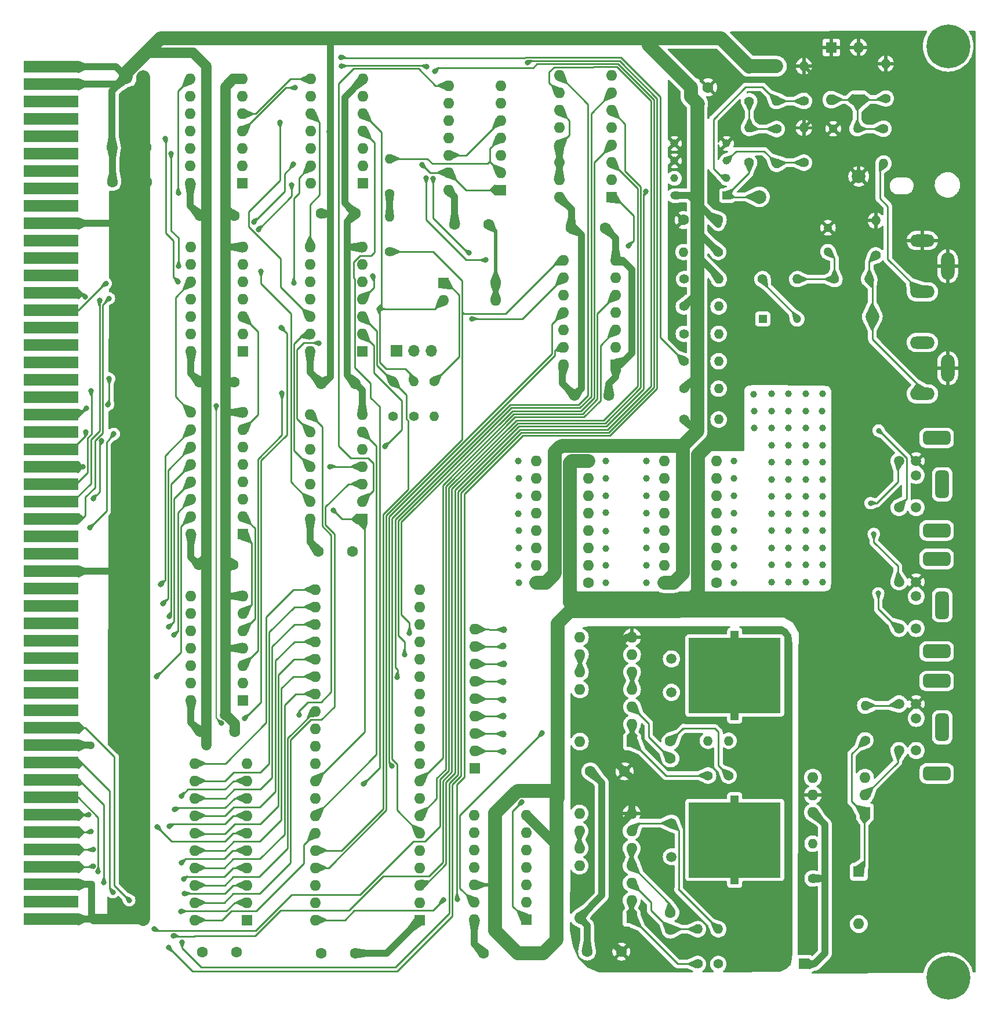
<source format=gbr>
G04 #@! TF.GenerationSoftware,KiCad,Pcbnew,7.0.10*
G04 #@! TF.CreationDate,2024-02-11T13:36:33-06:00*
G04 #@! TF.ProjectId,CZ-6BM1,435a2d36-424d-4312-9e6b-696361645f70,rev?*
G04 #@! TF.SameCoordinates,Original*
G04 #@! TF.FileFunction,Copper,L1,Top*
G04 #@! TF.FilePolarity,Positive*
%FSLAX46Y46*%
G04 Gerber Fmt 4.6, Leading zero omitted, Abs format (unit mm)*
G04 Created by KiCad (PCBNEW 7.0.10) date 2024-02-11 13:36:33*
%MOMM*%
%LPD*%
G01*
G04 APERTURE LIST*
G04 Aperture macros list*
%AMRoundRect*
0 Rectangle with rounded corners*
0 $1 Rounding radius*
0 $2 $3 $4 $5 $6 $7 $8 $9 X,Y pos of 4 corners*
0 Add a 4 corners polygon primitive as box body*
4,1,4,$2,$3,$4,$5,$6,$7,$8,$9,$2,$3,0*
0 Add four circle primitives for the rounded corners*
1,1,$1+$1,$2,$3*
1,1,$1+$1,$4,$5*
1,1,$1+$1,$6,$7*
1,1,$1+$1,$8,$9*
0 Add four rect primitives between the rounded corners*
20,1,$1+$1,$2,$3,$4,$5,0*
20,1,$1+$1,$4,$5,$6,$7,0*
20,1,$1+$1,$6,$7,$8,$9,0*
20,1,$1+$1,$8,$9,$2,$3,0*%
G04 Aperture macros list end*
G04 #@! TA.AperFunction,ConnectorPad*
%ADD10R,8.000000X1.800000*%
G04 #@! TD*
G04 #@! TA.AperFunction,ComponentPad*
%ADD11C,6.400000*%
G04 #@! TD*
G04 #@! TA.AperFunction,ComponentPad*
%ADD12C,1.600000*%
G04 #@! TD*
G04 #@! TA.AperFunction,ComponentPad*
%ADD13C,1.000000*%
G04 #@! TD*
G04 #@! TA.AperFunction,ComponentPad*
%ADD14R,1.600000X1.600000*%
G04 #@! TD*
G04 #@! TA.AperFunction,ComponentPad*
%ADD15O,1.600000X1.600000*%
G04 #@! TD*
G04 #@! TA.AperFunction,ComponentPad*
%ADD16C,1.400000*%
G04 #@! TD*
G04 #@! TA.AperFunction,ComponentPad*
%ADD17O,1.400000X1.400000*%
G04 #@! TD*
G04 #@! TA.AperFunction,ComponentPad*
%ADD18C,2.000000*%
G04 #@! TD*
G04 #@! TA.AperFunction,ComponentPad*
%ADD19RoundRect,0.500000X-1.500000X0.500000X-1.500000X-0.500000X1.500000X-0.500000X1.500000X0.500000X0*%
G04 #@! TD*
G04 #@! TA.AperFunction,ComponentPad*
%ADD20RoundRect,0.500000X-0.500000X1.500000X-0.500000X-1.500000X0.500000X-1.500000X0.500000X1.500000X0*%
G04 #@! TD*
G04 #@! TA.AperFunction,ComponentPad*
%ADD21C,1.500000*%
G04 #@! TD*
G04 #@! TA.AperFunction,ComponentPad*
%ADD22C,1.270000*%
G04 #@! TD*
G04 #@! TA.AperFunction,ComponentPad*
%ADD23R,1.200000X1.200000*%
G04 #@! TD*
G04 #@! TA.AperFunction,SMDPad,CuDef*
%ADD24R,13.500000X11.000000*%
G04 #@! TD*
G04 #@! TA.AperFunction,ComponentPad*
%ADD25R,1.700000X1.700000*%
G04 #@! TD*
G04 #@! TA.AperFunction,ComponentPad*
%ADD26O,1.700000X1.700000*%
G04 #@! TD*
G04 #@! TA.AperFunction,ComponentPad*
%ADD27C,1.200000*%
G04 #@! TD*
G04 #@! TA.AperFunction,ComponentPad*
%ADD28O,2.000000X4.000000*%
G04 #@! TD*
G04 #@! TA.AperFunction,ComponentPad*
%ADD29O,3.600000X1.800000*%
G04 #@! TD*
G04 #@! TA.AperFunction,ComponentPad*
%ADD30R,1.160000X1.160000*%
G04 #@! TD*
G04 #@! TA.AperFunction,ComponentPad*
%ADD31C,1.160000*%
G04 #@! TD*
G04 #@! TA.AperFunction,ViaPad*
%ADD32C,0.800000*%
G04 #@! TD*
G04 #@! TA.AperFunction,ViaPad*
%ADD33C,1.200000*%
G04 #@! TD*
G04 #@! TA.AperFunction,Conductor*
%ADD34C,0.250000*%
G04 #@! TD*
G04 #@! TA.AperFunction,Conductor*
%ADD35C,1.000000*%
G04 #@! TD*
G04 #@! TA.AperFunction,Conductor*
%ADD36C,0.500000*%
G04 #@! TD*
G04 #@! TA.AperFunction,Conductor*
%ADD37C,2.000000*%
G04 #@! TD*
G04 #@! TA.AperFunction,Conductor*
%ADD38C,1.500000*%
G04 #@! TD*
G04 #@! TA.AperFunction,Conductor*
%ADD39C,0.200000*%
G04 #@! TD*
G04 APERTURE END LIST*
D10*
X29565600Y-163474400D03*
X29565600Y-160934400D03*
X29565600Y-158394400D03*
X29565600Y-155854400D03*
X29565600Y-153314400D03*
X29565600Y-150774400D03*
X29565600Y-148234400D03*
X29565600Y-145694400D03*
X29565600Y-143154400D03*
X29565600Y-140614400D03*
X29565600Y-138074400D03*
X29565600Y-135534400D03*
X29565600Y-132994400D03*
X29565600Y-130454400D03*
X29565600Y-127914400D03*
X29565600Y-125374400D03*
X29565600Y-122834400D03*
X29565600Y-120294400D03*
X29565600Y-117754400D03*
X29565600Y-115214400D03*
X29565600Y-112674400D03*
X29565600Y-110134400D03*
X29565600Y-107594400D03*
X29565600Y-105054400D03*
X29565600Y-102514400D03*
X29565600Y-99974400D03*
X29565600Y-97434400D03*
X29565600Y-94894400D03*
X29565600Y-92354400D03*
X29565600Y-89814400D03*
X29565600Y-87274400D03*
X29565600Y-84734400D03*
X29565600Y-82194400D03*
X29565600Y-79654400D03*
X29565600Y-77114400D03*
X29565600Y-74574400D03*
X29565600Y-72034400D03*
X29565600Y-69494400D03*
X29565600Y-66954400D03*
X29565600Y-64414400D03*
X29565600Y-61874400D03*
X29565600Y-59334400D03*
X29565600Y-56794400D03*
X29565600Y-54254400D03*
X29565600Y-51714400D03*
X29565600Y-49174400D03*
X29565600Y-46634400D03*
X29565600Y-44094400D03*
X29565600Y-41554400D03*
X29565600Y-39014400D03*
D11*
X160565600Y-172014400D03*
X160565600Y-36014400D03*
D12*
X69000000Y-60430000D03*
X74000000Y-60430000D03*
D13*
X139750000Y-91750000D03*
D14*
X57500000Y-56040000D03*
D15*
X57500000Y-53500000D03*
X57500000Y-50960000D03*
X57500000Y-48420000D03*
X57500000Y-45880000D03*
X57500000Y-43340000D03*
X57500000Y-40800000D03*
X49880000Y-40800000D03*
X49880000Y-43340000D03*
X49880000Y-45880000D03*
X49880000Y-48420000D03*
X49880000Y-50960000D03*
X49880000Y-53500000D03*
X49880000Y-56040000D03*
D12*
X107840000Y-168200000D03*
X112840000Y-168200000D03*
D14*
X123000000Y-42000000D03*
D12*
X125500000Y-42000000D03*
D16*
X121960000Y-78000000D03*
D17*
X127040000Y-78000000D03*
D13*
X95590000Y-131420000D03*
D14*
X83400000Y-163580000D03*
D15*
X83400000Y-161040000D03*
X83400000Y-158500000D03*
X83400000Y-155960000D03*
X83400000Y-153420000D03*
X83400000Y-150880000D03*
X83400000Y-148340000D03*
X83400000Y-145800000D03*
X83400000Y-143260000D03*
X83400000Y-140720000D03*
X83400000Y-138180000D03*
X83400000Y-135640000D03*
X83400000Y-133100000D03*
X83400000Y-130560000D03*
X83400000Y-128020000D03*
X83400000Y-125480000D03*
X83400000Y-122940000D03*
X83400000Y-120400000D03*
X83400000Y-117860000D03*
X83400000Y-115320000D03*
X68160000Y-115320000D03*
X68160000Y-117860000D03*
X68160000Y-120400000D03*
X68160000Y-122940000D03*
X68160000Y-125480000D03*
X68160000Y-128020000D03*
X68160000Y-130560000D03*
X68160000Y-133100000D03*
X68160000Y-135640000D03*
X68160000Y-138180000D03*
X68160000Y-140720000D03*
X68160000Y-143260000D03*
X68160000Y-145800000D03*
X68160000Y-148340000D03*
X68160000Y-150880000D03*
X68160000Y-153420000D03*
X68160000Y-155960000D03*
X68160000Y-158500000D03*
X68160000Y-161040000D03*
X68160000Y-163580000D03*
D14*
X114400000Y-137540000D03*
D15*
X114400000Y-135000000D03*
X114400000Y-132460000D03*
X114400000Y-129920000D03*
X114400000Y-127380000D03*
X114400000Y-124840000D03*
X114400000Y-122300000D03*
X106780000Y-122300000D03*
X106780000Y-124840000D03*
X106780000Y-127380000D03*
X106780000Y-129920000D03*
X106780000Y-132460000D03*
X106780000Y-135000000D03*
X106780000Y-137540000D03*
D16*
X135520000Y-48090000D03*
D17*
X135520000Y-53170000D03*
D12*
X121920000Y-61370000D03*
X126920000Y-61370000D03*
D13*
X116520000Y-104150000D03*
X142250000Y-86750000D03*
X129240000Y-96550000D03*
X139750000Y-111750000D03*
D18*
X149500000Y-75500000D03*
D13*
X97800000Y-96560000D03*
D16*
X82500000Y-90040000D03*
D17*
X82500000Y-84960000D03*
D14*
X111400000Y-58080000D03*
D15*
X111400000Y-55540000D03*
X111400000Y-53000000D03*
X111400000Y-50460000D03*
X111400000Y-47920000D03*
X111400000Y-45380000D03*
X111400000Y-42840000D03*
X111400000Y-40300000D03*
X103780000Y-40300000D03*
X103780000Y-42840000D03*
X103780000Y-45380000D03*
X103780000Y-47920000D03*
X103780000Y-50460000D03*
X103780000Y-53000000D03*
X103780000Y-55540000D03*
X103780000Y-58080000D03*
D13*
X116520000Y-109270000D03*
X137250000Y-109250000D03*
X116500000Y-114340000D03*
X97830000Y-109270000D03*
D19*
X158900000Y-93210000D03*
D20*
X159700000Y-99960000D03*
D19*
X158900000Y-106710000D03*
D21*
X155900000Y-98660000D03*
X155900000Y-96560000D03*
X155900000Y-103360000D03*
X153400000Y-96560000D03*
X153400000Y-103360000D03*
D16*
X121960000Y-82000000D03*
D17*
X127040000Y-82000000D03*
D14*
X91450000Y-141450000D03*
D15*
X91450000Y-138910000D03*
X91450000Y-136370000D03*
X91450000Y-133830000D03*
X91450000Y-131290000D03*
X91450000Y-128750000D03*
X91450000Y-126210000D03*
X91450000Y-123670000D03*
X91450000Y-121130000D03*
D16*
X140770000Y-157520000D03*
D17*
X140770000Y-152440000D03*
D13*
X97830000Y-99100000D03*
X134750000Y-86750000D03*
D12*
X108310000Y-141880000D03*
X113310000Y-141880000D03*
D13*
X134750000Y-101750000D03*
X132250000Y-91750000D03*
X134750000Y-106750000D03*
D14*
X75120000Y-56040000D03*
D15*
X75120000Y-53500000D03*
X75120000Y-50960000D03*
X75120000Y-48420000D03*
X75120000Y-45880000D03*
X75120000Y-43340000D03*
X75120000Y-40800000D03*
X67500000Y-40800000D03*
X67500000Y-43340000D03*
X67500000Y-45880000D03*
X67500000Y-48420000D03*
X67500000Y-50960000D03*
X67500000Y-53500000D03*
X67500000Y-56040000D03*
D14*
X95200000Y-57000000D03*
D15*
X95200000Y-54460000D03*
X95200000Y-51920000D03*
X95200000Y-49380000D03*
X95200000Y-46840000D03*
X95200000Y-44300000D03*
X95200000Y-41760000D03*
X87580000Y-41760000D03*
X87580000Y-44300000D03*
X87580000Y-46840000D03*
X87580000Y-49380000D03*
X87580000Y-51920000D03*
X87580000Y-54460000D03*
X87580000Y-57000000D03*
D22*
X143780000Y-48050000D03*
X147280001Y-48050000D03*
D13*
X139750000Y-106750000D03*
D14*
X57600000Y-80580000D03*
D15*
X57600000Y-78040000D03*
X57600000Y-75500000D03*
X57600000Y-72960000D03*
X57600000Y-70420000D03*
X57600000Y-67880000D03*
X57600000Y-65340000D03*
X49980000Y-65340000D03*
X49980000Y-67880000D03*
X49980000Y-70420000D03*
X49980000Y-72960000D03*
X49980000Y-75500000D03*
X49980000Y-78040000D03*
X49980000Y-80580000D03*
D13*
X137250000Y-94250000D03*
X142250000Y-111750000D03*
X142250000Y-94250000D03*
D16*
X143960000Y-70000000D03*
D17*
X149040000Y-70000000D03*
D13*
X142250000Y-106750000D03*
X137250000Y-91750000D03*
D21*
X120150000Y-154350000D03*
X120150000Y-149450000D03*
D23*
X129400000Y-157800000D03*
D24*
X129400000Y-151900000D03*
D23*
X129400000Y-146000000D03*
D13*
X110540000Y-101630000D03*
X142250000Y-96750000D03*
X139750000Y-101750000D03*
D16*
X122000000Y-70000000D03*
D17*
X127080000Y-70000000D03*
D13*
X97830000Y-106730000D03*
D16*
X151130000Y-48050000D03*
D17*
X151130000Y-53130000D03*
D12*
X68540000Y-109740000D03*
X73540000Y-109740000D03*
D13*
X132175000Y-86810000D03*
X134750000Y-99250000D03*
X129280000Y-106720000D03*
X134750000Y-96750000D03*
D12*
X106000000Y-87000000D03*
X111000000Y-87000000D03*
X120000000Y-140000000D03*
X120000000Y-137500000D03*
D13*
X139750000Y-96750000D03*
D16*
X121960000Y-74000000D03*
D17*
X127040000Y-74000000D03*
D13*
X95610000Y-123600000D03*
D14*
X86870000Y-70580000D03*
D15*
X86870000Y-73120000D03*
X94490000Y-73120000D03*
X94490000Y-70580000D03*
D13*
X134750000Y-109250000D03*
D14*
X40500000Y-40500000D03*
D12*
X43000000Y-40500000D03*
D13*
X137250000Y-89250000D03*
X97820000Y-111790000D03*
X95620000Y-126210000D03*
D16*
X79500000Y-90040000D03*
D17*
X79500000Y-84960000D03*
D12*
X110480000Y-62520000D03*
X105480000Y-62520000D03*
D16*
X79000000Y-66000000D03*
D17*
X79000000Y-60920000D03*
D12*
X126700000Y-114330000D03*
D15*
X126700000Y-111790000D03*
X126700000Y-109250000D03*
X126700000Y-106710000D03*
X126700000Y-104170000D03*
X126700000Y-101630000D03*
X126700000Y-99090000D03*
X126700000Y-96550000D03*
X119080000Y-96550000D03*
X119080000Y-99090000D03*
X119080000Y-101630000D03*
X119080000Y-104170000D03*
X119080000Y-106710000D03*
X119080000Y-109250000D03*
X119080000Y-111790000D03*
X119080000Y-114330000D03*
D16*
X151470000Y-43630000D03*
D17*
X151470000Y-38550000D03*
D13*
X139750000Y-89250000D03*
X110550000Y-111820000D03*
X129300000Y-109250000D03*
D12*
X108020000Y-114330000D03*
D15*
X108020000Y-111790000D03*
X108020000Y-109250000D03*
X108020000Y-106710000D03*
X108020000Y-104170000D03*
X108020000Y-101630000D03*
X108020000Y-99090000D03*
X108020000Y-96550000D03*
X100400000Y-96550000D03*
X100400000Y-99090000D03*
X100400000Y-101630000D03*
X100400000Y-104170000D03*
X100400000Y-106710000D03*
X100400000Y-109250000D03*
X100400000Y-111790000D03*
X100400000Y-114330000D03*
D13*
X110550000Y-109350000D03*
D16*
X128500000Y-142500000D03*
D17*
X128500000Y-137420000D03*
D13*
X95590000Y-133810000D03*
D16*
X148460000Y-137360000D03*
D17*
X148460000Y-132280000D03*
D13*
X142250000Y-99250000D03*
D25*
X80000000Y-80500000D03*
D26*
X82540000Y-80500000D03*
X85080000Y-80500000D03*
D13*
X134750000Y-94250000D03*
D14*
X75000000Y-105000000D03*
D15*
X75000000Y-102460000D03*
X75000000Y-99920000D03*
X75000000Y-97380000D03*
X75000000Y-94840000D03*
X75000000Y-92300000D03*
X75000000Y-89760000D03*
X67380000Y-89760000D03*
X67380000Y-92300000D03*
X67380000Y-94840000D03*
X67380000Y-97380000D03*
X67380000Y-99920000D03*
X67380000Y-102460000D03*
X67380000Y-105000000D03*
D13*
X134750000Y-104250000D03*
X139750000Y-86750000D03*
X137250000Y-101750000D03*
D14*
X143500000Y-36190000D03*
D15*
X143500000Y-43810000D03*
D12*
X51360000Y-136140000D03*
X56360000Y-136140000D03*
D16*
X79000000Y-57500000D03*
D17*
X79000000Y-52420000D03*
D16*
X121960000Y-86000000D03*
D17*
X127040000Y-86000000D03*
D16*
X139500000Y-53000000D03*
D17*
X139500000Y-47920000D03*
D13*
X129260000Y-104180000D03*
X134750000Y-91750000D03*
D16*
X85500000Y-84970000D03*
D17*
X85500000Y-90050000D03*
D13*
X129300000Y-114330000D03*
X116490000Y-101630000D03*
D23*
X133490000Y-75820000D03*
D27*
X138490000Y-75820000D03*
D16*
X133460000Y-70000000D03*
D17*
X138540000Y-70000000D03*
D14*
X148420000Y-147875000D03*
D15*
X148420000Y-145335000D03*
X148420000Y-142795000D03*
X140800000Y-142795000D03*
X140800000Y-145335000D03*
X140800000Y-147875000D03*
D14*
X114340000Y-163280000D03*
D15*
X114340000Y-160740000D03*
X114340000Y-158200000D03*
X114340000Y-155660000D03*
X114340000Y-153120000D03*
X114340000Y-150580000D03*
X114340000Y-148040000D03*
X106720000Y-148040000D03*
X106720000Y-150580000D03*
X106720000Y-153120000D03*
X106720000Y-155660000D03*
X106720000Y-158200000D03*
X106720000Y-160740000D03*
X106720000Y-163280000D03*
D13*
X95630000Y-121200000D03*
D12*
X56610000Y-168300000D03*
X51610000Y-168300000D03*
X51250000Y-85070000D03*
X56250000Y-85070000D03*
D16*
X127000000Y-170000000D03*
D17*
X127000000Y-164920000D03*
D14*
X139500000Y-170000000D03*
D12*
X139500000Y-167500000D03*
X88500000Y-62000000D03*
X93500000Y-62000000D03*
D13*
X142250000Y-101750000D03*
X132250000Y-89250000D03*
D16*
X131500000Y-53000000D03*
D17*
X131500000Y-47920000D03*
D13*
X139750000Y-114250000D03*
X142250000Y-114250000D03*
X137250000Y-106750000D03*
D16*
X126980000Y-66060000D03*
D17*
X121900000Y-66060000D03*
D16*
X125500000Y-142500000D03*
D17*
X125500000Y-137420000D03*
D16*
X139500000Y-44000000D03*
D17*
X139500000Y-38920000D03*
D13*
X110550000Y-106810000D03*
D16*
X124000000Y-170000000D03*
D17*
X124000000Y-164920000D03*
D19*
X158900000Y-110870000D03*
D20*
X159700000Y-117620000D03*
D19*
X158900000Y-124370000D03*
D21*
X155900000Y-116320000D03*
X155900000Y-114220000D03*
X155900000Y-121020000D03*
X153400000Y-114220000D03*
X153400000Y-121020000D03*
D13*
X139750000Y-94250000D03*
X142150000Y-89250000D03*
D16*
X150000000Y-66540000D03*
D17*
X150000000Y-61460000D03*
D13*
X142250000Y-104250000D03*
X137250000Y-114250000D03*
D12*
X73990000Y-168450000D03*
X68990000Y-168450000D03*
D13*
X137250000Y-111750000D03*
X129240000Y-101630000D03*
D16*
X135490000Y-38920000D03*
D17*
X135490000Y-44000000D03*
D13*
X139750000Y-104250000D03*
X116480000Y-111810000D03*
X129300000Y-111780000D03*
D28*
X160500000Y-68122500D03*
D29*
X156800000Y-71872500D03*
X156800000Y-64372500D03*
D13*
X134750000Y-111750000D03*
D12*
X69020000Y-85290000D03*
X74020000Y-85290000D03*
D13*
X116500000Y-99100000D03*
X110540000Y-104140000D03*
D12*
X120000000Y-165000000D03*
X120000000Y-162500000D03*
D13*
X137250000Y-86750000D03*
X139750000Y-99250000D03*
X110550000Y-99110000D03*
X134750000Y-114250000D03*
X97820000Y-104230000D03*
X97830000Y-114330000D03*
D14*
X98980000Y-163570000D03*
D15*
X98980000Y-161030000D03*
X98980000Y-158490000D03*
X98980000Y-155950000D03*
X98980000Y-153410000D03*
X98980000Y-150870000D03*
X98980000Y-148330000D03*
X91360000Y-148330000D03*
X91360000Y-150870000D03*
X91360000Y-153410000D03*
X91360000Y-155950000D03*
X91360000Y-158490000D03*
X91360000Y-161030000D03*
X91360000Y-163570000D03*
D18*
X147500000Y-55000000D03*
D13*
X142250000Y-91750000D03*
X137250000Y-104250000D03*
X116500000Y-96560000D03*
D14*
X75000000Y-80580000D03*
D15*
X75000000Y-78040000D03*
X75000000Y-75500000D03*
X75000000Y-72960000D03*
X75000000Y-70420000D03*
X75000000Y-67880000D03*
X75000000Y-65340000D03*
X67380000Y-65340000D03*
X67380000Y-67880000D03*
X67380000Y-70420000D03*
X67380000Y-72960000D03*
X67380000Y-75500000D03*
X67380000Y-78040000D03*
X67380000Y-80580000D03*
D13*
X95610000Y-128800000D03*
D14*
X58120000Y-163580000D03*
D15*
X58120000Y-161040000D03*
X58120000Y-158500000D03*
X58120000Y-155960000D03*
X58120000Y-153420000D03*
X58120000Y-150880000D03*
X58120000Y-148340000D03*
X58120000Y-145800000D03*
X58120000Y-143260000D03*
X58120000Y-140720000D03*
X50500000Y-140720000D03*
X50500000Y-143260000D03*
X50500000Y-145800000D03*
X50500000Y-148340000D03*
X50500000Y-150880000D03*
X50500000Y-153420000D03*
X50500000Y-155960000D03*
X50500000Y-158500000D03*
X50500000Y-161040000D03*
X50500000Y-163580000D03*
D12*
X92680000Y-168410000D03*
X97680000Y-168410000D03*
D14*
X57600000Y-107240000D03*
D15*
X57600000Y-104700000D03*
X57600000Y-102160000D03*
X57600000Y-99620000D03*
X57600000Y-97080000D03*
X57600000Y-94540000D03*
X57600000Y-92000000D03*
X57600000Y-89460000D03*
X49980000Y-89460000D03*
X49980000Y-92000000D03*
X49980000Y-94540000D03*
X49980000Y-97080000D03*
X49980000Y-99620000D03*
X49980000Y-102160000D03*
X49980000Y-104700000D03*
X49980000Y-107240000D03*
D16*
X131500000Y-44040000D03*
D17*
X131500000Y-38960000D03*
D13*
X110550000Y-114330000D03*
D12*
X38450000Y-50800000D03*
X43450000Y-50800000D03*
D19*
X158900000Y-128690000D03*
D20*
X159700000Y-135440000D03*
D19*
X158900000Y-142190000D03*
D21*
X155900000Y-134140000D03*
X155900000Y-132040000D03*
X155900000Y-138840000D03*
X153400000Y-132040000D03*
X153400000Y-138840000D03*
D16*
X121960000Y-90500000D03*
D17*
X127040000Y-90500000D03*
D18*
X133000000Y-58000000D03*
D13*
X116510000Y-106750000D03*
X97830000Y-101620000D03*
D14*
X112020000Y-82500000D03*
D15*
X112020000Y-79960000D03*
X112020000Y-77420000D03*
X112020000Y-74880000D03*
X112020000Y-72340000D03*
X112020000Y-69800000D03*
X112020000Y-67260000D03*
X104400000Y-67260000D03*
X104400000Y-69800000D03*
X104400000Y-72340000D03*
X104400000Y-74880000D03*
X104400000Y-77420000D03*
X104400000Y-79960000D03*
X104400000Y-82500000D03*
D12*
X51280000Y-60710000D03*
X56280000Y-60710000D03*
D13*
X137250000Y-96750000D03*
D14*
X147470000Y-43790000D03*
D15*
X147470000Y-36170000D03*
D13*
X137250000Y-99250000D03*
X134750000Y-89250000D03*
D14*
X147520000Y-156550000D03*
D15*
X147520000Y-164170000D03*
D30*
X128210000Y-57810000D03*
D31*
X128210000Y-55270000D03*
X128210000Y-52730000D03*
X128210000Y-50190000D03*
X120590000Y-50190000D03*
X120590000Y-52730000D03*
X120590000Y-55270000D03*
X120590000Y-57810000D03*
D14*
X57600000Y-131500000D03*
D15*
X57600000Y-128960000D03*
X57600000Y-126420000D03*
X57600000Y-123880000D03*
X57600000Y-121340000D03*
X57600000Y-118800000D03*
X57600000Y-116260000D03*
X49980000Y-116260000D03*
X49980000Y-118800000D03*
X49980000Y-121340000D03*
X49980000Y-123880000D03*
X49980000Y-126420000D03*
X49980000Y-128960000D03*
X49980000Y-131500000D03*
D13*
X95590000Y-136400000D03*
X110550000Y-96550000D03*
D21*
X120150000Y-130350000D03*
X120150000Y-125450000D03*
D23*
X129400000Y-133800000D03*
D24*
X129400000Y-127900000D03*
D23*
X129400000Y-122000000D03*
D13*
X139750000Y-109250000D03*
X95590000Y-138990000D03*
X142250000Y-109250000D03*
D22*
X143000000Y-66000000D03*
X143000000Y-62499999D03*
D12*
X51100000Y-111710000D03*
X56100000Y-111710000D03*
D13*
X129240000Y-99090000D03*
D28*
X160500000Y-83020000D03*
D29*
X156800000Y-86770000D03*
X156800000Y-79270000D03*
D12*
X38500000Y-55830000D03*
X43500000Y-55830000D03*
D32*
X116425500Y-57200000D03*
D33*
X42970000Y-61930000D03*
X152270000Y-117430000D03*
X42900000Y-133590000D03*
X42920000Y-78210000D03*
D32*
X35770000Y-163450000D03*
X35410000Y-138110000D03*
D33*
X42970000Y-71650000D03*
X139370000Y-59720000D03*
X42990000Y-112720000D03*
D32*
X52320000Y-138140000D03*
X70290000Y-48470000D03*
X70360000Y-50960000D03*
X35699500Y-155710000D03*
X48570000Y-145500000D03*
X47610000Y-147460000D03*
X35699500Y-153314400D03*
X35390000Y-150690000D03*
X46840000Y-149900000D03*
X45065000Y-149955000D03*
X35040000Y-148234400D03*
X36405889Y-156547824D03*
X48590000Y-155270000D03*
X37255500Y-158140000D03*
X48900000Y-157610000D03*
X38570000Y-159520000D03*
X49040000Y-159760000D03*
X40960000Y-160700000D03*
X48470000Y-162330000D03*
X65010000Y-70610000D03*
X35380000Y-86290000D03*
X59150000Y-61670000D03*
X36640000Y-73150000D03*
X64950000Y-53225000D03*
X59820000Y-62760000D03*
X64685000Y-56265000D03*
X37997653Y-72817653D03*
X34165102Y-97434400D03*
X70290000Y-97390000D03*
X34650000Y-92340000D03*
X68670000Y-79340000D03*
X34700000Y-88850000D03*
X37550000Y-70640000D03*
X48134500Y-57440000D03*
X91010000Y-75810000D03*
X34502701Y-72562701D03*
X85620000Y-39680000D03*
X46690000Y-167590000D03*
X44620000Y-164880000D03*
X47379847Y-165875000D03*
X48680000Y-166840000D03*
X57850000Y-134130000D03*
X63180000Y-77100000D03*
X44940000Y-128050000D03*
X47480000Y-122000000D03*
X46730000Y-120810000D03*
X46800000Y-119220000D03*
X45920000Y-117370000D03*
X45550000Y-114590000D03*
X35200000Y-106340000D03*
X38700000Y-92620000D03*
X35700000Y-102030000D03*
X36940000Y-93610000D03*
X37840000Y-88370000D03*
X38020000Y-84540000D03*
X53670000Y-88490000D03*
X54412867Y-134855000D03*
X48170000Y-68110000D03*
X47070000Y-51700000D03*
X46240000Y-49510000D03*
X48090000Y-70370000D03*
X63260000Y-86670000D03*
X60180000Y-68860000D03*
X76560000Y-69520000D03*
X65190000Y-42080000D03*
X71880000Y-37610000D03*
X84400000Y-38990000D03*
X71980000Y-38920000D03*
X83730000Y-53310000D03*
X62950000Y-47130000D03*
X75180000Y-143730000D03*
X90610000Y-66170000D03*
X85340000Y-55320000D03*
X79350000Y-141130000D03*
X81885000Y-121690000D03*
X81175000Y-124830000D03*
X80085000Y-128110000D03*
X70750000Y-103730000D03*
X65760000Y-133690000D03*
X86820000Y-160680000D03*
X99120000Y-38395000D03*
X88850000Y-160550000D03*
X78320000Y-94410000D03*
X77470000Y-74375000D03*
X113900000Y-65120000D03*
X93070000Y-67200000D03*
X84320000Y-55210000D03*
X98275000Y-146365000D03*
X101270000Y-136280000D03*
X149235000Y-102720000D03*
X150410000Y-92130000D03*
X149695000Y-107210000D03*
X150360000Y-115890000D03*
D34*
X149695000Y-107210000D02*
X149695000Y-108415000D01*
X153200000Y-111920000D02*
X153200000Y-114220000D01*
X149695000Y-108415000D02*
X153200000Y-111920000D01*
X149235000Y-102720000D02*
X150110000Y-102720000D01*
X150110000Y-102720000D02*
X153200000Y-99630000D01*
X153200000Y-99630000D02*
X153200000Y-96560000D01*
X150360000Y-115890000D02*
X150360000Y-118180000D01*
X150360000Y-118180000D02*
X153200000Y-121020000D01*
X154475000Y-102085000D02*
X153200000Y-103360000D01*
X150490280Y-92130000D02*
X154475000Y-96114720D01*
X150410000Y-92130000D02*
X150490280Y-92130000D01*
X154475000Y-96114720D02*
X154475000Y-102085000D01*
X116100000Y-57525500D02*
X116100000Y-86036575D01*
X116425500Y-57200000D02*
X116100000Y-57525500D01*
X128210000Y-57810000D02*
X131500000Y-54520000D01*
X87225000Y-155381396D02*
X84106396Y-158500000D01*
X128400000Y-58000000D02*
X128210000Y-57810000D01*
X88530000Y-142149188D02*
X87225000Y-143454188D01*
X116100000Y-86036575D02*
X110636575Y-91500000D01*
X131500000Y-54520000D02*
X131500000Y-53000000D01*
X110636575Y-91500000D02*
X97863960Y-91500000D01*
X87225000Y-143454188D02*
X87225000Y-155381396D01*
X84106396Y-158500000D02*
X83400000Y-158500000D01*
X88530000Y-100833960D02*
X88530000Y-142149188D01*
X97863960Y-91500000D02*
X88530000Y-100833960D01*
X133000000Y-58000000D02*
X128400000Y-58000000D01*
X135490000Y-44000000D02*
X133450000Y-41960000D01*
X133450000Y-41960000D02*
X130980000Y-41960000D01*
X126280000Y-53870000D02*
X127680000Y-55270000D01*
X130980000Y-41960000D02*
X126280000Y-46660000D01*
X139500000Y-44000000D02*
X135490000Y-44000000D01*
X126280000Y-46660000D02*
X126280000Y-53870000D01*
X127680000Y-55270000D02*
X128210000Y-55270000D01*
X135520000Y-53170000D02*
X133700000Y-51350000D01*
X135690000Y-53000000D02*
X135520000Y-53170000D01*
X133700000Y-51350000D02*
X129590000Y-51350000D01*
X139500000Y-53000000D02*
X135690000Y-53000000D01*
X129590000Y-51350000D02*
X128210000Y-52730000D01*
D35*
X55040000Y-109220000D02*
X55010000Y-109190000D01*
D36*
X94490000Y-73120000D02*
X94490000Y-70580000D01*
D35*
X35500000Y-163370000D02*
X35395600Y-163474400D01*
X43000000Y-112710000D02*
X42990000Y-112720000D01*
D36*
X141640000Y-45910000D02*
X143780000Y-48050000D01*
D35*
X42915600Y-112674400D02*
X43000000Y-112590000D01*
X111440000Y-166800000D02*
X111440000Y-166040000D01*
D36*
X147500000Y-51770000D02*
X147500000Y-55000000D01*
D35*
X114340000Y-148040000D02*
X114340000Y-142910000D01*
X114375000Y-80785000D02*
X112660000Y-82500000D01*
D37*
X103520000Y-120310000D02*
X103520000Y-145860000D01*
D35*
X114375000Y-68635000D02*
X114375000Y-80785000D01*
X72820000Y-61670000D02*
X72820000Y-61610000D01*
D38*
X43007368Y-163430000D02*
X35790000Y-163430000D01*
D35*
X113640000Y-122300000D02*
X111220000Y-124720000D01*
D37*
X103520000Y-120310000D02*
X105330000Y-118500000D01*
D35*
X42970000Y-84670000D02*
X43000000Y-84700000D01*
D37*
X103340000Y-146040000D02*
X103340000Y-166530000D01*
D35*
X72805000Y-84075000D02*
X72805000Y-65240000D01*
X112020000Y-67260000D02*
X113000000Y-67260000D01*
X72805000Y-65240000D02*
X72805000Y-61685000D01*
X56250000Y-85070000D02*
X55200000Y-85070000D01*
X42900000Y-133590000D02*
X42900000Y-133490000D01*
X57600000Y-116260000D02*
X55390000Y-116260000D01*
D38*
X42970000Y-70550000D02*
X42970000Y-71650000D01*
X42980000Y-56350000D02*
X42980000Y-61920000D01*
D37*
X124050000Y-95640000D02*
X124050000Y-115680000D01*
D35*
X43000000Y-84640000D02*
X42970000Y-84670000D01*
X55040000Y-115420000D02*
X55040000Y-112770000D01*
D38*
X42980000Y-45110000D02*
X43000000Y-45130000D01*
D35*
X72805000Y-61685000D02*
X72820000Y-61670000D01*
D38*
X43000000Y-40500000D02*
X43000000Y-45090000D01*
D35*
X35365600Y-138074400D02*
X35330000Y-138110000D01*
X72820000Y-61610000D02*
X74000000Y-60430000D01*
X43000000Y-71590000D02*
X42960000Y-71630000D01*
D36*
X94490000Y-70580000D02*
X94490000Y-62990000D01*
D38*
X56360000Y-134892944D02*
X55027843Y-133560787D01*
D35*
X55200000Y-85070000D02*
X55010000Y-84880000D01*
D34*
X105260000Y-48980000D02*
X103780000Y-50460000D01*
D35*
X29565600Y-112674400D02*
X35395600Y-112674400D01*
D38*
X43000000Y-45090000D02*
X42980000Y-45110000D01*
X43000000Y-45130000D02*
X43000000Y-50350000D01*
D35*
X35404400Y-112674400D02*
X42875600Y-112674400D01*
X42990000Y-133500000D02*
X42900000Y-133590000D01*
D37*
X103340000Y-166530000D02*
X101460000Y-168410000D01*
D35*
X35475600Y-158394400D02*
X35500000Y-158370000D01*
D38*
X55020000Y-42020000D02*
X54980000Y-41980000D01*
D35*
X112660000Y-82500000D02*
X112020000Y-82500000D01*
X42914400Y-61874400D02*
X42970000Y-61930000D01*
X42970000Y-71640000D02*
X42970000Y-71650000D01*
X57600000Y-65340000D02*
X55030000Y-65340000D01*
D38*
X42940000Y-51310000D02*
X42940000Y-55270000D01*
D36*
X141510000Y-40930000D02*
X141510000Y-45910000D01*
D38*
X54970000Y-133618630D02*
X55020000Y-133568630D01*
D35*
X57600000Y-123880000D02*
X55540000Y-123880000D01*
D36*
X141510000Y-45910000D02*
X141640000Y-45910000D01*
D35*
X111220000Y-124720000D02*
X111220000Y-139790000D01*
X56280000Y-60710000D02*
X55450000Y-59880000D01*
D36*
X143780000Y-48050000D02*
X147500000Y-51770000D01*
D35*
X35500000Y-158370000D02*
X35500000Y-163370000D01*
X54970000Y-115490000D02*
X55040000Y-115420000D01*
X54980000Y-57890000D02*
X54980000Y-41980000D01*
X42960000Y-71630000D02*
X42970000Y-71640000D01*
D37*
X97667258Y-144710000D02*
X94420000Y-147957258D01*
D38*
X35790000Y-163430000D02*
X35770000Y-163450000D01*
X55020000Y-133568630D02*
X55020000Y-42020000D01*
D37*
X105570000Y-96550000D02*
X108020000Y-96550000D01*
D35*
X42880000Y-112670000D02*
X42884400Y-112674400D01*
D38*
X42970000Y-111040000D02*
X42970000Y-112700000D01*
D35*
X55010000Y-65360000D02*
X55010000Y-67930000D01*
X111480000Y-150900000D02*
X114340000Y-148040000D01*
X112020000Y-67260000D02*
X112020000Y-64060000D01*
D38*
X42970000Y-83420000D02*
X42970000Y-111040000D01*
D35*
X55040000Y-112770000D02*
X55390000Y-112420000D01*
X42900000Y-133490000D02*
X43000000Y-133590000D01*
X111000000Y-87000000D02*
X111000000Y-85310000D01*
D37*
X102490000Y-144710000D02*
X97667258Y-144710000D01*
D35*
X55390000Y-112420000D02*
X56100000Y-111710000D01*
D34*
X103780000Y-45380000D02*
X105260000Y-46860000D01*
D35*
X29565600Y-138074400D02*
X35365600Y-138074400D01*
X42884400Y-112674400D02*
X42915600Y-112674400D01*
D37*
X43000000Y-163422632D02*
X43007368Y-163430000D01*
D35*
X72480000Y-58910000D02*
X74000000Y-60430000D01*
X43000000Y-112590000D02*
X43000000Y-112710000D01*
X72905000Y-65340000D02*
X75000000Y-65340000D01*
D37*
X128980000Y-92900000D02*
X126790000Y-92900000D01*
D35*
X114340000Y-142910000D02*
X113310000Y-141880000D01*
X112840000Y-168200000D02*
X111440000Y-166800000D01*
X35395600Y-112674400D02*
X35400000Y-112670000D01*
X55030000Y-65340000D02*
X55010000Y-65360000D01*
X111000000Y-85310000D02*
X112000000Y-84310000D01*
X55040000Y-112770000D02*
X55040000Y-109220000D01*
D38*
X42980000Y-61920000D02*
X42970000Y-61930000D01*
D35*
X57600000Y-89460000D02*
X55130000Y-89460000D01*
D37*
X126790000Y-92900000D02*
X124050000Y-95640000D01*
X43000000Y-40500000D02*
X43000000Y-163422632D01*
D35*
X74020000Y-85290000D02*
X72805000Y-84075000D01*
X56360000Y-135008630D02*
X54970000Y-133618630D01*
X55010000Y-89580000D02*
X55010000Y-92050000D01*
X55010000Y-59880000D02*
X55010000Y-57920000D01*
X54970000Y-116680000D02*
X55390000Y-116260000D01*
D38*
X42970000Y-83420000D02*
X42970000Y-84700000D01*
D35*
X54970000Y-133618630D02*
X54970000Y-116680000D01*
D38*
X42970000Y-61930000D02*
X42970000Y-70550000D01*
D35*
X55010000Y-67930000D02*
X55010000Y-59880000D01*
D38*
X103340000Y-152690000D02*
X98980000Y-148330000D01*
D37*
X94420000Y-147957258D02*
X94420000Y-165150000D01*
D38*
X43000000Y-50350000D02*
X43450000Y-50800000D01*
D35*
X72805000Y-65240000D02*
X72905000Y-65340000D01*
X55010000Y-109190000D02*
X55010000Y-110620000D01*
X75120000Y-40800000D02*
X72480000Y-43440000D01*
X35395600Y-163474400D02*
X29565600Y-163474400D01*
X55010000Y-92050000D02*
X55010000Y-109190000D01*
X55390000Y-116260000D02*
X55040000Y-115910000D01*
D34*
X105260000Y-46860000D02*
X105260000Y-48980000D01*
D35*
X43000000Y-84700000D02*
X43000000Y-84730000D01*
X35400000Y-112670000D02*
X35404400Y-112674400D01*
X75000000Y-86270000D02*
X75000000Y-89760000D01*
X55010000Y-92050000D02*
X55010000Y-84880000D01*
D37*
X101460000Y-168410000D02*
X97680000Y-168410000D01*
X106720000Y-118500000D02*
X106025000Y-117805000D01*
D35*
X112020000Y-64060000D02*
X110480000Y-62520000D01*
D38*
X42970000Y-84700000D02*
X43090000Y-84820000D01*
D35*
X42990000Y-112720000D02*
X42990000Y-133500000D01*
D36*
X93610000Y-158490000D02*
X93930000Y-158810000D01*
D38*
X56360000Y-136140000D02*
X56360000Y-134892944D01*
D35*
X111220000Y-139790000D02*
X113310000Y-141880000D01*
D36*
X91360000Y-158490000D02*
X93610000Y-158490000D01*
D35*
X56360000Y-136140000D02*
X56360000Y-135008630D01*
X55010000Y-110620000D02*
X56100000Y-111710000D01*
X112020000Y-84290000D02*
X112000000Y-84310000D01*
X72480000Y-43440000D02*
X72480000Y-58910000D01*
X113000000Y-67260000D02*
X114375000Y-68635000D01*
D36*
X94490000Y-62990000D02*
X93500000Y-62000000D01*
D35*
X42875600Y-112674400D02*
X42880000Y-112670000D01*
X72805000Y-84075000D02*
X75000000Y-86270000D01*
D38*
X42970000Y-112700000D02*
X42990000Y-112720000D01*
D35*
X55040000Y-115910000D02*
X55040000Y-115420000D01*
D38*
X43500000Y-55830000D02*
X42980000Y-56350000D01*
D35*
X35330000Y-138110000D02*
X35410000Y-138110000D01*
D38*
X56160000Y-40800000D02*
X57500000Y-40800000D01*
D37*
X94420000Y-165150000D02*
X97680000Y-168410000D01*
X124050000Y-115680000D02*
X121230000Y-118500000D01*
D36*
X141510000Y-45910000D02*
X139500000Y-47920000D01*
D37*
X105330000Y-118500000D02*
X106720000Y-118500000D01*
X103520000Y-145860000D02*
X103340000Y-146040000D01*
D35*
X111480000Y-166000000D02*
X111480000Y-150900000D01*
D37*
X121230000Y-118500000D02*
X106720000Y-118500000D01*
D38*
X42970000Y-70550000D02*
X42970000Y-83420000D01*
D35*
X55010000Y-67930000D02*
X55010000Y-84880000D01*
X55450000Y-59880000D02*
X55010000Y-59880000D01*
X54970000Y-116680000D02*
X54970000Y-115490000D01*
X112020000Y-82500000D02*
X112020000Y-84290000D01*
X140855000Y-145280000D02*
X140800000Y-145335000D01*
D38*
X42940000Y-55270000D02*
X43500000Y-55830000D01*
X43450000Y-50800000D02*
X42940000Y-51310000D01*
D35*
X55010000Y-57920000D02*
X54980000Y-57890000D01*
X103780000Y-55540000D02*
X103780000Y-50460000D01*
X29565600Y-158394400D02*
X35475600Y-158394400D01*
X29565600Y-61874400D02*
X42914400Y-61874400D01*
D37*
X105330000Y-117260000D02*
X105330000Y-96790000D01*
D35*
X43000000Y-84730000D02*
X43090000Y-84820000D01*
D36*
X139500000Y-38920000D02*
X141510000Y-40930000D01*
D35*
X55130000Y-89460000D02*
X55010000Y-89580000D01*
D37*
X105330000Y-96790000D02*
X105570000Y-96550000D01*
D35*
X114400000Y-122300000D02*
X113640000Y-122300000D01*
X43000000Y-133590000D02*
X42900000Y-133590000D01*
X55390000Y-111000000D02*
X55010000Y-110620000D01*
X111440000Y-166040000D02*
X111480000Y-166000000D01*
D38*
X54980000Y-41980000D02*
X56160000Y-40800000D01*
D35*
X55390000Y-112420000D02*
X55390000Y-111000000D01*
X49980000Y-134360000D02*
X49980000Y-131500000D01*
D34*
X54540000Y-163580000D02*
X50500000Y-163580000D01*
D37*
X70410000Y-34830000D02*
X116830000Y-34830000D01*
D35*
X107840000Y-168200000D02*
X107840000Y-164400000D01*
D38*
X50270000Y-36980000D02*
X52220000Y-38930000D01*
D35*
X70290000Y-48470000D02*
X70330000Y-48510000D01*
X122355000Y-93775000D02*
X121870000Y-94260000D01*
X51110000Y-37820000D02*
X52220000Y-38930000D01*
X69020000Y-85290000D02*
X69360000Y-85290000D01*
D34*
X66450000Y-152590000D02*
X66450000Y-155330000D01*
D37*
X103130000Y-113020000D02*
X101820000Y-114330000D01*
D35*
X52220000Y-59700000D02*
X52220000Y-59770000D01*
D37*
X40500000Y-40500000D02*
X40500000Y-39888730D01*
X123000000Y-42000000D02*
X123000000Y-43380000D01*
D35*
X142560000Y-168480000D02*
X141040000Y-170000000D01*
X52220000Y-135310000D02*
X51390000Y-136140000D01*
X52220000Y-110520000D02*
X52220000Y-109770000D01*
D37*
X103130000Y-104190000D02*
X103130000Y-95235000D01*
D35*
X52220000Y-38930000D02*
X52220000Y-59700000D01*
D34*
X68160000Y-150880000D02*
X66450000Y-152590000D01*
D35*
X123960000Y-66620000D02*
X127080000Y-69740000D01*
X38550000Y-50900000D02*
X38450000Y-50800000D01*
X67380000Y-83650000D02*
X69020000Y-85290000D01*
X39014400Y-39014400D02*
X39915000Y-39915000D01*
X70330000Y-51150000D02*
X70330000Y-60370000D01*
D37*
X121850000Y-94760000D02*
X121610000Y-94520000D01*
D35*
X49980000Y-107240000D02*
X49980000Y-110590000D01*
D37*
X104126446Y-94350000D02*
X121440000Y-94350000D01*
D35*
X52220000Y-109770000D02*
X52220000Y-135310000D01*
X142560000Y-149635000D02*
X142560000Y-157450000D01*
X123950000Y-75990000D02*
X123960000Y-75980000D01*
X123660000Y-92200000D02*
X121960000Y-90500000D01*
X123950000Y-75990000D02*
X123950000Y-84010000D01*
X78530000Y-168450000D02*
X83400000Y-163580000D01*
D38*
X103130000Y-104190000D02*
X103130000Y-96232284D01*
D35*
X70330000Y-48510000D02*
X70330000Y-50930000D01*
D37*
X40500000Y-39888730D02*
X43354365Y-37034365D01*
D35*
X123960000Y-63480000D02*
X123960000Y-63040000D01*
X122355000Y-93775000D02*
X121610000Y-94520000D01*
X127080000Y-69740000D02*
X127080000Y-70000000D01*
X70330000Y-50930000D02*
X70360000Y-50960000D01*
X88500000Y-57920000D02*
X87580000Y-57000000D01*
D37*
X43354365Y-37034365D02*
X45558730Y-34830000D01*
D35*
X52220000Y-59770000D02*
X51280000Y-60710000D01*
X67380000Y-108380000D02*
X68500000Y-109500000D01*
D34*
X66450000Y-155330000D02*
X59530000Y-162250000D01*
D35*
X122810000Y-57810000D02*
X120590000Y-57810000D01*
X141040000Y-170000000D02*
X139500000Y-170000000D01*
X39445600Y-41554400D02*
X40500000Y-40500000D01*
X52220000Y-135310000D02*
X52220000Y-138040000D01*
D37*
X103931446Y-94545000D02*
X104126446Y-94350000D01*
D35*
X38450000Y-42550000D02*
X40500000Y-40500000D01*
X105540000Y-59840000D02*
X105540000Y-62110000D01*
X104240000Y-82660000D02*
X104400000Y-82500000D01*
X140800000Y-147875000D02*
X142560000Y-149635000D01*
D38*
X43408730Y-36980000D02*
X50270000Y-36980000D01*
X43354365Y-37034365D02*
X43408730Y-36980000D01*
D35*
X91360000Y-167090000D02*
X92680000Y-168410000D01*
X51390000Y-136140000D02*
X51360000Y-136140000D01*
D37*
X131415000Y-38875000D02*
X131500000Y-38960000D01*
X121850000Y-112960000D02*
X121850000Y-94760000D01*
D35*
X38450000Y-50800000D02*
X38450000Y-42550000D01*
X52220000Y-59700000D02*
X52220000Y-83980000D01*
X123950000Y-84010000D02*
X121960000Y-86000000D01*
X124165000Y-59165000D02*
X127000000Y-62000000D01*
X123960000Y-75980000D02*
X123960000Y-72000000D01*
X51250000Y-85070000D02*
X49980000Y-83800000D01*
X52220000Y-84100000D02*
X51250000Y-85070000D01*
X124165000Y-59165000D02*
X123960000Y-59370000D01*
X70330000Y-60370000D02*
X70270000Y-60430000D01*
X51280000Y-60710000D02*
X49880000Y-59310000D01*
X106000000Y-87000000D02*
X104240000Y-85240000D01*
D37*
X116830000Y-34830000D02*
X127370000Y-34830000D01*
D35*
X142560000Y-157450000D02*
X142490000Y-157520000D01*
X123960000Y-63480000D02*
X123960000Y-72000000D01*
D37*
X103130000Y-104190000D02*
X103130000Y-113020000D01*
D35*
X70290000Y-48470000D02*
X70330000Y-48430000D01*
D37*
X103820000Y-94545000D02*
X103931446Y-94545000D01*
X119080000Y-114330000D02*
X120480000Y-114330000D01*
X103130000Y-95235000D02*
X103820000Y-94545000D01*
X45558730Y-34830000D02*
X70410000Y-34830000D01*
D35*
X67380000Y-80580000D02*
X67380000Y-83650000D01*
X70360000Y-50960000D02*
X70330000Y-50990000D01*
X106985000Y-86015000D02*
X106000000Y-87000000D01*
X70270000Y-60430000D02*
X69000000Y-60430000D01*
D37*
X120480000Y-114330000D02*
X121850000Y-112960000D01*
D35*
X49880000Y-59310000D02*
X49880000Y-56040000D01*
X29565600Y-41554400D02*
X39445600Y-41554400D01*
X79000000Y-60920000D02*
X79000000Y-57500000D01*
X51130000Y-111610000D02*
X52220000Y-110520000D01*
X104240000Y-85240000D02*
X104240000Y-82660000D01*
X51360000Y-136140000D02*
X49970000Y-134750000D01*
X123960000Y-72000000D02*
X121960000Y-74000000D01*
X123930000Y-84030000D02*
X123950000Y-84010000D01*
D38*
X52220000Y-38930000D02*
X52220000Y-138040000D01*
D35*
X142490000Y-157520000D02*
X140770000Y-157520000D01*
X52220000Y-83980000D02*
X52220000Y-84100000D01*
D37*
X123920000Y-44460000D02*
X124000000Y-44380000D01*
X123920000Y-92210000D02*
X123920000Y-44460000D01*
D35*
X91360000Y-163570000D02*
X91360000Y-167090000D01*
X52220000Y-138040000D02*
X52320000Y-138140000D01*
X49970000Y-134750000D02*
X49970000Y-134370000D01*
X49980000Y-110590000D02*
X51100000Y-111710000D01*
X70330000Y-48430000D02*
X70330000Y-34910000D01*
X109990000Y-160010000D02*
X106720000Y-163280000D01*
X108310000Y-141880000D02*
X109990000Y-143560000D01*
X123960000Y-59370000D02*
X123960000Y-63480000D01*
X142560000Y-157450000D02*
X142560000Y-168480000D01*
D37*
X131415000Y-38875000D02*
X131460000Y-38920000D01*
D35*
X69360000Y-85290000D02*
X70330000Y-84320000D01*
X38550000Y-55450000D02*
X38550000Y-50900000D01*
X67380000Y-105000000D02*
X67380000Y-108380000D01*
X123000000Y-58000000D02*
X122810000Y-57810000D01*
X49980000Y-83800000D02*
X49980000Y-80580000D01*
D37*
X121610000Y-94520000D02*
X123920000Y-92210000D01*
D35*
X70330000Y-34910000D02*
X70410000Y-34830000D01*
D37*
X116830000Y-34830000D02*
X116830000Y-35830000D01*
D35*
X52220000Y-83980000D02*
X52220000Y-109770000D01*
X70330000Y-50990000D02*
X70330000Y-51150000D01*
D37*
X131460000Y-38920000D02*
X135490000Y-38920000D01*
D35*
X103780000Y-58080000D02*
X105540000Y-59840000D01*
X124165000Y-59165000D02*
X124000000Y-59000000D01*
X73990000Y-168450000D02*
X78530000Y-168450000D01*
X105540000Y-62110000D02*
X106985000Y-63555000D01*
X109990000Y-143560000D02*
X109990000Y-160010000D01*
X29565600Y-39014400D02*
X39014400Y-39014400D01*
D37*
X116830000Y-35830000D02*
X123000000Y-42000000D01*
X121440000Y-94350000D02*
X121610000Y-94520000D01*
D35*
X123960000Y-63040000D02*
X126980000Y-66060000D01*
D37*
X127370000Y-34830000D02*
X131415000Y-38875000D01*
D35*
X49970000Y-134370000D02*
X49980000Y-134360000D01*
D37*
X101820000Y-114330000D02*
X100400000Y-114330000D01*
D34*
X55870000Y-162250000D02*
X54540000Y-163580000D01*
D37*
X124000000Y-44380000D02*
X123000000Y-43380000D01*
D35*
X106985000Y-63555000D02*
X106985000Y-86015000D01*
D34*
X59530000Y-162250000D02*
X55870000Y-162250000D01*
D35*
X123000000Y-58000000D02*
X124165000Y-59165000D01*
X70330000Y-84320000D02*
X70330000Y-60370000D01*
X88500000Y-62000000D02*
X88500000Y-57920000D01*
X107840000Y-164400000D02*
X106720000Y-163280000D01*
X39915000Y-39915000D02*
X40500000Y-40500000D01*
D34*
X49560000Y-144510000D02*
X54940000Y-144510000D01*
X54940000Y-144510000D02*
X56190000Y-143260000D01*
X35555100Y-155854400D02*
X29565600Y-155854400D01*
X56190000Y-143260000D02*
X58120000Y-143260000D01*
X35699500Y-155710000D02*
X35555100Y-155854400D01*
X48570000Y-145500000D02*
X49560000Y-144510000D01*
X47855000Y-147215000D02*
X54925000Y-147215000D01*
X54925000Y-147215000D02*
X56340000Y-145800000D01*
X56340000Y-145800000D02*
X58120000Y-145800000D01*
X35699500Y-153314400D02*
X29565600Y-153314400D01*
X47610000Y-147460000D02*
X47855000Y-147215000D01*
X46840000Y-149900000D02*
X47170000Y-149570000D01*
X35390000Y-150690000D02*
X35305600Y-150774400D01*
X56140000Y-148340000D02*
X58120000Y-148340000D01*
X35305600Y-150774400D02*
X29565600Y-150774400D01*
X54910000Y-149570000D02*
X56140000Y-148340000D01*
X47170000Y-149570000D02*
X54910000Y-149570000D01*
X35040000Y-148234400D02*
X29565600Y-148234400D01*
X56150000Y-150880000D02*
X58120000Y-150880000D01*
X45065000Y-149955000D02*
X45065000Y-150005000D01*
X47170000Y-152110000D02*
X54920000Y-152110000D01*
X54920000Y-152110000D02*
X56150000Y-150880000D01*
X45065000Y-150005000D02*
X47170000Y-152110000D01*
X36405889Y-156547824D02*
X36424500Y-156529213D01*
X54820000Y-154650000D02*
X56050000Y-153420000D01*
X49210000Y-154650000D02*
X54820000Y-154650000D01*
X36424500Y-156529213D02*
X36424500Y-148593595D01*
X56050000Y-153420000D02*
X58120000Y-153420000D01*
X48590000Y-155270000D02*
X49210000Y-154650000D01*
X36424500Y-148593595D02*
X33525305Y-145694400D01*
X33525305Y-145694400D02*
X29565600Y-145694400D01*
X48900000Y-157610000D02*
X49280000Y-157230000D01*
X49280000Y-157230000D02*
X54820000Y-157230000D01*
X37255500Y-158140000D02*
X37270000Y-158125500D01*
X56090000Y-155960000D02*
X58120000Y-155960000D01*
X37270000Y-158125500D02*
X37270000Y-146800000D01*
X33624400Y-143154400D02*
X29565600Y-143154400D01*
X54820000Y-157230000D02*
X56090000Y-155960000D01*
X37270000Y-146800000D02*
X33624400Y-143154400D01*
X49100000Y-159700000D02*
X54920000Y-159700000D01*
X38570000Y-159520000D02*
X38130000Y-159080000D01*
X33974400Y-140614400D02*
X29565600Y-140614400D01*
X56120000Y-158500000D02*
X58120000Y-158500000D01*
X54920000Y-159700000D02*
X56120000Y-158500000D01*
X38130000Y-159080000D02*
X38130000Y-144770000D01*
X49040000Y-159760000D02*
X49100000Y-159700000D01*
X38130000Y-144770000D02*
X33974400Y-140614400D01*
X48470000Y-162330000D02*
X48510000Y-162290000D01*
X55090000Y-162290000D02*
X56340000Y-161040000D01*
X34574400Y-135534400D02*
X29565600Y-135534400D01*
X40960000Y-160700000D02*
X38800000Y-158540000D01*
X38800000Y-139760000D02*
X34574400Y-135534400D01*
X38800000Y-158540000D02*
X38800000Y-139760000D01*
X56340000Y-161040000D02*
X58120000Y-161040000D01*
X48510000Y-162290000D02*
X55090000Y-162290000D01*
X34890102Y-93216294D02*
X34890102Y-98275203D01*
X67500000Y-53500000D02*
X65750000Y-55250000D01*
X65750000Y-57466396D02*
X65010000Y-58206396D01*
X33190905Y-99974400D02*
X29565600Y-99974400D01*
X65750000Y-55250000D02*
X65750000Y-57466396D01*
X35425000Y-86455000D02*
X35425000Y-92681396D01*
X35425000Y-92681396D02*
X34890102Y-93216294D01*
X35410000Y-86440000D02*
X35380000Y-86290000D01*
X34890102Y-98275203D02*
X33190905Y-99974400D01*
X65010000Y-58206396D02*
X65010000Y-70610000D01*
X35380000Y-86290000D02*
X35425000Y-86455000D01*
X35340102Y-93402690D02*
X35340102Y-99839898D01*
X32665600Y-102514400D02*
X29565600Y-102514400D01*
X36610000Y-92132792D02*
X35340102Y-93402690D01*
X63620000Y-54630000D02*
X64950000Y-53300000D01*
X59150000Y-61670000D02*
X63620000Y-57200000D01*
X36610000Y-73180000D02*
X36610000Y-92132792D01*
X36640000Y-73150000D02*
X36610000Y-73180000D01*
X35340102Y-99839898D02*
X32665600Y-102514400D01*
X64950000Y-53300000D02*
X64950000Y-53225000D01*
X63620000Y-57200000D02*
X63620000Y-54630000D01*
X35930000Y-93588097D02*
X35930000Y-100420000D01*
X64685000Y-56265000D02*
X64685000Y-57895000D01*
X34540000Y-101810000D02*
X34540000Y-104550000D01*
X37060000Y-73755306D02*
X37060000Y-92458097D01*
X34540000Y-104550000D02*
X34035600Y-105054400D01*
X64685000Y-57895000D02*
X59820000Y-62760000D01*
X37997653Y-72817653D02*
X37060000Y-73755306D01*
X37060000Y-92458097D02*
X35930000Y-93588097D01*
X34035600Y-105054400D02*
X29565600Y-105054400D01*
X35930000Y-100420000D02*
X34540000Y-101810000D01*
X34165102Y-97434400D02*
X29565600Y-97434400D01*
X34650000Y-92820000D02*
X32575600Y-94894400D01*
X32575600Y-94894400D02*
X29565600Y-94894400D01*
X70300000Y-97380000D02*
X75000000Y-97380000D01*
X34650000Y-92340000D02*
X34650000Y-92820000D01*
X70290000Y-97390000D02*
X70300000Y-97380000D01*
X67380000Y-92300000D02*
X65470000Y-90390000D01*
X68660000Y-79330000D02*
X68670000Y-79340000D01*
X65470000Y-80350000D02*
X66490000Y-79330000D01*
X34700000Y-88850000D02*
X33735600Y-89814400D01*
X66490000Y-79330000D02*
X68660000Y-79330000D01*
X65470000Y-90390000D02*
X65470000Y-80350000D01*
X33735600Y-89814400D02*
X29565600Y-89814400D01*
X48110000Y-57415500D02*
X48110000Y-42570000D01*
X48110000Y-42570000D02*
X49880000Y-40800000D01*
X33515600Y-74574400D02*
X29565600Y-74574400D01*
X37550000Y-70640000D02*
X37450000Y-70640000D01*
X48134500Y-57440000D02*
X48110000Y-57415500D01*
X37450000Y-70640000D02*
X33515600Y-74574400D01*
X34502701Y-72562701D02*
X33974400Y-72034400D01*
X33974400Y-72034400D02*
X29565600Y-72034400D01*
X98390000Y-75810000D02*
X104400000Y-69800000D01*
X91010000Y-75810000D02*
X98390000Y-75810000D01*
X112371396Y-38565000D02*
X117600500Y-43794104D01*
X111009367Y-92400000D02*
X98236752Y-92400000D01*
X80070000Y-171090000D02*
X50190000Y-171090000D01*
X88125000Y-143826980D02*
X88125000Y-163035000D01*
X98236752Y-92400000D02*
X89430000Y-101206752D01*
X50190000Y-171090000D02*
X46690000Y-167590000D01*
X88125000Y-163035000D02*
X80070000Y-171090000D01*
X86180000Y-39120000D02*
X99970000Y-39120000D01*
X117600500Y-43794104D02*
X117600500Y-85808867D01*
X89430000Y-101206752D02*
X89430000Y-142521980D01*
X117600500Y-85808867D02*
X111009367Y-92400000D01*
X85620000Y-39680000D02*
X86180000Y-39120000D01*
X89430000Y-142521980D02*
X88125000Y-143826980D01*
X100525000Y-38565000D02*
X112371396Y-38565000D01*
X99970000Y-39120000D02*
X100525000Y-38565000D01*
X44890000Y-165150000D02*
X59410000Y-165150000D01*
X110240000Y-90600000D02*
X115200000Y-85640000D01*
X44620000Y-164880000D02*
X44890000Y-165150000D01*
X115200000Y-56800000D02*
X111400000Y-53000000D01*
X115200000Y-85640000D02*
X115200000Y-56800000D01*
X86325000Y-143081396D02*
X87630000Y-141776396D01*
X86325000Y-149915000D02*
X86325000Y-143081396D01*
X74685000Y-159915000D02*
X82470000Y-152130000D01*
X97491168Y-90600000D02*
X110240000Y-90600000D01*
X84110000Y-152130000D02*
X86325000Y-149915000D01*
X82470000Y-152130000D02*
X84110000Y-152130000D01*
X64645000Y-159915000D02*
X74685000Y-159915000D01*
X87630000Y-100461168D02*
X97491168Y-90600000D01*
X59410000Y-165150000D02*
X64645000Y-159915000D01*
X87630000Y-141776396D02*
X87630000Y-100461168D01*
X88080000Y-141962792D02*
X88080000Y-100647564D01*
X115650000Y-85850179D02*
X115650000Y-56500000D01*
X50490000Y-165950000D02*
X50520000Y-165920000D01*
X86775000Y-143267792D02*
X88080000Y-141962792D01*
X50520000Y-165920000D02*
X59320000Y-165920000D01*
X113360000Y-54210000D02*
X113360000Y-47340000D01*
X63075000Y-162165000D02*
X73071396Y-162165000D01*
X97677564Y-91050000D02*
X110450179Y-91050000D01*
X78016396Y-157220000D02*
X84750000Y-157220000D01*
X84750000Y-157220000D02*
X86775000Y-155195000D01*
X110450179Y-91050000D02*
X115650000Y-85850179D01*
X47379847Y-165875000D02*
X47454847Y-165950000D01*
X88080000Y-100647564D02*
X97677564Y-91050000D01*
X86775000Y-155195000D02*
X86775000Y-143267792D01*
X113360000Y-47340000D02*
X111400000Y-45380000D01*
X73071396Y-162165000D02*
X78016396Y-157220000D01*
X47454847Y-165950000D02*
X50490000Y-165950000D01*
X115650000Y-56500000D02*
X113360000Y-54210000D01*
X59320000Y-165920000D02*
X63075000Y-162165000D01*
X117150500Y-85622471D02*
X117150500Y-56313604D01*
X98050356Y-91950000D02*
X110822971Y-91950000D01*
X51480000Y-170460000D02*
X79860000Y-170460000D01*
X87675000Y-162645000D02*
X87675000Y-143640584D01*
X102300000Y-41360000D02*
X103780000Y-42840000D01*
X48680000Y-166840000D02*
X48680000Y-167660000D01*
X117150000Y-56313604D02*
X117150000Y-43980000D01*
X103040000Y-39040000D02*
X102300000Y-39780000D01*
X112185000Y-39015000D02*
X108805000Y-39015000D01*
X108780000Y-39040000D02*
X103040000Y-39040000D01*
X48680000Y-167660000D02*
X51480000Y-170460000D01*
X88980000Y-101020356D02*
X98050356Y-91950000D01*
X110822971Y-91950000D02*
X117150500Y-85622471D01*
X117150000Y-43980000D02*
X112185000Y-39015000D01*
X117150500Y-56313604D02*
X117150000Y-56313604D01*
X87675000Y-143640584D02*
X88980000Y-142335584D01*
X79860000Y-170460000D02*
X87675000Y-162645000D01*
X102300000Y-39780000D02*
X102300000Y-41360000D01*
X88980000Y-142335584D02*
X88980000Y-101020356D01*
X108805000Y-39015000D02*
X108780000Y-39040000D01*
X63985000Y-77955000D02*
X63180000Y-77100000D01*
X60220000Y-131760000D02*
X60220000Y-96500000D01*
X60220000Y-96500000D02*
X63985000Y-92735000D01*
X57850000Y-134130000D02*
X60220000Y-131760000D01*
X63985000Y-92735000D02*
X63985000Y-77955000D01*
X48510000Y-106170000D02*
X49980000Y-104700000D01*
X44940000Y-128050000D02*
X48510000Y-124480000D01*
X48510000Y-124480000D02*
X48510000Y-106170000D01*
X48060000Y-121420000D02*
X48060000Y-104080000D01*
X48060000Y-104080000D02*
X49980000Y-102160000D01*
X47480000Y-122000000D02*
X48060000Y-121420000D01*
X47525000Y-120015000D02*
X47525000Y-102075000D01*
X47525000Y-102075000D02*
X49980000Y-99620000D01*
X46730000Y-120810000D02*
X47525000Y-120015000D01*
X47075000Y-99985000D02*
X49980000Y-97080000D01*
X47075000Y-118945000D02*
X47075000Y-99985000D01*
X46800000Y-119220000D02*
X47075000Y-118945000D01*
X46625000Y-116665000D02*
X46625000Y-97895000D01*
X45920000Y-117370000D02*
X46625000Y-116665000D01*
X46625000Y-97895000D02*
X49980000Y-94540000D01*
X46175000Y-95805000D02*
X49980000Y-92000000D01*
X46175000Y-113965000D02*
X46175000Y-95805000D01*
X45550000Y-114590000D02*
X46175000Y-113965000D01*
X37665000Y-103875000D02*
X37665000Y-93835000D01*
X35200000Y-106340000D02*
X37665000Y-103875000D01*
X37665000Y-93835000D02*
X38700000Y-92620000D01*
X36670000Y-93810000D02*
X36870000Y-93610000D01*
X36940000Y-93540000D02*
X36870000Y-93610000D01*
X36870000Y-93610000D02*
X36940000Y-93610000D01*
X36940000Y-93610000D02*
X36940000Y-93540000D01*
X36670000Y-101060000D02*
X36670000Y-93810000D01*
X35700000Y-102030000D02*
X36670000Y-101060000D01*
X38020000Y-88190000D02*
X37840000Y-88370000D01*
X38020000Y-84540000D02*
X38020000Y-88190000D01*
D39*
X53670000Y-134112133D02*
X53670000Y-88490000D01*
X54412867Y-134855000D02*
X53670000Y-134112133D01*
D34*
X48170000Y-64000000D02*
X48170000Y-68110000D01*
X47070000Y-51700000D02*
X47100000Y-51730000D01*
X47100000Y-51730000D02*
X47100000Y-62930000D01*
X47100000Y-62930000D02*
X48170000Y-64000000D01*
X47400000Y-69680000D02*
X48090000Y-70370000D01*
X46240000Y-49510000D02*
X46340000Y-49610000D01*
X46340000Y-49610000D02*
X46340000Y-63290991D01*
X46340000Y-63290991D02*
X47400000Y-64350991D01*
X47400000Y-64350991D02*
X47400000Y-69680000D01*
X120080000Y-164920000D02*
X120000000Y-165000000D01*
X117170000Y-162170000D02*
X120000000Y-165000000D01*
X124000000Y-164920000D02*
X120080000Y-164920000D01*
X117170000Y-161030000D02*
X117170000Y-162170000D01*
X114340000Y-158200000D02*
X117170000Y-161030000D01*
X120000000Y-161320000D02*
X114340000Y-155660000D01*
X114340000Y-153120000D02*
X114340000Y-155660000D01*
X120000000Y-162500000D02*
X120000000Y-161320000D01*
X114400000Y-132460000D02*
X116830000Y-134890000D01*
X116830000Y-136830000D02*
X120000000Y-140000000D01*
X116830000Y-134890000D02*
X116830000Y-136830000D01*
X127000000Y-136144000D02*
X127000000Y-141000000D01*
X127000000Y-141000000D02*
X128500000Y-142500000D01*
X114400000Y-129920000D02*
X114400000Y-127380000D01*
X120000000Y-137500000D02*
X121864000Y-135636000D01*
X121864000Y-135636000D02*
X126492000Y-135636000D01*
X121920000Y-135580000D02*
X120000000Y-137500000D01*
X126492000Y-135636000D02*
X127000000Y-136144000D01*
X133460000Y-70460000D02*
X133460000Y-70000000D01*
X138490000Y-75820000D02*
X138490000Y-75490000D01*
X138490000Y-75490000D02*
X133460000Y-70460000D01*
X143960000Y-70000000D02*
X143960000Y-66960000D01*
X143960000Y-66960000D02*
X143000000Y-66000000D01*
X143960000Y-70000000D02*
X138540000Y-70000000D01*
X147830001Y-48070000D02*
X151580000Y-48070000D01*
X147280001Y-47520000D02*
X147830001Y-48070000D01*
X147470000Y-43790000D02*
X151310000Y-43790000D01*
X147280001Y-44529999D02*
X147280001Y-47520000D01*
X151310000Y-43790000D02*
X151470000Y-43630000D01*
X143500000Y-43810000D02*
X148000000Y-43810000D01*
X148460000Y-137360000D02*
X146460000Y-139360000D01*
X146460000Y-146270000D02*
X148320000Y-148130000D01*
X148320000Y-155750000D02*
X147520000Y-156550000D01*
X146460000Y-139360000D02*
X146460000Y-146270000D01*
X148320000Y-148130000D02*
X148320000Y-155750000D01*
X153200000Y-140555000D02*
X153200000Y-138840000D01*
X148420000Y-145335000D02*
X153200000Y-140555000D01*
X64960000Y-115320000D02*
X68160000Y-115320000D01*
X54990000Y-140720000D02*
X60920000Y-134790000D01*
X50500000Y-140720000D02*
X54990000Y-140720000D01*
X60920000Y-134790000D02*
X60920000Y-119360000D01*
X60920000Y-119360000D02*
X64960000Y-115320000D01*
X61370000Y-140730000D02*
X61370000Y-121550000D01*
X65060000Y-117860000D02*
X68160000Y-117860000D01*
X54960000Y-143260000D02*
X56210000Y-142010000D01*
X60090000Y-142010000D02*
X61370000Y-140730000D01*
X61370000Y-121550000D02*
X65060000Y-117860000D01*
X50500000Y-143260000D02*
X54960000Y-143260000D01*
X56210000Y-142010000D02*
X60090000Y-142010000D01*
X56280000Y-144520000D02*
X60060000Y-144520000D01*
X65060000Y-120400000D02*
X68160000Y-120400000D01*
X61820000Y-142760000D02*
X61820000Y-123640000D01*
X61820000Y-123640000D02*
X65060000Y-120400000D01*
X60060000Y-144520000D02*
X61820000Y-142760000D01*
X55000000Y-145800000D02*
X56280000Y-144520000D01*
X50500000Y-145800000D02*
X55000000Y-145800000D01*
X65060000Y-122940000D02*
X68160000Y-122940000D01*
X56216396Y-147070000D02*
X60000000Y-147070000D01*
X60000000Y-147070000D02*
X62270000Y-144800000D01*
X50500000Y-148340000D02*
X54910000Y-148340000D01*
X55585000Y-147665000D02*
X55621396Y-147665000D01*
X62270000Y-125730000D02*
X65060000Y-122940000D01*
X54910000Y-148340000D02*
X55585000Y-147665000D01*
X55621396Y-147665000D02*
X56216396Y-147070000D01*
X62270000Y-144800000D02*
X62270000Y-125730000D01*
X50650000Y-151030000D02*
X54905000Y-151030000D01*
X65050000Y-125480000D02*
X68160000Y-125480000D01*
X62720000Y-146920000D02*
X62720000Y-127810000D01*
X50500000Y-150880000D02*
X50650000Y-151030000D01*
X62720000Y-127810000D02*
X65050000Y-125480000D01*
X54905000Y-151030000D02*
X56375000Y-149560000D01*
X60080000Y-149560000D02*
X62720000Y-146920000D01*
X56375000Y-149560000D02*
X60080000Y-149560000D01*
X60020000Y-152140000D02*
X63170000Y-148990000D01*
X64890000Y-128020000D02*
X68160000Y-128020000D01*
X56230000Y-152140000D02*
X60020000Y-152140000D01*
X54950000Y-153420000D02*
X56230000Y-152140000D01*
X63170000Y-129740000D02*
X64890000Y-128020000D01*
X63170000Y-148990000D02*
X63170000Y-129740000D01*
X50500000Y-153420000D02*
X54950000Y-153420000D01*
X63620000Y-132196396D02*
X65256396Y-130560000D01*
X60040000Y-154670000D02*
X63620000Y-151090000D01*
X50500000Y-155960000D02*
X54870000Y-155960000D01*
X54870000Y-155960000D02*
X56160000Y-154670000D01*
X65256396Y-130560000D02*
X68160000Y-130560000D01*
X63620000Y-151090000D02*
X63620000Y-132196396D01*
X56160000Y-154670000D02*
X60040000Y-154670000D01*
X56150000Y-157260000D02*
X59960000Y-157260000D01*
X64070000Y-137073604D02*
X68043604Y-133100000D01*
X50500000Y-158500000D02*
X54910000Y-158500000D01*
X68043604Y-133100000D02*
X68160000Y-133100000D01*
X54910000Y-158500000D02*
X56150000Y-157260000D01*
X59960000Y-157260000D02*
X64070000Y-153150000D01*
X64070000Y-153150000D02*
X64070000Y-137073604D01*
X70920000Y-132450000D02*
X69020000Y-134350000D01*
X75000000Y-99920000D02*
X72990000Y-99920000D01*
X70920000Y-107193604D02*
X70920000Y-132450000D01*
X67430000Y-134350000D02*
X64520000Y-137260000D01*
X69620000Y-105893604D02*
X70920000Y-107193604D01*
X69620000Y-103290000D02*
X69620000Y-105893604D01*
X64520000Y-137260000D02*
X64520000Y-155220000D01*
X54870000Y-161040000D02*
X50500000Y-161040000D01*
X64520000Y-155220000D02*
X59990000Y-159750000D01*
X72990000Y-99920000D02*
X69620000Y-103290000D01*
X69020000Y-134350000D02*
X67430000Y-134350000D01*
X59990000Y-159750000D02*
X56160000Y-159750000D01*
X56160000Y-159750000D02*
X54870000Y-161040000D01*
X59770000Y-124250000D02*
X59770000Y-96274695D01*
X59770000Y-96274695D02*
X63260000Y-92784695D01*
X57600000Y-126420000D02*
X59770000Y-124250000D01*
X63260000Y-92784695D02*
X63260000Y-86670000D01*
X59320000Y-119620000D02*
X57600000Y-121340000D01*
X59320000Y-106420000D02*
X59320000Y-119620000D01*
X57600000Y-104700000D02*
X59320000Y-106420000D01*
X57600000Y-107240000D02*
X58870000Y-108510000D01*
X58870000Y-117540000D02*
X58860000Y-117540000D01*
X58860000Y-117540000D02*
X57600000Y-118800000D01*
X58870000Y-108510000D02*
X58870000Y-117540000D01*
X57600000Y-75500000D02*
X59790000Y-77690000D01*
X59790000Y-89810000D02*
X57600000Y-92000000D01*
X59790000Y-77690000D02*
X59790000Y-89810000D01*
X47720000Y-87200000D02*
X49980000Y-89460000D01*
X47720000Y-72680000D02*
X47720000Y-87200000D01*
X49980000Y-70420000D02*
X47720000Y-72680000D01*
X60220000Y-68900000D02*
X60220000Y-70670000D01*
X60220000Y-70670000D02*
X64570000Y-75020000D01*
X64570000Y-75020000D02*
X64570000Y-99650000D01*
X64570000Y-99650000D02*
X67380000Y-102460000D01*
X60180000Y-68860000D02*
X60220000Y-68900000D01*
X89140000Y-81330000D02*
X89140000Y-72310000D01*
X87410000Y-70580000D02*
X86870000Y-70580000D01*
X85500000Y-84970000D02*
X89140000Y-81330000D01*
X89140000Y-72310000D02*
X87410000Y-70580000D01*
X76680000Y-69640000D02*
X76680000Y-71280000D01*
X76680000Y-71280000D02*
X75000000Y-72960000D01*
X76560000Y-69520000D02*
X76680000Y-69640000D01*
X65190000Y-42080000D02*
X63840000Y-42080000D01*
X63840000Y-42080000D02*
X57500000Y-48420000D01*
X59403604Y-45880000D02*
X57500000Y-45880000D01*
X64483604Y-40800000D02*
X59403604Y-45880000D01*
X67500000Y-40800000D02*
X64483604Y-40800000D01*
X71880000Y-37610000D02*
X71960000Y-37690000D01*
X71960000Y-37690000D02*
X98799695Y-37690000D01*
X98824695Y-37665000D02*
X112744188Y-37665000D01*
X118500500Y-43421312D02*
X118500500Y-78540500D01*
X112744188Y-37665000D02*
X118500500Y-43421312D01*
X98799695Y-37690000D02*
X98824695Y-37665000D01*
X118500500Y-78540500D02*
X121960000Y-82000000D01*
X71980000Y-38920000D02*
X72070000Y-38830000D01*
X72070000Y-38830000D02*
X84240000Y-38830000D01*
X84240000Y-38830000D02*
X84400000Y-38990000D01*
X58425000Y-62390305D02*
X58425000Y-60145000D01*
X63020000Y-55550000D02*
X63020000Y-47100000D01*
X95200000Y-57000000D02*
X90120000Y-57000000D01*
X83730000Y-53310000D02*
X84880000Y-54460000D01*
X90120000Y-57000000D02*
X87580000Y-54460000D01*
X84880000Y-54460000D02*
X87580000Y-54460000D01*
X67380000Y-75500000D02*
X63050000Y-71170000D01*
X63050000Y-71170000D02*
X63050000Y-67015305D01*
X58425000Y-60145000D02*
X63020000Y-55550000D01*
X63050000Y-67015305D02*
X58425000Y-62390305D01*
X73710000Y-67530000D02*
X73710000Y-69789009D01*
X75180000Y-143730000D02*
X75050000Y-143730000D01*
X77520000Y-141390000D02*
X75180000Y-143730000D01*
X75050000Y-143730000D02*
X75110000Y-143670000D01*
X76230000Y-85255000D02*
X76230000Y-87340000D01*
X76790000Y-50090000D02*
X76790000Y-66100000D01*
X73875000Y-69954009D02*
X73875000Y-82900000D01*
X76790000Y-66100000D02*
X76310000Y-66580000D01*
X73710000Y-69789009D02*
X73875000Y-69954009D01*
X76230000Y-87340000D02*
X77520000Y-88630000D01*
X73875000Y-82900000D02*
X76230000Y-85255000D01*
X75120000Y-48420000D02*
X76790000Y-50090000D01*
X76310000Y-66580000D02*
X74660000Y-66580000D01*
X74660000Y-66580000D02*
X73710000Y-67530000D01*
X77520000Y-88630000D02*
X77520000Y-141390000D01*
X90610000Y-66170000D02*
X90610000Y-66374694D01*
X79360000Y-104912792D02*
X79360000Y-140114695D01*
X104400000Y-79960000D02*
X103620000Y-79960000D01*
X103150000Y-80430000D02*
X103150000Y-81122792D01*
X103620000Y-79960000D02*
X103150000Y-80430000D01*
X80075000Y-140829695D02*
X80075000Y-147555000D01*
X85340000Y-55320000D02*
X85340000Y-61104694D01*
X80075000Y-147555000D02*
X83400000Y-150880000D01*
X85340000Y-61104694D02*
X90405306Y-66170000D01*
X90610000Y-66374694D02*
X90545306Y-66310000D01*
X90405306Y-66170000D02*
X90610000Y-66170000D01*
X103150000Y-81122792D02*
X79360000Y-104912792D01*
X79360000Y-140114695D02*
X80075000Y-140829695D01*
X85875000Y-142895000D02*
X85875000Y-145865000D01*
X97304772Y-90150000D02*
X87180000Y-100274772D01*
X112020000Y-77420000D02*
X109765000Y-79675001D01*
X109765000Y-79675001D02*
X109765000Y-87720584D01*
X107335584Y-90150000D02*
X97304772Y-90150000D01*
X87180000Y-141590000D02*
X85875000Y-142895000D01*
X87180000Y-100274772D02*
X87180000Y-141590000D01*
X85875000Y-145865000D02*
X83400000Y-148340000D01*
X109765000Y-87720584D02*
X107335584Y-90150000D01*
X79350000Y-141130000D02*
X78910000Y-140690000D01*
X102700000Y-80936396D02*
X102700000Y-76580000D01*
X78910000Y-104726396D02*
X102700000Y-80936396D01*
X78910000Y-140690000D02*
X78910000Y-104726396D01*
X102700000Y-76580000D02*
X104400000Y-74880000D01*
X109315000Y-75045000D02*
X109315000Y-87534188D01*
X97118376Y-89700000D02*
X86730000Y-100088376D01*
X112020000Y-72340000D02*
X109315000Y-75045000D01*
X86730000Y-139930000D02*
X83400000Y-143260000D01*
X107149188Y-89700000D02*
X97118376Y-89700000D01*
X109315000Y-87534188D02*
X107149188Y-89700000D01*
X86730000Y-100088376D02*
X86730000Y-139930000D01*
X91450000Y-138910000D02*
X95510000Y-138910000D01*
X95510000Y-138910000D02*
X95600000Y-139000000D01*
X91450000Y-136370000D02*
X95570000Y-136370000D01*
X95570000Y-136370000D02*
X95600000Y-136400000D01*
X95570000Y-133830000D02*
X95600000Y-133800000D01*
X91450000Y-133830000D02*
X95570000Y-133830000D01*
X95490000Y-131290000D02*
X95600000Y-131400000D01*
X91450000Y-131290000D02*
X95490000Y-131290000D01*
X95550000Y-128750000D02*
X95600000Y-128800000D01*
X91450000Y-128750000D02*
X95550000Y-128750000D01*
X95600000Y-126200000D02*
X95610000Y-126210000D01*
X95590000Y-126210000D02*
X95600000Y-126200000D01*
X91450000Y-126210000D02*
X95590000Y-126210000D01*
X95530000Y-123670000D02*
X95600000Y-123600000D01*
X91450000Y-123670000D02*
X95530000Y-123670000D01*
X91450000Y-121130000D02*
X95600000Y-121200000D01*
X81885000Y-120185000D02*
X80710000Y-119010000D01*
X96931980Y-89250000D02*
X106962792Y-89250000D01*
X108865000Y-87347792D02*
X108865000Y-52995000D01*
X81885000Y-121690000D02*
X81885000Y-120185000D01*
X80710000Y-119010000D02*
X80710000Y-105471980D01*
X80710000Y-105471980D02*
X96931980Y-89250000D01*
X108865000Y-52995000D02*
X111400000Y-50460000D01*
X106962792Y-89250000D02*
X108865000Y-87347792D01*
X81175000Y-124830000D02*
X81175000Y-122995000D01*
X96745584Y-88800000D02*
X106776396Y-88800000D01*
X81175000Y-122995000D02*
X80260000Y-122080000D01*
X108415000Y-45825000D02*
X111400000Y-42840000D01*
X106776396Y-88800000D02*
X108415000Y-87161396D01*
X80260000Y-105285584D02*
X96745584Y-88800000D01*
X80260000Y-122080000D02*
X80260000Y-105285584D01*
X108415000Y-87161396D02*
X108415000Y-45825000D01*
X80170000Y-128025000D02*
X80170000Y-127070000D01*
X107965000Y-44485000D02*
X103780000Y-40300000D01*
X79810000Y-105099188D02*
X96559188Y-88350000D01*
X80170000Y-127070000D02*
X79810000Y-126710000D01*
X107965000Y-86975000D02*
X107965000Y-44485000D01*
X80085000Y-128110000D02*
X80170000Y-128025000D01*
X106590000Y-88350000D02*
X107965000Y-86975000D01*
X96559188Y-88350000D02*
X106590000Y-88350000D01*
X79810000Y-126710000D02*
X79810000Y-105099188D01*
X75350000Y-105350000D02*
X75000000Y-105000000D01*
X65020000Y-95020000D02*
X67380000Y-97380000D01*
X75000000Y-105000000D02*
X74940000Y-105060000D01*
X75350000Y-136070000D02*
X75350000Y-105350000D01*
X70750000Y-103730000D02*
X72080000Y-105060000D01*
X74940000Y-105060000D02*
X72080000Y-105060000D01*
X66420000Y-78040000D02*
X65020000Y-79440000D01*
X68160000Y-143260000D02*
X75350000Y-136070000D01*
X65020000Y-79440000D02*
X65020000Y-95020000D01*
X67380000Y-78040000D02*
X66420000Y-78040000D01*
X70470000Y-130300000D02*
X68950000Y-131820000D01*
X68950000Y-131820000D02*
X67020000Y-131820000D01*
X70470000Y-107380000D02*
X70470000Y-130300000D01*
X69170000Y-106080000D02*
X70470000Y-107380000D01*
X67380000Y-89760000D02*
X69170000Y-91550000D01*
X69170000Y-91550000D02*
X69170000Y-106080000D01*
X65760000Y-133080000D02*
X65760000Y-133690000D01*
X67020000Y-131820000D02*
X65760000Y-133080000D01*
X77070000Y-139430000D02*
X77070000Y-94370000D01*
X77070000Y-94370000D02*
X75000000Y-92300000D01*
X68160000Y-148340000D02*
X77070000Y-139430000D01*
X81680000Y-100683604D02*
X81680000Y-90669569D01*
X78010000Y-104353604D02*
X81680000Y-100683604D01*
X81680000Y-90669569D02*
X81475000Y-90464569D01*
X68160000Y-153420000D02*
X71963604Y-153420000D01*
X71963604Y-153420000D02*
X78010000Y-147373604D01*
X81475000Y-86935000D02*
X79500000Y-84960000D01*
X78010000Y-147373604D02*
X78010000Y-104353604D01*
X81475000Y-90464569D02*
X81475000Y-86935000D01*
X77130000Y-77630000D02*
X75000000Y-75500000D01*
X79500000Y-84960000D02*
X77130000Y-82590000D01*
X77130000Y-82590000D02*
X77130000Y-77630000D01*
X89855000Y-75085000D02*
X89590000Y-74820000D01*
X103720000Y-67260000D02*
X95895000Y-75085000D01*
X70060000Y-155960000D02*
X68160000Y-155960000D01*
X104400000Y-67260000D02*
X103720000Y-67260000D01*
X95895000Y-75085000D02*
X89855000Y-75085000D01*
X78460000Y-104540000D02*
X78460000Y-147560000D01*
X85370000Y-66000000D02*
X89590000Y-70220000D01*
X89590000Y-93410000D02*
X78460000Y-104540000D01*
X89590000Y-74820000D02*
X89590000Y-93410000D01*
X89590000Y-70220000D02*
X89590000Y-74820000D01*
X78460000Y-147560000D02*
X70060000Y-155960000D01*
X79000000Y-66000000D02*
X85370000Y-66000000D01*
X85335000Y-162165000D02*
X73845000Y-162165000D01*
X89880000Y-101393148D02*
X89880000Y-142708376D01*
X73845000Y-162165000D02*
X72430000Y-163580000D01*
X98423148Y-92850000D02*
X89880000Y-101393148D01*
X89880000Y-142708376D02*
X88810000Y-143778376D01*
X118050500Y-43607708D02*
X118050500Y-85995263D01*
X72430000Y-163580000D02*
X68160000Y-163580000D01*
X88810000Y-143778376D02*
X88810000Y-160510000D01*
X86820000Y-160680000D02*
X85335000Y-162165000D01*
X99120000Y-38395000D02*
X99400000Y-38115000D01*
X99400000Y-38115000D02*
X112557792Y-38115000D01*
X118050500Y-85995263D02*
X111195763Y-92850000D01*
X88810000Y-160510000D02*
X88850000Y-160550000D01*
X112557792Y-38115000D02*
X118050500Y-43607708D01*
X111195763Y-92850000D02*
X98423148Y-92850000D01*
X73720000Y-39280000D02*
X83190000Y-39280000D01*
X85670000Y-41760000D02*
X87580000Y-41760000D01*
X75890000Y-96160000D02*
X73350000Y-96160000D01*
X71530000Y-41470000D02*
X73720000Y-39280000D01*
X75000000Y-102460000D02*
X76620000Y-100840000D01*
X73350000Y-96160000D02*
X71530000Y-94340000D01*
X76620000Y-96890000D02*
X75890000Y-96160000D01*
X76620000Y-100840000D02*
X76620000Y-96890000D01*
X71530000Y-94340000D02*
X71530000Y-41470000D01*
X83190000Y-39280000D02*
X85670000Y-41760000D01*
X76680000Y-83690000D02*
X76680000Y-79720000D01*
X76680000Y-79720000D02*
X75000000Y-78040000D01*
X78320000Y-94410000D02*
X80750000Y-91980000D01*
X80750000Y-87760000D02*
X76680000Y-83690000D01*
X80750000Y-91980000D02*
X80750000Y-87760000D01*
X67500000Y-45880000D02*
X68760000Y-47140000D01*
X68760000Y-47140000D02*
X68760000Y-57720000D01*
X68760000Y-57720000D02*
X67380000Y-59100000D01*
X67380000Y-59100000D02*
X67380000Y-65340000D01*
X77690000Y-74375000D02*
X85615000Y-74375000D01*
X78480000Y-83090000D02*
X77580000Y-82190000D01*
X81250000Y-83090000D02*
X78480000Y-83090000D01*
X77780000Y-48540000D02*
X75120000Y-45880000D01*
X82500000Y-84340000D02*
X81250000Y-83090000D01*
X77580000Y-82190000D02*
X77580000Y-77443604D01*
X85615000Y-74375000D02*
X86870000Y-73120000D01*
X77540000Y-77403604D02*
X77540000Y-74525000D01*
X77470000Y-74375000D02*
X77780000Y-74065000D01*
X82500000Y-84960000D02*
X82500000Y-84340000D01*
X77580000Y-77443604D02*
X77540000Y-77403604D01*
X77780000Y-74065000D02*
X77780000Y-48540000D01*
X114610000Y-60740000D02*
X111950000Y-58080000D01*
X113900000Y-65120000D02*
X114610000Y-64410000D01*
X111950000Y-58080000D02*
X111400000Y-58080000D01*
X90190000Y-67200000D02*
X84320000Y-61330000D01*
X84320000Y-61330000D02*
X84320000Y-55210000D01*
X93070000Y-67200000D02*
X90190000Y-67200000D01*
X114610000Y-64410000D02*
X114610000Y-60740000D01*
X96970000Y-161560000D02*
X98980000Y-163570000D01*
X96970000Y-147670000D02*
X96970000Y-161560000D01*
X98275000Y-146365000D02*
X96970000Y-147670000D01*
X101270000Y-136280000D02*
X89260000Y-148290000D01*
X89260000Y-158930000D02*
X91360000Y-161030000D01*
X89260000Y-148290000D02*
X89260000Y-158930000D01*
X85260000Y-53160000D02*
X84520000Y-52420000D01*
X93620000Y-50960000D02*
X93620000Y-52800000D01*
X79000000Y-52420000D02*
X84520000Y-52420000D01*
X93260000Y-53160000D02*
X85260000Y-53160000D01*
X95200000Y-49380000D02*
X93620000Y-50960000D01*
X93620000Y-52800000D02*
X93260000Y-53160000D01*
X93620000Y-52880000D02*
X95200000Y-54460000D01*
X93620000Y-52800000D02*
X93620000Y-52880000D01*
X87580000Y-51920000D02*
X90120000Y-51920000D01*
X90120000Y-51920000D02*
X95200000Y-46840000D01*
X114340000Y-163280000D02*
X121060000Y-170000000D01*
X114340000Y-160740000D02*
X114340000Y-163280000D01*
X121060000Y-170000000D02*
X124000000Y-170000000D01*
X121225000Y-159025000D02*
X121165000Y-159085000D01*
X120150000Y-149450000D02*
X115470000Y-149450000D01*
X120150000Y-149450000D02*
X121225000Y-150525000D01*
X115470000Y-149450000D02*
X114340000Y-150580000D01*
X106720000Y-153120000D02*
X106720000Y-150580000D01*
X127000000Y-164920000D02*
X121165000Y-159085000D01*
X121225000Y-150525000D02*
X121225000Y-159025000D01*
X114400000Y-137540000D02*
X114400000Y-135000000D01*
X125500000Y-142500000D02*
X119360000Y-142500000D01*
X119360000Y-142500000D02*
X114400000Y-137540000D01*
X106780000Y-127380000D02*
X106780000Y-124840000D01*
X131670000Y-48090000D02*
X131500000Y-47920000D01*
X131500000Y-44040000D02*
X131500000Y-47920000D01*
X135520000Y-48090000D02*
X131670000Y-48090000D01*
X149500000Y-70460000D02*
X149040000Y-70000000D01*
X149500000Y-75500000D02*
X149500000Y-78790000D01*
X149040000Y-67500000D02*
X150000000Y-66540000D01*
X149040000Y-70000000D02*
X149040000Y-67500000D01*
X149500000Y-78790000D02*
X156500000Y-85790000D01*
X156500000Y-85790000D02*
X156500000Y-86770000D01*
X149500000Y-75500000D02*
X149500000Y-70460000D01*
X150590000Y-53670000D02*
X150590000Y-58220000D01*
X151740000Y-67112500D02*
X156500000Y-71872500D01*
X151130000Y-53130000D02*
X150590000Y-53670000D01*
X150590000Y-58220000D02*
X151740000Y-59370000D01*
X151740000Y-59370000D02*
X151740000Y-67112500D01*
X148460000Y-132280000D02*
X148470000Y-132270000D01*
X148470000Y-132270000D02*
X152970000Y-132270000D01*
X152970000Y-132270000D02*
X153200000Y-132040000D01*
G04 #@! TA.AperFunction,Conductor*
G36*
X164507788Y-33758578D02*
G01*
X164553720Y-33811228D01*
X164565100Y-33863119D01*
X164565100Y-171147390D01*
X164545415Y-171214429D01*
X164492611Y-171260184D01*
X164441813Y-171271388D01*
X164293639Y-171272240D01*
X164226487Y-171252941D01*
X164180430Y-171200401D01*
X164173154Y-171180344D01*
X164089814Y-170869313D01*
X163950814Y-170507206D01*
X163774725Y-170161611D01*
X163563476Y-169836316D01*
X163319381Y-169534884D01*
X163045116Y-169260619D01*
X162890064Y-169135060D01*
X162743682Y-169016522D01*
X162418393Y-168805277D01*
X162072797Y-168629187D01*
X161710694Y-168490188D01*
X161710687Y-168490186D01*
X161336033Y-168389798D01*
X161336029Y-168389797D01*
X161336028Y-168389797D01*
X160952939Y-168329122D01*
X160565601Y-168308822D01*
X160565599Y-168308822D01*
X160178260Y-168329122D01*
X159795172Y-168389797D01*
X159795170Y-168389797D01*
X159420505Y-168490188D01*
X159058402Y-168629187D01*
X158712806Y-168805277D01*
X158387517Y-169016522D01*
X158086088Y-169260615D01*
X158086080Y-169260622D01*
X157811822Y-169534880D01*
X157811815Y-169534888D01*
X157567722Y-169836317D01*
X157356477Y-170161606D01*
X157180387Y-170507202D01*
X157041388Y-170869305D01*
X156946543Y-171223272D01*
X156910178Y-171282932D01*
X156847331Y-171313461D01*
X156827481Y-171315176D01*
X140728509Y-171407759D01*
X140661358Y-171388460D01*
X140615300Y-171335920D01*
X140604959Y-171266820D01*
X140633618Y-171203099D01*
X140680555Y-171169113D01*
X141061950Y-171011965D01*
X141112335Y-171002655D01*
X141115364Y-171002731D01*
X141116363Y-171002757D01*
X141116363Y-171002756D01*
X141116365Y-171002757D01*
X141116366Y-171002757D01*
X141150171Y-170996697D01*
X141174432Y-170992348D01*
X141183739Y-170991042D01*
X141242438Y-170985074D01*
X141271471Y-170975964D01*
X141286700Y-170972226D01*
X141316653Y-170966858D01*
X141316657Y-170966856D01*
X141316659Y-170966856D01*
X141371423Y-170944980D01*
X141380292Y-170941821D01*
X141436588Y-170924159D01*
X141463200Y-170909387D01*
X141477362Y-170902662D01*
X141505617Y-170891377D01*
X141554879Y-170858909D01*
X141562910Y-170854043D01*
X141614502Y-170825409D01*
X141614509Y-170825402D01*
X141614512Y-170825401D01*
X141637583Y-170805594D01*
X141650125Y-170796137D01*
X141675519Y-170779402D01*
X141717237Y-170737682D01*
X141724122Y-170731301D01*
X141768895Y-170692866D01*
X141787520Y-170668802D01*
X141797880Y-170657039D01*
X143257409Y-169197510D01*
X143259578Y-169195395D01*
X143323053Y-169135059D01*
X143356756Y-169086635D01*
X143362405Y-169079142D01*
X143399698Y-169033407D01*
X143413788Y-169006430D01*
X143421909Y-168993026D01*
X143439295Y-168968049D01*
X143462563Y-168913825D01*
X143466582Y-168905361D01*
X143493909Y-168853049D01*
X143502278Y-168823797D01*
X143507538Y-168809023D01*
X143519540Y-168781058D01*
X143531415Y-168723268D01*
X143533649Y-168714162D01*
X143549887Y-168657418D01*
X143552197Y-168627077D01*
X143554376Y-168611535D01*
X143560500Y-168581741D01*
X143560500Y-168522758D01*
X143560858Y-168513342D01*
X143565337Y-168454526D01*
X143561493Y-168424338D01*
X143560500Y-168408674D01*
X143560500Y-164170001D01*
X146214532Y-164170001D01*
X146234364Y-164396686D01*
X146234366Y-164396697D01*
X146293258Y-164616488D01*
X146293261Y-164616497D01*
X146389431Y-164822732D01*
X146389432Y-164822734D01*
X146519954Y-165009141D01*
X146680858Y-165170045D01*
X146680861Y-165170047D01*
X146867266Y-165300568D01*
X147073504Y-165396739D01*
X147293308Y-165455635D01*
X147455230Y-165469801D01*
X147519998Y-165475468D01*
X147520000Y-165475468D01*
X147520002Y-165475468D01*
X147576673Y-165470509D01*
X147746692Y-165455635D01*
X147966496Y-165396739D01*
X148172734Y-165300568D01*
X148359139Y-165170047D01*
X148520047Y-165009139D01*
X148650568Y-164822734D01*
X148746739Y-164616496D01*
X148805635Y-164396692D01*
X148825468Y-164170000D01*
X148805635Y-163943308D01*
X148746739Y-163723504D01*
X148650568Y-163517266D01*
X148520047Y-163330861D01*
X148520045Y-163330858D01*
X148359141Y-163169954D01*
X148172734Y-163039432D01*
X148172732Y-163039431D01*
X147966497Y-162943261D01*
X147966488Y-162943258D01*
X147746697Y-162884366D01*
X147746693Y-162884365D01*
X147746692Y-162884365D01*
X147746691Y-162884364D01*
X147746686Y-162884364D01*
X147520002Y-162864532D01*
X147519998Y-162864532D01*
X147293313Y-162884364D01*
X147293302Y-162884366D01*
X147073511Y-162943258D01*
X147073502Y-162943261D01*
X146867267Y-163039431D01*
X146867265Y-163039432D01*
X146680858Y-163169954D01*
X146519954Y-163330858D01*
X146389432Y-163517265D01*
X146389431Y-163517267D01*
X146293261Y-163723502D01*
X146293258Y-163723511D01*
X146234366Y-163943302D01*
X146234364Y-163943313D01*
X146214532Y-164169998D01*
X146214532Y-164170001D01*
X143560500Y-164170001D01*
X143560500Y-157492758D01*
X143560858Y-157483342D01*
X143565337Y-157424527D01*
X143561493Y-157394339D01*
X143560500Y-157378675D01*
X143560500Y-149649277D01*
X143560540Y-149646135D01*
X143560575Y-149644774D01*
X143562757Y-149558637D01*
X143552349Y-149500573D01*
X143551041Y-149491242D01*
X143545074Y-149432562D01*
X143535963Y-149403524D01*
X143532226Y-149388301D01*
X143526858Y-149358347D01*
X143504974Y-149303562D01*
X143501822Y-149294709D01*
X143484159Y-149238412D01*
X143484158Y-149238411D01*
X143484157Y-149238406D01*
X143469396Y-149211814D01*
X143462659Y-149197629D01*
X143451378Y-149169385D01*
X143451374Y-149169378D01*
X143418922Y-149120138D01*
X143414039Y-149112079D01*
X143406685Y-149098831D01*
X143385409Y-149060498D01*
X143365585Y-149037406D01*
X143356139Y-149024877D01*
X143339401Y-148999480D01*
X143297699Y-148957779D01*
X143291306Y-148950882D01*
X143252866Y-148906105D01*
X143228800Y-148887476D01*
X143217022Y-148877102D01*
X142699053Y-148359133D01*
X142684396Y-148341473D01*
X142520339Y-148101697D01*
X141961869Y-147285471D01*
X141951833Y-147267869D01*
X141930568Y-147222266D01*
X141915580Y-147200861D01*
X141800046Y-147035859D01*
X141768325Y-147004139D01*
X141763528Y-146998873D01*
X141763489Y-146998909D01*
X141761405Y-146996636D01*
X141715353Y-146951164D01*
X141714934Y-146950748D01*
X141639139Y-146874953D01*
X141639138Y-146874952D01*
X141639137Y-146874951D01*
X141452734Y-146744432D01*
X141452732Y-146744431D01*
X141437414Y-146737288D01*
X141394132Y-146717105D01*
X141341694Y-146670934D01*
X141322542Y-146603740D01*
X141342758Y-146536859D01*
X141394134Y-146492341D01*
X141452484Y-146465132D01*
X141638820Y-146334657D01*
X141799657Y-146173820D01*
X141930134Y-145987482D01*
X142026265Y-145781326D01*
X142026269Y-145781317D01*
X142078872Y-145585000D01*
X141115686Y-145585000D01*
X141127641Y-145573045D01*
X141185165Y-145460148D01*
X141204986Y-145335000D01*
X141185165Y-145209852D01*
X141127641Y-145096955D01*
X141115686Y-145085000D01*
X142078872Y-145085000D01*
X142078872Y-145084999D01*
X142026269Y-144888682D01*
X142026265Y-144888673D01*
X141930134Y-144682517D01*
X141799657Y-144496179D01*
X141638820Y-144335342D01*
X141452482Y-144204865D01*
X141394133Y-144177657D01*
X141341694Y-144131484D01*
X141322542Y-144064291D01*
X141342758Y-143997410D01*
X141394129Y-143952895D01*
X141452734Y-143925568D01*
X141639139Y-143795047D01*
X141800047Y-143634139D01*
X141930568Y-143447734D01*
X142026739Y-143241496D01*
X142085635Y-143021692D01*
X142105468Y-142795000D01*
X142101358Y-142748028D01*
X142085635Y-142568313D01*
X142085635Y-142568308D01*
X142026739Y-142348504D01*
X141930568Y-142142266D01*
X141800047Y-141955861D01*
X141800045Y-141955858D01*
X141639141Y-141794954D01*
X141452734Y-141664432D01*
X141452732Y-141664431D01*
X141246497Y-141568261D01*
X141246488Y-141568258D01*
X141026697Y-141509366D01*
X141026693Y-141509365D01*
X141026692Y-141509365D01*
X141026691Y-141509364D01*
X141026686Y-141509364D01*
X140800002Y-141489532D01*
X140799998Y-141489532D01*
X140573313Y-141509364D01*
X140573302Y-141509366D01*
X140353511Y-141568258D01*
X140353502Y-141568261D01*
X140147267Y-141664431D01*
X140147265Y-141664432D01*
X139960858Y-141794954D01*
X139799954Y-141955858D01*
X139669432Y-142142265D01*
X139669431Y-142142267D01*
X139573261Y-142348502D01*
X139573258Y-142348511D01*
X139514366Y-142568302D01*
X139514364Y-142568313D01*
X139494532Y-142794998D01*
X139494532Y-142795001D01*
X139514364Y-143021686D01*
X139514366Y-143021697D01*
X139573258Y-143241488D01*
X139573261Y-143241497D01*
X139669431Y-143447732D01*
X139669432Y-143447734D01*
X139799954Y-143634141D01*
X139960858Y-143795045D01*
X139960861Y-143795047D01*
X140147266Y-143925568D01*
X140205865Y-143952893D01*
X140258305Y-143999065D01*
X140277457Y-144066258D01*
X140257242Y-144133139D01*
X140205867Y-144177657D01*
X140147515Y-144204867D01*
X139961179Y-144335342D01*
X139800342Y-144496179D01*
X139669865Y-144682517D01*
X139573734Y-144888673D01*
X139573730Y-144888682D01*
X139521127Y-145084999D01*
X139521128Y-145085000D01*
X140484314Y-145085000D01*
X140472359Y-145096955D01*
X140414835Y-145209852D01*
X140395014Y-145335000D01*
X140414835Y-145460148D01*
X140472359Y-145573045D01*
X140484314Y-145585000D01*
X139521128Y-145585000D01*
X139573730Y-145781317D01*
X139573734Y-145781326D01*
X139669865Y-145987482D01*
X139800342Y-146173820D01*
X139961179Y-146334657D01*
X140147518Y-146465134D01*
X140147520Y-146465135D01*
X140205865Y-146492342D01*
X140258305Y-146538514D01*
X140277457Y-146605707D01*
X140257242Y-146672589D01*
X140205867Y-146717105D01*
X140147268Y-146744431D01*
X140147264Y-146744433D01*
X139960858Y-146874954D01*
X139799954Y-147035858D01*
X139669432Y-147222265D01*
X139669431Y-147222267D01*
X139573261Y-147428502D01*
X139573258Y-147428511D01*
X139514366Y-147648302D01*
X139514364Y-147648313D01*
X139494532Y-147874998D01*
X139494532Y-147875001D01*
X139514364Y-148101686D01*
X139514366Y-148101697D01*
X139573258Y-148321488D01*
X139573261Y-148321497D01*
X139669431Y-148527732D01*
X139669432Y-148527734D01*
X139799954Y-148714141D01*
X139960858Y-148875045D01*
X140079016Y-148957779D01*
X140147266Y-149005568D01*
X140192869Y-149026833D01*
X140210471Y-149036869D01*
X141157321Y-149684713D01*
X141266472Y-149759395D01*
X141284132Y-149774052D01*
X141523181Y-150013101D01*
X141556666Y-150074424D01*
X141559500Y-150100782D01*
X141559500Y-151294223D01*
X141539815Y-151361262D01*
X141487011Y-151407017D01*
X141417853Y-151416961D01*
X141370223Y-151399650D01*
X141307404Y-151360754D01*
X141307398Y-151360752D01*
X141099940Y-151280382D01*
X140881243Y-151239500D01*
X140658757Y-151239500D01*
X140440060Y-151280382D01*
X140308864Y-151331207D01*
X140232601Y-151360752D01*
X140232595Y-151360754D01*
X140043439Y-151477874D01*
X140043437Y-151477876D01*
X139879020Y-151627761D01*
X139744943Y-151805308D01*
X139744938Y-151805316D01*
X139645775Y-152004461D01*
X139645769Y-152004476D01*
X139584885Y-152218462D01*
X139584884Y-152218464D01*
X139564357Y-152439999D01*
X139564357Y-152440000D01*
X139584884Y-152661535D01*
X139584885Y-152661537D01*
X139645769Y-152875523D01*
X139645775Y-152875538D01*
X139744938Y-153074683D01*
X139744943Y-153074691D01*
X139879020Y-153252238D01*
X140043437Y-153402123D01*
X140043439Y-153402125D01*
X140232595Y-153519245D01*
X140232596Y-153519245D01*
X140232599Y-153519247D01*
X140440060Y-153599618D01*
X140658757Y-153640500D01*
X140658759Y-153640500D01*
X140881241Y-153640500D01*
X140881243Y-153640500D01*
X141099940Y-153599618D01*
X141307401Y-153519247D01*
X141370225Y-153480348D01*
X141437583Y-153461793D01*
X141504282Y-153482601D01*
X141549144Y-153536166D01*
X141559500Y-153585776D01*
X141559500Y-156279180D01*
X141539815Y-156346219D01*
X141487011Y-156391974D01*
X141417964Y-156401934D01*
X141014565Y-156344305D01*
X141009317Y-156343440D01*
X140924170Y-156327524D01*
X140881243Y-156319500D01*
X140881241Y-156319500D01*
X140842953Y-156319500D01*
X140829723Y-156318792D01*
X140819657Y-156317712D01*
X140819655Y-156317711D01*
X140819638Y-156317710D01*
X140818036Y-156317594D01*
X140818000Y-156317593D01*
X140721325Y-156319225D01*
X140717198Y-156319500D01*
X140658757Y-156319500D01*
X140440060Y-156360382D01*
X140358512Y-156391974D01*
X140232601Y-156440752D01*
X140232595Y-156440754D01*
X140043439Y-156557874D01*
X140043437Y-156557876D01*
X139879020Y-156707761D01*
X139744943Y-156885308D01*
X139744938Y-156885316D01*
X139645775Y-157084461D01*
X139645769Y-157084476D01*
X139584885Y-157298462D01*
X139584884Y-157298464D01*
X139564357Y-157519999D01*
X139564357Y-157520000D01*
X139584884Y-157741535D01*
X139584885Y-157741537D01*
X139645769Y-157955523D01*
X139645775Y-157955538D01*
X139744938Y-158154683D01*
X139744943Y-158154691D01*
X139879020Y-158332238D01*
X140043437Y-158482123D01*
X140043439Y-158482125D01*
X140232595Y-158599245D01*
X140232596Y-158599245D01*
X140232599Y-158599247D01*
X140440060Y-158679618D01*
X140658757Y-158720500D01*
X140658759Y-158720500D01*
X140881242Y-158720500D01*
X140881243Y-158720500D01*
X141009348Y-158696551D01*
X141014498Y-158695702D01*
X141417964Y-158638065D01*
X141487114Y-158648071D01*
X141539876Y-158693874D01*
X141559500Y-158760819D01*
X141559500Y-168014217D01*
X141539815Y-168081256D01*
X141523181Y-168101898D01*
X140806284Y-168818794D01*
X140744961Y-168852279D01*
X140675269Y-168847295D01*
X140637825Y-168825192D01*
X140619540Y-168809492D01*
X140612188Y-168805277D01*
X140600377Y-168798505D01*
X140587746Y-168790201D01*
X140542331Y-168756204D01*
X140504817Y-168742212D01*
X140495511Y-168738243D01*
X140486707Y-168734749D01*
X140486700Y-168734746D01*
X140486698Y-168734746D01*
X140486691Y-168734744D01*
X140483292Y-168733773D01*
X140474017Y-168730724D01*
X140407482Y-168705908D01*
X140407483Y-168705908D01*
X140347883Y-168699501D01*
X140347881Y-168699500D01*
X140347873Y-168699500D01*
X140347865Y-168699500D01*
X138730867Y-168699500D01*
X138663828Y-168679815D01*
X138618073Y-168627011D01*
X138606868Y-168575208D01*
X138677456Y-139340196D01*
X145829840Y-139340196D01*
X145830508Y-139347266D01*
X145833950Y-139383674D01*
X145834500Y-139395343D01*
X145834500Y-146187255D01*
X145832775Y-146202872D01*
X145833061Y-146202899D01*
X145832327Y-146210665D01*
X145834439Y-146277862D01*
X145834500Y-146281757D01*
X145834500Y-146309357D01*
X145835003Y-146313335D01*
X145835918Y-146324967D01*
X145837290Y-146368624D01*
X145837291Y-146368627D01*
X145842880Y-146387867D01*
X145846824Y-146406911D01*
X145848880Y-146423181D01*
X145849336Y-146426792D01*
X145865414Y-146467403D01*
X145869197Y-146478452D01*
X145873425Y-146493006D01*
X145881382Y-146520390D01*
X145891121Y-146536859D01*
X145891580Y-146537634D01*
X145900138Y-146555103D01*
X145907514Y-146573732D01*
X145933181Y-146609060D01*
X145939593Y-146618821D01*
X145961828Y-146656417D01*
X145961833Y-146656424D01*
X145975990Y-146670580D01*
X145988627Y-146685375D01*
X146000406Y-146701587D01*
X146019165Y-146717106D01*
X146034057Y-146729425D01*
X146042698Y-146737288D01*
X146528150Y-147222741D01*
X146551670Y-147255555D01*
X146745453Y-147648302D01*
X147098036Y-148362898D01*
X147106701Y-148380458D01*
X147119500Y-148435325D01*
X147119500Y-148634395D01*
X147119312Y-148641218D01*
X147119022Y-148646462D01*
X147119026Y-148646497D01*
X147119500Y-148657325D01*
X147119500Y-148722868D01*
X147119501Y-148722877D01*
X147125908Y-148782481D01*
X147138443Y-148816088D01*
X147141294Y-148824677D01*
X147148831Y-148850501D01*
X147148832Y-148850502D01*
X147153895Y-148860218D01*
X147160112Y-148874187D01*
X147176203Y-148917330D01*
X147194698Y-148942037D01*
X147205392Y-148959038D01*
X147215319Y-148978088D01*
X147215321Y-148978090D01*
X147215324Y-148978095D01*
X147671190Y-149612343D01*
X147694332Y-149678268D01*
X147694500Y-149684713D01*
X147694500Y-154614567D01*
X147674815Y-154681606D01*
X147640527Y-154716901D01*
X146893883Y-155227834D01*
X146827441Y-155249448D01*
X146823857Y-155249500D01*
X146672130Y-155249500D01*
X146672123Y-155249501D01*
X146612516Y-155255908D01*
X146477671Y-155306202D01*
X146477664Y-155306206D01*
X146362455Y-155392452D01*
X146362452Y-155392455D01*
X146276206Y-155507664D01*
X146276202Y-155507671D01*
X146225908Y-155642517D01*
X146219501Y-155702116D01*
X146219500Y-155702135D01*
X146219500Y-157397870D01*
X146219501Y-157397876D01*
X146225908Y-157457483D01*
X146276202Y-157592328D01*
X146276206Y-157592335D01*
X146362452Y-157707544D01*
X146362455Y-157707547D01*
X146477664Y-157793793D01*
X146477671Y-157793797D01*
X146612517Y-157844091D01*
X146612516Y-157844091D01*
X146619444Y-157844835D01*
X146672127Y-157850500D01*
X148367872Y-157850499D01*
X148427483Y-157844091D01*
X148562331Y-157793796D01*
X148677546Y-157707546D01*
X148763796Y-157592331D01*
X148814091Y-157457483D01*
X148820500Y-157397873D01*
X148820499Y-156796387D01*
X148823291Y-156770225D01*
X148825230Y-156761240D01*
X148825230Y-156761239D01*
X148825231Y-156761235D01*
X148873883Y-156064613D01*
X148888922Y-156013515D01*
X148906194Y-155982098D01*
X148906194Y-155982097D01*
X148906197Y-155982092D01*
X148911177Y-155962691D01*
X148917478Y-155944288D01*
X148925438Y-155925896D01*
X148932272Y-155882741D01*
X148934635Y-155871331D01*
X148945500Y-155829019D01*
X148945500Y-155808983D01*
X148947027Y-155789582D01*
X148950160Y-155769804D01*
X148946050Y-155726324D01*
X148945500Y-155714655D01*
X148945500Y-155043556D01*
X148945801Y-155034918D01*
X148947732Y-155007266D01*
X148948398Y-154997735D01*
X148949328Y-154979872D01*
X148949356Y-154979057D01*
X148946756Y-154907654D01*
X148946755Y-154907650D01*
X148946749Y-154907481D01*
X148945500Y-154890047D01*
X148945500Y-149723688D01*
X148965185Y-149656649D01*
X148977705Y-149640324D01*
X149151065Y-149449432D01*
X149426478Y-149146166D01*
X149458855Y-149120693D01*
X149462321Y-149118799D01*
X149462331Y-149118796D01*
X149577546Y-149032546D01*
X149663796Y-148917331D01*
X149714091Y-148782483D01*
X149720500Y-148722873D01*
X149720499Y-147027128D01*
X149714091Y-146967517D01*
X149679567Y-146874954D01*
X149663797Y-146832671D01*
X149663793Y-146832664D01*
X149577547Y-146717455D01*
X149577544Y-146717452D01*
X149462335Y-146631206D01*
X149462328Y-146631202D01*
X149327482Y-146580908D01*
X149327483Y-146580908D01*
X149292404Y-146577137D01*
X149227853Y-146550399D01*
X149188005Y-146493006D01*
X149185512Y-146423181D01*
X149221165Y-146363092D01*
X149234539Y-146352272D01*
X149259140Y-146335046D01*
X149420045Y-146174141D01*
X149420047Y-146174139D01*
X149550568Y-145987734D01*
X149630019Y-145817348D01*
X149632684Y-145811977D01*
X149639411Y-145799217D01*
X149640476Y-145796226D01*
X149644906Y-145785425D01*
X149646739Y-145781496D01*
X149648528Y-145774817D01*
X149651485Y-145765323D01*
X150072261Y-144584265D01*
X150101385Y-144538203D01*
X151891561Y-142748028D01*
X156399500Y-142748028D01*
X156399501Y-142748034D01*
X156410113Y-142867415D01*
X156466089Y-143063045D01*
X156466090Y-143063048D01*
X156466091Y-143063049D01*
X156560302Y-143243407D01*
X156560304Y-143243409D01*
X156688890Y-143401109D01*
X156763720Y-143462124D01*
X156846593Y-143529698D01*
X157026951Y-143623909D01*
X157222582Y-143679886D01*
X157341963Y-143690500D01*
X160458036Y-143690499D01*
X160577418Y-143679886D01*
X160773049Y-143623909D01*
X160953407Y-143529698D01*
X161111109Y-143401109D01*
X161239698Y-143243407D01*
X161333909Y-143063049D01*
X161389886Y-142867418D01*
X161400500Y-142748037D01*
X161400499Y-141631964D01*
X161389886Y-141512582D01*
X161341590Y-141343796D01*
X161333910Y-141316954D01*
X161333909Y-141316953D01*
X161333909Y-141316951D01*
X161239698Y-141136593D01*
X161173825Y-141055806D01*
X161111109Y-140978890D01*
X160953409Y-140850304D01*
X160953410Y-140850304D01*
X160953407Y-140850302D01*
X160773049Y-140756091D01*
X160773048Y-140756090D01*
X160773045Y-140756089D01*
X160655829Y-140722550D01*
X160577418Y-140700114D01*
X160577415Y-140700113D01*
X160577413Y-140700113D01*
X160511102Y-140694217D01*
X160458037Y-140689500D01*
X160458032Y-140689500D01*
X157341971Y-140689500D01*
X157341965Y-140689500D01*
X157341964Y-140689501D01*
X157330316Y-140690536D01*
X157222584Y-140700113D01*
X157026954Y-140756089D01*
X156936772Y-140803196D01*
X156846593Y-140850302D01*
X156846591Y-140850303D01*
X156846590Y-140850304D01*
X156688890Y-140978890D01*
X156560304Y-141136590D01*
X156466089Y-141316954D01*
X156432741Y-141433504D01*
X156411035Y-141509365D01*
X156410114Y-141512583D01*
X156410113Y-141512586D01*
X156399500Y-141631966D01*
X156399500Y-142748028D01*
X151891561Y-142748028D01*
X153583788Y-141055801D01*
X153596042Y-141045986D01*
X153595859Y-141045764D01*
X153601868Y-141040791D01*
X153601877Y-141040786D01*
X153647949Y-140991722D01*
X153650566Y-140989023D01*
X153670120Y-140969471D01*
X153672576Y-140966303D01*
X153680156Y-140957427D01*
X153710062Y-140925582D01*
X153719715Y-140908020D01*
X153730389Y-140891770D01*
X153742673Y-140875936D01*
X153760019Y-140835850D01*
X153765157Y-140825362D01*
X153786196Y-140787093D01*
X153786197Y-140787092D01*
X153791177Y-140767691D01*
X153797478Y-140749288D01*
X153805438Y-140730896D01*
X153812272Y-140687741D01*
X153814635Y-140676331D01*
X153825500Y-140634019D01*
X153825500Y-140613983D01*
X153827027Y-140594582D01*
X153830160Y-140574804D01*
X153826050Y-140531324D01*
X153825500Y-140519655D01*
X153825500Y-140495556D01*
X153845185Y-140428517D01*
X153845749Y-140427647D01*
X153881953Y-140372335D01*
X154340680Y-139671494D01*
X154356752Y-139651722D01*
X154361598Y-139646877D01*
X154487102Y-139467639D01*
X154520853Y-139395256D01*
X154526443Y-139384642D01*
X154531929Y-139375351D01*
X154532944Y-139373434D01*
X154535824Y-139366362D01*
X154579342Y-139311701D01*
X154645504Y-139289244D01*
X154713305Y-139306122D01*
X154761217Y-139356977D01*
X154763046Y-139360732D01*
X154812897Y-139467638D01*
X154812898Y-139467639D01*
X154938402Y-139646877D01*
X155093123Y-139801598D01*
X155272361Y-139927102D01*
X155470670Y-140019575D01*
X155682023Y-140076207D01*
X155864926Y-140092208D01*
X155899998Y-140095277D01*
X155900000Y-140095277D01*
X155900002Y-140095277D01*
X155928254Y-140092805D01*
X156117977Y-140076207D01*
X156329330Y-140019575D01*
X156527639Y-139927102D01*
X156706877Y-139801598D01*
X156861598Y-139646877D01*
X156987102Y-139467639D01*
X157079575Y-139269330D01*
X157136207Y-139057977D01*
X157155233Y-138840500D01*
X157155277Y-138840002D01*
X157155277Y-138839997D01*
X157149169Y-138770184D01*
X157136207Y-138622023D01*
X157079575Y-138410670D01*
X156987102Y-138212362D01*
X156987100Y-138212359D01*
X156987099Y-138212357D01*
X156861599Y-138033124D01*
X156792692Y-137964217D01*
X156706877Y-137878402D01*
X156527639Y-137752898D01*
X156527640Y-137752898D01*
X156527638Y-137752897D01*
X156428484Y-137706661D01*
X156329330Y-137660425D01*
X156329326Y-137660424D01*
X156329322Y-137660422D01*
X156117977Y-137603793D01*
X155900002Y-137584723D01*
X155899998Y-137584723D01*
X155754682Y-137597436D01*
X155682023Y-137603793D01*
X155682020Y-137603793D01*
X155470677Y-137660422D01*
X155470668Y-137660426D01*
X155272361Y-137752898D01*
X155272357Y-137752900D01*
X155093121Y-137878402D01*
X154938402Y-138033121D01*
X154812900Y-138212357D01*
X154812898Y-138212362D01*
X154762382Y-138320693D01*
X154716209Y-138373132D01*
X154649016Y-138392284D01*
X154582135Y-138372068D01*
X154537618Y-138320693D01*
X154496369Y-138232236D01*
X154487102Y-138212362D01*
X154487099Y-138212358D01*
X154487099Y-138212357D01*
X154361599Y-138033124D01*
X154292692Y-137964217D01*
X154206877Y-137878402D01*
X154027639Y-137752898D01*
X154027640Y-137752898D01*
X154027638Y-137752897D01*
X153928484Y-137706661D01*
X153829330Y-137660425D01*
X153829326Y-137660424D01*
X153829322Y-137660422D01*
X153617977Y-137603793D01*
X153400002Y-137584723D01*
X153399998Y-137584723D01*
X153254682Y-137597436D01*
X153182023Y-137603793D01*
X153182020Y-137603793D01*
X152970677Y-137660422D01*
X152970668Y-137660426D01*
X152772361Y-137752898D01*
X152772357Y-137752900D01*
X152593121Y-137878402D01*
X152438402Y-138033121D01*
X152312900Y-138212357D01*
X152312898Y-138212361D01*
X152220426Y-138410668D01*
X152220422Y-138410677D01*
X152163793Y-138622020D01*
X152163793Y-138622023D01*
X152159546Y-138670568D01*
X152144723Y-138839997D01*
X152144723Y-138840002D01*
X152144767Y-138840500D01*
X152162138Y-139039064D01*
X152163793Y-139057975D01*
X152163793Y-139057979D01*
X152220422Y-139269322D01*
X152220424Y-139269328D01*
X152220425Y-139269330D01*
X152220426Y-139269333D01*
X152220428Y-139269337D01*
X152221599Y-139271849D01*
X152227533Y-139287143D01*
X152227949Y-139288472D01*
X152227950Y-139288473D01*
X152258100Y-139384617D01*
X152528711Y-140247550D01*
X152529988Y-140317408D01*
X152498073Y-140372335D01*
X149932818Y-142937589D01*
X149871495Y-142971074D01*
X149801803Y-142966090D01*
X149745870Y-142924218D01*
X149721453Y-142858754D01*
X149721608Y-142839109D01*
X149725468Y-142795000D01*
X149721358Y-142748028D01*
X149705635Y-142568313D01*
X149705635Y-142568308D01*
X149646739Y-142348504D01*
X149550568Y-142142266D01*
X149420047Y-141955861D01*
X149420045Y-141955858D01*
X149259141Y-141794954D01*
X149072734Y-141664432D01*
X149072732Y-141664431D01*
X148866497Y-141568261D01*
X148866488Y-141568258D01*
X148646697Y-141509366D01*
X148646693Y-141509365D01*
X148646692Y-141509365D01*
X148646691Y-141509364D01*
X148646686Y-141509364D01*
X148420002Y-141489532D01*
X148419998Y-141489532D01*
X148193313Y-141509364D01*
X148193302Y-141509366D01*
X147973511Y-141568258D01*
X147973502Y-141568261D01*
X147767267Y-141664431D01*
X147767265Y-141664432D01*
X147580858Y-141794954D01*
X147419954Y-141955858D01*
X147311075Y-142111356D01*
X147256499Y-142154981D01*
X147187000Y-142162175D01*
X147124645Y-142130652D01*
X147089231Y-142070423D01*
X147085500Y-142040233D01*
X147085500Y-139670452D01*
X147105185Y-139603413D01*
X147121819Y-139582771D01*
X147435268Y-139269322D01*
X147807047Y-138897542D01*
X147851784Y-138868899D01*
X148891509Y-138485153D01*
X148900466Y-138481750D01*
X148900534Y-138481723D01*
X148900861Y-138481596D01*
X148900868Y-138481592D01*
X148900878Y-138481589D01*
X148958555Y-138454754D01*
X148958559Y-138454750D01*
X148960721Y-138453745D01*
X148968214Y-138450553D01*
X148997401Y-138439247D01*
X149186562Y-138322124D01*
X149350981Y-138172236D01*
X149485058Y-137994689D01*
X149584229Y-137795528D01*
X149645115Y-137581536D01*
X149665643Y-137360000D01*
X149645115Y-137138464D01*
X149605157Y-136998028D01*
X158199500Y-136998028D01*
X158199501Y-136998034D01*
X158210113Y-137117415D01*
X158266089Y-137313045D01*
X158266090Y-137313048D01*
X158266091Y-137313049D01*
X158360302Y-137493407D01*
X158360304Y-137493409D01*
X158488890Y-137651109D01*
X158500317Y-137660426D01*
X158646593Y-137779698D01*
X158826951Y-137873909D01*
X159022582Y-137929886D01*
X159141963Y-137940500D01*
X160258036Y-137940499D01*
X160377418Y-137929886D01*
X160573049Y-137873909D01*
X160753407Y-137779698D01*
X160911109Y-137651109D01*
X161039698Y-137493407D01*
X161133909Y-137313049D01*
X161189886Y-137117418D01*
X161200500Y-136998037D01*
X161200499Y-133881964D01*
X161189886Y-133762582D01*
X161133909Y-133566951D01*
X161039698Y-133386593D01*
X160965240Y-133295277D01*
X160911109Y-133228890D01*
X160776677Y-133119276D01*
X160753407Y-133100302D01*
X160573049Y-133006091D01*
X160573048Y-133006090D01*
X160573045Y-133006089D01*
X160455829Y-132972550D01*
X160377418Y-132950114D01*
X160377415Y-132950113D01*
X160377413Y-132950113D01*
X160311102Y-132944217D01*
X160258037Y-132939500D01*
X160258032Y-132939500D01*
X159141971Y-132939500D01*
X159141965Y-132939500D01*
X159141964Y-132939501D01*
X159130316Y-132940536D01*
X159022584Y-132950113D01*
X158826954Y-133006089D01*
X158737343Y-133052898D01*
X158646593Y-133100302D01*
X158646591Y-133100303D01*
X158646590Y-133100304D01*
X158488890Y-133228890D01*
X158360304Y-133386590D01*
X158360302Y-133386593D01*
X158332605Y-133439617D01*
X158266089Y-133566954D01*
X158210114Y-133762583D01*
X158210113Y-133762586D01*
X158199500Y-133881966D01*
X158199500Y-136998028D01*
X149605157Y-136998028D01*
X149584229Y-136924472D01*
X149565703Y-136887266D01*
X149485061Y-136725316D01*
X149485056Y-136725308D01*
X149350979Y-136547761D01*
X149186562Y-136397876D01*
X149186560Y-136397874D01*
X148997404Y-136280754D01*
X148997398Y-136280752D01*
X148789940Y-136200382D01*
X148571243Y-136159500D01*
X148348757Y-136159500D01*
X148130060Y-136200382D01*
X148080711Y-136219500D01*
X147922601Y-136280752D01*
X147922595Y-136280754D01*
X147733439Y-136397874D01*
X147733437Y-136397876D01*
X147569020Y-136547761D01*
X147434943Y-136725308D01*
X147434938Y-136725316D01*
X147335770Y-136924473D01*
X147335769Y-136924474D01*
X147335185Y-136926529D01*
X147332252Y-136935515D01*
X146951101Y-137968208D01*
X146922453Y-138012954D01*
X146076208Y-138859199D01*
X146063951Y-138869020D01*
X146064134Y-138869241D01*
X146058122Y-138874214D01*
X146012098Y-138923223D01*
X146009391Y-138926016D01*
X145989889Y-138945517D01*
X145989875Y-138945534D01*
X145987407Y-138948715D01*
X145979843Y-138957570D01*
X145949937Y-138989418D01*
X145949936Y-138989420D01*
X145940284Y-139006976D01*
X145929610Y-139023226D01*
X145917329Y-139039061D01*
X145917324Y-139039068D01*
X145899975Y-139079158D01*
X145894838Y-139089644D01*
X145873803Y-139127906D01*
X145868822Y-139147307D01*
X145862521Y-139165710D01*
X145854562Y-139184102D01*
X145854561Y-139184105D01*
X145847728Y-139227243D01*
X145845360Y-139238674D01*
X145834501Y-139280971D01*
X145834500Y-139280982D01*
X145834500Y-139301016D01*
X145832973Y-139320413D01*
X145829840Y-139340196D01*
X138677456Y-139340196D01*
X138694503Y-132280000D01*
X147254357Y-132280000D01*
X147274884Y-132501535D01*
X147274885Y-132501537D01*
X147335769Y-132715523D01*
X147335775Y-132715538D01*
X147434938Y-132914683D01*
X147434943Y-132914691D01*
X147569020Y-133092238D01*
X147733437Y-133242123D01*
X147733439Y-133242125D01*
X147922595Y-133359245D01*
X147922596Y-133359245D01*
X147922599Y-133359247D01*
X148130060Y-133439618D01*
X148348757Y-133480500D01*
X148348759Y-133480500D01*
X148571241Y-133480500D01*
X148571243Y-133480500D01*
X148789940Y-133439618D01*
X148914284Y-133391446D01*
X148922746Y-133388517D01*
X148954163Y-133378904D01*
X148985230Y-133364286D01*
X148993194Y-133360876D01*
X148997401Y-133359247D01*
X148997417Y-133359236D01*
X148999903Y-133358000D01*
X149008446Y-133353363D01*
X149907263Y-132930480D01*
X149956537Y-132907298D01*
X150009327Y-132895500D01*
X151839194Y-132895500D01*
X151873675Y-132900390D01*
X152677762Y-133133170D01*
X152952341Y-133212659D01*
X152970271Y-133219389D01*
X152970666Y-133219573D01*
X152970670Y-133219575D01*
X153182023Y-133276207D01*
X153369787Y-133292633D01*
X153399998Y-133295277D01*
X153400000Y-133295277D01*
X153400002Y-133295277D01*
X153428254Y-133292805D01*
X153617977Y-133276207D01*
X153829330Y-133219575D01*
X154027639Y-133127102D01*
X154206877Y-133001598D01*
X154361598Y-132846877D01*
X154487102Y-132667639D01*
X154537894Y-132558714D01*
X154584066Y-132506275D01*
X154651259Y-132487123D01*
X154718141Y-132507339D01*
X154762658Y-132558715D01*
X154813331Y-132667384D01*
X154813332Y-132667386D01*
X154856874Y-132729571D01*
X155455549Y-132130895D01*
X155456327Y-132141265D01*
X155505887Y-132267541D01*
X155590465Y-132373599D01*
X155702547Y-132450016D01*
X155810299Y-132483253D01*
X155174275Y-133119277D01*
X155157719Y-133133170D01*
X155093125Y-133178400D01*
X154938400Y-133333124D01*
X154812900Y-133512357D01*
X154812898Y-133512361D01*
X154720426Y-133710668D01*
X154720422Y-133710677D01*
X154663793Y-133922020D01*
X154663793Y-133922024D01*
X154644723Y-134139997D01*
X154644723Y-134140002D01*
X154663793Y-134357975D01*
X154663793Y-134357979D01*
X154720422Y-134569322D01*
X154720424Y-134569326D01*
X154720425Y-134569330D01*
X154741240Y-134613967D01*
X154812897Y-134767638D01*
X154812898Y-134767639D01*
X154938402Y-134946877D01*
X155093123Y-135101598D01*
X155272361Y-135227102D01*
X155470670Y-135319575D01*
X155682023Y-135376207D01*
X155864926Y-135392208D01*
X155899998Y-135395277D01*
X155900000Y-135395277D01*
X155900002Y-135395277D01*
X155928254Y-135392805D01*
X156117977Y-135376207D01*
X156329330Y-135319575D01*
X156527639Y-135227102D01*
X156706877Y-135101598D01*
X156861598Y-134946877D01*
X156987102Y-134767639D01*
X157079575Y-134569330D01*
X157136207Y-134357977D01*
X157155277Y-134140000D01*
X157136207Y-133922023D01*
X157079575Y-133710670D01*
X156987102Y-133512362D01*
X156987100Y-133512359D01*
X156987099Y-133512357D01*
X156861599Y-133333124D01*
X156804681Y-133276206D01*
X156706877Y-133178402D01*
X156642278Y-133133169D01*
X156625722Y-133119276D01*
X155988231Y-132481784D01*
X156034138Y-132474865D01*
X156156357Y-132416007D01*
X156255798Y-132323740D01*
X156323625Y-132206260D01*
X156341499Y-132127946D01*
X156943124Y-132729570D01*
X156986668Y-132667385D01*
X156986669Y-132667383D01*
X157079100Y-132469164D01*
X157079105Y-132469150D01*
X157135710Y-132257894D01*
X157135712Y-132257884D01*
X157154775Y-132040000D01*
X157154775Y-132039999D01*
X157135712Y-131822115D01*
X157135710Y-131822105D01*
X157079105Y-131610849D01*
X157079101Y-131610840D01*
X156986667Y-131412614D01*
X156986666Y-131412612D01*
X156943124Y-131350428D01*
X156943124Y-131350427D01*
X156344449Y-131949101D01*
X156343673Y-131938735D01*
X156294113Y-131812459D01*
X156209535Y-131706401D01*
X156097453Y-131629984D01*
X155989699Y-131596746D01*
X156589571Y-130996874D01*
X156527387Y-130953333D01*
X156329159Y-130860898D01*
X156329150Y-130860894D01*
X156117894Y-130804289D01*
X156117884Y-130804287D01*
X155900001Y-130785225D01*
X155899999Y-130785225D01*
X155682115Y-130804287D01*
X155682105Y-130804289D01*
X155470849Y-130860894D01*
X155470840Y-130860898D01*
X155272613Y-130953333D01*
X155210428Y-130996874D01*
X155811769Y-131598215D01*
X155765862Y-131605135D01*
X155643643Y-131663993D01*
X155544202Y-131756260D01*
X155476375Y-131873740D01*
X155458500Y-131952054D01*
X154856874Y-131350428D01*
X154813333Y-131412613D01*
X154762658Y-131521285D01*
X154716485Y-131573724D01*
X154649292Y-131592876D01*
X154582411Y-131572660D01*
X154537894Y-131521285D01*
X154532541Y-131509807D01*
X154487102Y-131412362D01*
X154487099Y-131412358D01*
X154487099Y-131412357D01*
X154361599Y-131233124D01*
X154285352Y-131156877D01*
X154206877Y-131078402D01*
X154062973Y-130977639D01*
X154027638Y-130952897D01*
X153928484Y-130906661D01*
X153829330Y-130860425D01*
X153829326Y-130860424D01*
X153829322Y-130860422D01*
X153617977Y-130803793D01*
X153400002Y-130784723D01*
X153399998Y-130784723D01*
X153254682Y-130797436D01*
X153182023Y-130803793D01*
X153182020Y-130803793D01*
X152970677Y-130860422D01*
X152970668Y-130860426D01*
X152772361Y-130952898D01*
X152772357Y-130952900D01*
X152593119Y-131078403D01*
X152575707Y-131095815D01*
X152558290Y-131110304D01*
X151813185Y-131622674D01*
X151746792Y-131644440D01*
X151742925Y-131644500D01*
X150004931Y-131644500D01*
X149953784Y-131633460D01*
X148947354Y-131177756D01*
X148939998Y-131174495D01*
X148939658Y-131174348D01*
X148939656Y-131174347D01*
X148939648Y-131174344D01*
X148939630Y-131174337D01*
X148881609Y-131153286D01*
X148875473Y-131151745D01*
X148875575Y-131151336D01*
X148857751Y-131146651D01*
X148789945Y-131120383D01*
X148789940Y-131120382D01*
X148571243Y-131079500D01*
X148348757Y-131079500D01*
X148130060Y-131120382D01*
X148035856Y-131156877D01*
X147922601Y-131200752D01*
X147922595Y-131200754D01*
X147733439Y-131317874D01*
X147733437Y-131317876D01*
X147569020Y-131467761D01*
X147434943Y-131645308D01*
X147434938Y-131645316D01*
X147335775Y-131844461D01*
X147335769Y-131844476D01*
X147274885Y-132058462D01*
X147274884Y-132058464D01*
X147254357Y-132279999D01*
X147254357Y-132280000D01*
X138694503Y-132280000D01*
X138701824Y-129248028D01*
X156399500Y-129248028D01*
X156399501Y-129248034D01*
X156410113Y-129367415D01*
X156466089Y-129563045D01*
X156466090Y-129563048D01*
X156466091Y-129563049D01*
X156560302Y-129743407D01*
X156560304Y-129743409D01*
X156688890Y-129901109D01*
X156782803Y-129977684D01*
X156846593Y-130029698D01*
X157026951Y-130123909D01*
X157222582Y-130179886D01*
X157341963Y-130190500D01*
X160458036Y-130190499D01*
X160577418Y-130179886D01*
X160773049Y-130123909D01*
X160953407Y-130029698D01*
X161111109Y-129901109D01*
X161239698Y-129743407D01*
X161333909Y-129563049D01*
X161389886Y-129367418D01*
X161400500Y-129248037D01*
X161400499Y-128131964D01*
X161389886Y-128012582D01*
X161333909Y-127816951D01*
X161239698Y-127636593D01*
X161187684Y-127572803D01*
X161111109Y-127478890D01*
X160953409Y-127350304D01*
X160953410Y-127350304D01*
X160953407Y-127350302D01*
X160773049Y-127256091D01*
X160773048Y-127256090D01*
X160773045Y-127256089D01*
X160655829Y-127222550D01*
X160577418Y-127200114D01*
X160577415Y-127200113D01*
X160577413Y-127200113D01*
X160511102Y-127194217D01*
X160458037Y-127189500D01*
X160458032Y-127189500D01*
X157341971Y-127189500D01*
X157341965Y-127189500D01*
X157341964Y-127189501D01*
X157330316Y-127190536D01*
X157222584Y-127200113D01*
X157026954Y-127256089D01*
X156936772Y-127303196D01*
X156846593Y-127350302D01*
X156846591Y-127350303D01*
X156846590Y-127350304D01*
X156688890Y-127478890D01*
X156560304Y-127636590D01*
X156466089Y-127816954D01*
X156410114Y-128012583D01*
X156410113Y-128012586D01*
X156399500Y-128131966D01*
X156399500Y-129248028D01*
X138701824Y-129248028D01*
X138712254Y-124928028D01*
X156399500Y-124928028D01*
X156399501Y-124928034D01*
X156410113Y-125047415D01*
X156466089Y-125243045D01*
X156466090Y-125243048D01*
X156466091Y-125243049D01*
X156560302Y-125423407D01*
X156560304Y-125423409D01*
X156688890Y-125581109D01*
X156782803Y-125657684D01*
X156846593Y-125709698D01*
X157026951Y-125803909D01*
X157222582Y-125859886D01*
X157341963Y-125870500D01*
X160458036Y-125870499D01*
X160577418Y-125859886D01*
X160773049Y-125803909D01*
X160953407Y-125709698D01*
X161111109Y-125581109D01*
X161239698Y-125423407D01*
X161333909Y-125243049D01*
X161389886Y-125047418D01*
X161400500Y-124928037D01*
X161400499Y-123811964D01*
X161389886Y-123692582D01*
X161333909Y-123496951D01*
X161239698Y-123316593D01*
X161187684Y-123252803D01*
X161111109Y-123158890D01*
X160953409Y-123030304D01*
X160953410Y-123030304D01*
X160953407Y-123030302D01*
X160773049Y-122936091D01*
X160773048Y-122936090D01*
X160773045Y-122936089D01*
X160655829Y-122902550D01*
X160577418Y-122880114D01*
X160577415Y-122880113D01*
X160577413Y-122880113D01*
X160511102Y-122874217D01*
X160458037Y-122869500D01*
X160458032Y-122869500D01*
X157341971Y-122869500D01*
X157341965Y-122869500D01*
X157341964Y-122869501D01*
X157330316Y-122870536D01*
X157222584Y-122880113D01*
X157026954Y-122936089D01*
X156936772Y-122983196D01*
X156846593Y-123030302D01*
X156846591Y-123030303D01*
X156846590Y-123030304D01*
X156688890Y-123158890D01*
X156560304Y-123316590D01*
X156466089Y-123496954D01*
X156410114Y-123692583D01*
X156410113Y-123692586D01*
X156399500Y-123811966D01*
X156399500Y-124928028D01*
X138712254Y-124928028D01*
X138720000Y-121720000D01*
X137890000Y-120210000D01*
X137889999Y-120209999D01*
X137890000Y-120209999D01*
X136549999Y-119429999D01*
X106113748Y-119519635D01*
X106046651Y-119500148D01*
X106000741Y-119447479D01*
X105989385Y-119396254D01*
X105971984Y-115890000D01*
X149454540Y-115890000D01*
X149474326Y-116078256D01*
X149474328Y-116078262D01*
X149513706Y-116199458D01*
X149516823Y-116210880D01*
X149521602Y-116232389D01*
X149521607Y-116232406D01*
X149726489Y-116774390D01*
X149734500Y-116818236D01*
X149734500Y-118097255D01*
X149732775Y-118112872D01*
X149733061Y-118112899D01*
X149732326Y-118120665D01*
X149734439Y-118187872D01*
X149734500Y-118191767D01*
X149734500Y-118219357D01*
X149735003Y-118223335D01*
X149735918Y-118234967D01*
X149737290Y-118278624D01*
X149737291Y-118278627D01*
X149742880Y-118297867D01*
X149746824Y-118316911D01*
X149749336Y-118336792D01*
X149765414Y-118377403D01*
X149769197Y-118388452D01*
X149781381Y-118430388D01*
X149791580Y-118447634D01*
X149800138Y-118465103D01*
X149807514Y-118483732D01*
X149833181Y-118519060D01*
X149839593Y-118528821D01*
X149861828Y-118566417D01*
X149861833Y-118566424D01*
X149875990Y-118580580D01*
X149888628Y-118595376D01*
X149900405Y-118611586D01*
X149900406Y-118611587D01*
X149934057Y-118639425D01*
X149942698Y-118647288D01*
X151729439Y-120434029D01*
X151753953Y-120468906D01*
X152244962Y-121512178D01*
X152264343Y-121549288D01*
X152267445Y-121554092D01*
X152266996Y-121554381D01*
X152277007Y-121570671D01*
X152312896Y-121647636D01*
X152312897Y-121647638D01*
X152312898Y-121647639D01*
X152438402Y-121826877D01*
X152593123Y-121981598D01*
X152772361Y-122107102D01*
X152970670Y-122199575D01*
X153182023Y-122256207D01*
X153364926Y-122272208D01*
X153399998Y-122275277D01*
X153400000Y-122275277D01*
X153400002Y-122275277D01*
X153428254Y-122272805D01*
X153617977Y-122256207D01*
X153829330Y-122199575D01*
X154027639Y-122107102D01*
X154206877Y-121981598D01*
X154361598Y-121826877D01*
X154487102Y-121647639D01*
X154537618Y-121539306D01*
X154583790Y-121486867D01*
X154650984Y-121467715D01*
X154717865Y-121487931D01*
X154762381Y-121539306D01*
X154812898Y-121647639D01*
X154938402Y-121826877D01*
X155093123Y-121981598D01*
X155272361Y-122107102D01*
X155470670Y-122199575D01*
X155682023Y-122256207D01*
X155864926Y-122272208D01*
X155899998Y-122275277D01*
X155900000Y-122275277D01*
X155900002Y-122275277D01*
X155928254Y-122272805D01*
X156117977Y-122256207D01*
X156329330Y-122199575D01*
X156527639Y-122107102D01*
X156706877Y-121981598D01*
X156861598Y-121826877D01*
X156987102Y-121647639D01*
X157079575Y-121449330D01*
X157136207Y-121237977D01*
X157155277Y-121020000D01*
X157136207Y-120802023D01*
X157079575Y-120590670D01*
X156987102Y-120392362D01*
X156987100Y-120392359D01*
X156987099Y-120392357D01*
X156861599Y-120213124D01*
X156858474Y-120209999D01*
X156706877Y-120058402D01*
X156527639Y-119932898D01*
X156527640Y-119932898D01*
X156527638Y-119932897D01*
X156428484Y-119886661D01*
X156329330Y-119840425D01*
X156329326Y-119840424D01*
X156329322Y-119840422D01*
X156117977Y-119783793D01*
X155900002Y-119764723D01*
X155899998Y-119764723D01*
X155754682Y-119777436D01*
X155682023Y-119783793D01*
X155682020Y-119783793D01*
X155470677Y-119840422D01*
X155470668Y-119840426D01*
X155272361Y-119932898D01*
X155272357Y-119932900D01*
X155093121Y-120058402D01*
X154938402Y-120213121D01*
X154812900Y-120392357D01*
X154812898Y-120392362D01*
X154762382Y-120500693D01*
X154716209Y-120553132D01*
X154649016Y-120572284D01*
X154582135Y-120552068D01*
X154537618Y-120500693D01*
X154522795Y-120468906D01*
X154487102Y-120392362D01*
X154487099Y-120392358D01*
X154487099Y-120392357D01*
X154361599Y-120213124D01*
X154358474Y-120209999D01*
X154206877Y-120058402D01*
X154027639Y-119932898D01*
X154027640Y-119932898D01*
X154027638Y-119932897D01*
X153928484Y-119886661D01*
X153829330Y-119840425D01*
X153829326Y-119840424D01*
X153829322Y-119840422D01*
X153617982Y-119783794D01*
X153617973Y-119783792D01*
X153598571Y-119782095D01*
X153579188Y-119778835D01*
X152630051Y-119540559D01*
X152572563Y-119507972D01*
X152242619Y-119178028D01*
X158199500Y-119178028D01*
X158199501Y-119178034D01*
X158210113Y-119297415D01*
X158266089Y-119493045D01*
X158266090Y-119493048D01*
X158266091Y-119493049D01*
X158360302Y-119673407D01*
X158360304Y-119673409D01*
X158488890Y-119831109D01*
X158500317Y-119840426D01*
X158646593Y-119959698D01*
X158826951Y-120053909D01*
X159022582Y-120109886D01*
X159141963Y-120120500D01*
X160258036Y-120120499D01*
X160377418Y-120109886D01*
X160573049Y-120053909D01*
X160753407Y-119959698D01*
X160911109Y-119831109D01*
X161039698Y-119673407D01*
X161133909Y-119493049D01*
X161189886Y-119297418D01*
X161200500Y-119178037D01*
X161200499Y-116061964D01*
X161189886Y-115942582D01*
X161138134Y-115761717D01*
X161133910Y-115746954D01*
X161133909Y-115746953D01*
X161133909Y-115746951D01*
X161039698Y-115566593D01*
X160965240Y-115475277D01*
X160911109Y-115408890D01*
X160753409Y-115280304D01*
X160753410Y-115280304D01*
X160753407Y-115280302D01*
X160573049Y-115186091D01*
X160573048Y-115186090D01*
X160573045Y-115186089D01*
X160455829Y-115152550D01*
X160377418Y-115130114D01*
X160377415Y-115130113D01*
X160377413Y-115130113D01*
X160311102Y-115124217D01*
X160258037Y-115119500D01*
X160258032Y-115119500D01*
X159141971Y-115119500D01*
X159141965Y-115119500D01*
X159141964Y-115119501D01*
X159130316Y-115120536D01*
X159022584Y-115130113D01*
X158826954Y-115186089D01*
X158767566Y-115217111D01*
X158646593Y-115280302D01*
X158646591Y-115280303D01*
X158646590Y-115280304D01*
X158488890Y-115408890D01*
X158360304Y-115566590D01*
X158266089Y-115746954D01*
X158210114Y-115942583D01*
X158210113Y-115942586D01*
X158199500Y-116061966D01*
X158199500Y-119178028D01*
X152242619Y-119178028D01*
X151021819Y-117957228D01*
X150988334Y-117895905D01*
X150985500Y-117869547D01*
X150985500Y-116818235D01*
X150993511Y-116774389D01*
X151198390Y-116232410D01*
X151198391Y-116232406D01*
X151198394Y-116232399D01*
X151212580Y-116189054D01*
X151213016Y-116185674D01*
X151218066Y-116163221D01*
X151245672Y-116078262D01*
X151245671Y-116078262D01*
X151245674Y-116078256D01*
X151265460Y-115890000D01*
X151245674Y-115701744D01*
X151187179Y-115521716D01*
X151092533Y-115357784D01*
X150965871Y-115217112D01*
X150965870Y-115217111D01*
X150812734Y-115105851D01*
X150812729Y-115105848D01*
X150639807Y-115028857D01*
X150639802Y-115028855D01*
X150494001Y-114997865D01*
X150454646Y-114989500D01*
X150265354Y-114989500D01*
X150232897Y-114996398D01*
X150080197Y-115028855D01*
X150080192Y-115028857D01*
X149907270Y-115105848D01*
X149907265Y-115105851D01*
X149754129Y-115217111D01*
X149627466Y-115357785D01*
X149532821Y-115521715D01*
X149532818Y-115521722D01*
X149477374Y-115692362D01*
X149474326Y-115701744D01*
X149460388Y-115834357D01*
X149454540Y-115890000D01*
X105971984Y-115890000D01*
X105970615Y-115614063D01*
X105989966Y-115546930D01*
X106042542Y-115500914D01*
X106094063Y-115489452D01*
X106315456Y-115488475D01*
X106382578Y-115507864D01*
X106428566Y-115560465D01*
X106440000Y-115612474D01*
X106440000Y-115650000D01*
X118327881Y-115650000D01*
X118377687Y-115660442D01*
X118591119Y-115754063D01*
X118832179Y-115815108D01*
X118832181Y-115815108D01*
X118832186Y-115815109D01*
X118985589Y-115827819D01*
X119017933Y-115830500D01*
X120379136Y-115830500D01*
X120394473Y-115831452D01*
X120417779Y-115834357D01*
X120417779Y-115834356D01*
X120417780Y-115834357D01*
X120508472Y-115830606D01*
X120513596Y-115830500D01*
X120542066Y-115830500D01*
X120542067Y-115830500D01*
X120570444Y-115828147D01*
X120575540Y-115827831D01*
X120666237Y-115824081D01*
X120689227Y-115819259D01*
X120704413Y-115817047D01*
X120727821Y-115815108D01*
X120815848Y-115792815D01*
X120820754Y-115791680D01*
X120909614Y-115773049D01*
X120931486Y-115764513D01*
X120946116Y-115759827D01*
X120968881Y-115754063D01*
X121027025Y-115728558D01*
X121051990Y-115717608D01*
X121056726Y-115715646D01*
X121141274Y-115682656D01*
X121161450Y-115670632D01*
X121175107Y-115663602D01*
X121182317Y-115660440D01*
X121232119Y-115650000D01*
X142300001Y-115650000D01*
X142375610Y-115637804D01*
X142920000Y-115550000D01*
X142924187Y-115546930D01*
X143219996Y-115330003D01*
X143219996Y-115330002D01*
X143220000Y-115330000D01*
X143420000Y-114990000D01*
X143520000Y-114300000D01*
X143520000Y-107210000D01*
X148789540Y-107210000D01*
X148809326Y-107398256D01*
X148809328Y-107398262D01*
X148848706Y-107519458D01*
X148851823Y-107530880D01*
X148856602Y-107552389D01*
X148856607Y-107552406D01*
X149061489Y-108094390D01*
X149069500Y-108138236D01*
X149069500Y-108332255D01*
X149067775Y-108347872D01*
X149068061Y-108347899D01*
X149067326Y-108355665D01*
X149069439Y-108422872D01*
X149069500Y-108426767D01*
X149069500Y-108454357D01*
X149070003Y-108458335D01*
X149070918Y-108469967D01*
X149072290Y-108513624D01*
X149072291Y-108513627D01*
X149077880Y-108532867D01*
X149081824Y-108551911D01*
X149084336Y-108571792D01*
X149100414Y-108612403D01*
X149104197Y-108623452D01*
X149116381Y-108665388D01*
X149126580Y-108682634D01*
X149135138Y-108700103D01*
X149142514Y-108718732D01*
X149168181Y-108754060D01*
X149174593Y-108763821D01*
X149196828Y-108801417D01*
X149196833Y-108801424D01*
X149210990Y-108815580D01*
X149223628Y-108830376D01*
X149235405Y-108846586D01*
X149235406Y-108846587D01*
X149269057Y-108874425D01*
X149277698Y-108882288D01*
X152538181Y-112142771D01*
X152571666Y-112204094D01*
X152574500Y-112230452D01*
X152574500Y-112647446D01*
X152568819Y-112684550D01*
X152227531Y-113772861D01*
X152221598Y-113788154D01*
X152220425Y-113790670D01*
X152163793Y-114002023D01*
X152144723Y-114220000D01*
X152159268Y-114386260D01*
X152163793Y-114437975D01*
X152163793Y-114437979D01*
X152220422Y-114649322D01*
X152220424Y-114649326D01*
X152220425Y-114649330D01*
X152228722Y-114667123D01*
X152312897Y-114847638D01*
X152312898Y-114847639D01*
X152438402Y-115026877D01*
X152593123Y-115181598D01*
X152772361Y-115307102D01*
X152970670Y-115399575D01*
X153182023Y-115456207D01*
X153364926Y-115472208D01*
X153399998Y-115475277D01*
X153400000Y-115475277D01*
X153400002Y-115475277D01*
X153428254Y-115472805D01*
X153617977Y-115456207D01*
X153829330Y-115399575D01*
X154027639Y-115307102D01*
X154206877Y-115181598D01*
X154361598Y-115026877D01*
X154487102Y-114847639D01*
X154537894Y-114738714D01*
X154584066Y-114686275D01*
X154651259Y-114667123D01*
X154718141Y-114687339D01*
X154762658Y-114738715D01*
X154813331Y-114847384D01*
X154813332Y-114847386D01*
X154856874Y-114909571D01*
X155455549Y-114310895D01*
X155456327Y-114321265D01*
X155505887Y-114447541D01*
X155590465Y-114553599D01*
X155702547Y-114630016D01*
X155810299Y-114663253D01*
X155174275Y-115299277D01*
X155157719Y-115313170D01*
X155093125Y-115358400D01*
X154938400Y-115513124D01*
X154812900Y-115692357D01*
X154812898Y-115692361D01*
X154720426Y-115890668D01*
X154720422Y-115890677D01*
X154663793Y-116102020D01*
X154663793Y-116102024D01*
X154644723Y-116319997D01*
X154644723Y-116320002D01*
X154663793Y-116537975D01*
X154663793Y-116537979D01*
X154720422Y-116749322D01*
X154720424Y-116749326D01*
X154720425Y-116749330D01*
X154766661Y-116848484D01*
X154812897Y-116947638D01*
X154812898Y-116947639D01*
X154938402Y-117126877D01*
X155093123Y-117281598D01*
X155272361Y-117407102D01*
X155470670Y-117499575D01*
X155682023Y-117556207D01*
X155864926Y-117572208D01*
X155899998Y-117575277D01*
X155900000Y-117575277D01*
X155900002Y-117575277D01*
X155928254Y-117572805D01*
X156117977Y-117556207D01*
X156329330Y-117499575D01*
X156527639Y-117407102D01*
X156706877Y-117281598D01*
X156861598Y-117126877D01*
X156987102Y-116947639D01*
X157079575Y-116749330D01*
X157136207Y-116537977D01*
X157155277Y-116320000D01*
X157136207Y-116102023D01*
X157079575Y-115890670D01*
X156987102Y-115692362D01*
X156987100Y-115692359D01*
X156987099Y-115692357D01*
X156861599Y-115513124D01*
X156804681Y-115456206D01*
X156706877Y-115358402D01*
X156642278Y-115313169D01*
X156625722Y-115299276D01*
X155988231Y-114661784D01*
X156034138Y-114654865D01*
X156156357Y-114596007D01*
X156255798Y-114503740D01*
X156323625Y-114386260D01*
X156341499Y-114307946D01*
X156943124Y-114909570D01*
X156986668Y-114847385D01*
X156986669Y-114847383D01*
X157079100Y-114649164D01*
X157079105Y-114649150D01*
X157135710Y-114437894D01*
X157135712Y-114437884D01*
X157154775Y-114220000D01*
X157154775Y-114219999D01*
X157135712Y-114002115D01*
X157135710Y-114002105D01*
X157079105Y-113790849D01*
X157079101Y-113790840D01*
X156986667Y-113592614D01*
X156986666Y-113592612D01*
X156943124Y-113530428D01*
X156943124Y-113530427D01*
X156344449Y-114129101D01*
X156343673Y-114118735D01*
X156294113Y-113992459D01*
X156209535Y-113886401D01*
X156097453Y-113809984D01*
X155989699Y-113776746D01*
X156589571Y-113176874D01*
X156527387Y-113133333D01*
X156329159Y-113040898D01*
X156329150Y-113040894D01*
X156117894Y-112984289D01*
X156117884Y-112984287D01*
X155900001Y-112965225D01*
X155899999Y-112965225D01*
X155682115Y-112984287D01*
X155682105Y-112984289D01*
X155470849Y-113040894D01*
X155470840Y-113040898D01*
X155272613Y-113133333D01*
X155210428Y-113176874D01*
X155811769Y-113778215D01*
X155765862Y-113785135D01*
X155643643Y-113843993D01*
X155544202Y-113936260D01*
X155476375Y-114053740D01*
X155458500Y-114132054D01*
X154856874Y-113530428D01*
X154813333Y-113592613D01*
X154762658Y-113701285D01*
X154716485Y-113753724D01*
X154649292Y-113772876D01*
X154582411Y-113752660D01*
X154537894Y-113701285D01*
X154532541Y-113689807D01*
X154487102Y-113592362D01*
X154487099Y-113592358D01*
X154487099Y-113592357D01*
X154361598Y-113413122D01*
X154356752Y-113408277D01*
X154340680Y-113388504D01*
X153845749Y-112632351D01*
X153825504Y-112565479D01*
X153825500Y-112564442D01*
X153825500Y-112002742D01*
X153827224Y-111987122D01*
X153826939Y-111987095D01*
X153827673Y-111979333D01*
X153825561Y-111912112D01*
X153825500Y-111908218D01*
X153825500Y-111880656D01*
X153825500Y-111880650D01*
X153824996Y-111876668D01*
X153824081Y-111865029D01*
X153822710Y-111821373D01*
X153817119Y-111802130D01*
X153813173Y-111783078D01*
X153810664Y-111763208D01*
X153794579Y-111722583D01*
X153790806Y-111711562D01*
X153778618Y-111669610D01*
X153778617Y-111669609D01*
X153778617Y-111669607D01*
X153778616Y-111669606D01*
X153768423Y-111652371D01*
X153759861Y-111634894D01*
X153752487Y-111616269D01*
X153726816Y-111580937D01*
X153720405Y-111571177D01*
X153698170Y-111533580D01*
X153698168Y-111533578D01*
X153698165Y-111533574D01*
X153684006Y-111519415D01*
X153671368Y-111504619D01*
X153659594Y-111488413D01*
X153625940Y-111460572D01*
X153617299Y-111452709D01*
X153592618Y-111428028D01*
X156399500Y-111428028D01*
X156399501Y-111428034D01*
X156410113Y-111547415D01*
X156466089Y-111743045D01*
X156466090Y-111743048D01*
X156466091Y-111743049D01*
X156560302Y-111923407D01*
X156560304Y-111923409D01*
X156688890Y-112081109D01*
X156764513Y-112142771D01*
X156846593Y-112209698D01*
X157026951Y-112303909D01*
X157222582Y-112359886D01*
X157341963Y-112370500D01*
X160458036Y-112370499D01*
X160577418Y-112359886D01*
X160773049Y-112303909D01*
X160953407Y-112209698D01*
X161111109Y-112081109D01*
X161239698Y-111923407D01*
X161333909Y-111743049D01*
X161389886Y-111547418D01*
X161400500Y-111428037D01*
X161400499Y-110311964D01*
X161389886Y-110192582D01*
X161333909Y-109996951D01*
X161239698Y-109816593D01*
X161187684Y-109752803D01*
X161111109Y-109658890D01*
X160953409Y-109530304D01*
X160953410Y-109530304D01*
X160953407Y-109530302D01*
X160773049Y-109436091D01*
X160773048Y-109436090D01*
X160773045Y-109436089D01*
X160655829Y-109402550D01*
X160577418Y-109380114D01*
X160577415Y-109380113D01*
X160577413Y-109380113D01*
X160511102Y-109374217D01*
X160458037Y-109369500D01*
X160458032Y-109369500D01*
X157341971Y-109369500D01*
X157341965Y-109369500D01*
X157341964Y-109369501D01*
X157330316Y-109370536D01*
X157222584Y-109380113D01*
X157026954Y-109436089D01*
X156936772Y-109483196D01*
X156846593Y-109530302D01*
X156846591Y-109530303D01*
X156846590Y-109530304D01*
X156688890Y-109658890D01*
X156560304Y-109816590D01*
X156466089Y-109996954D01*
X156410114Y-110192583D01*
X156410113Y-110192586D01*
X156399500Y-110311966D01*
X156399500Y-111428028D01*
X153592618Y-111428028D01*
X150366060Y-108201469D01*
X150332575Y-108140146D01*
X150337559Y-108070454D01*
X150337752Y-108069942D01*
X150533390Y-107552410D01*
X150533391Y-107552406D01*
X150533394Y-107552399D01*
X150547580Y-107509054D01*
X150548016Y-107505674D01*
X150553066Y-107483221D01*
X150580672Y-107398262D01*
X150580671Y-107398262D01*
X150580674Y-107398256D01*
X150594361Y-107268028D01*
X156399500Y-107268028D01*
X156399501Y-107268034D01*
X156410113Y-107387415D01*
X156466089Y-107583045D01*
X156466090Y-107583048D01*
X156466091Y-107583049D01*
X156560302Y-107763407D01*
X156560304Y-107763409D01*
X156688890Y-107921109D01*
X156782803Y-107997684D01*
X156846593Y-108049698D01*
X157026951Y-108143909D01*
X157222582Y-108199886D01*
X157341963Y-108210500D01*
X160458036Y-108210499D01*
X160577418Y-108199886D01*
X160773049Y-108143909D01*
X160953407Y-108049698D01*
X161111109Y-107921109D01*
X161239698Y-107763407D01*
X161333909Y-107583049D01*
X161389886Y-107387418D01*
X161400500Y-107268037D01*
X161400499Y-106151964D01*
X161389886Y-106032582D01*
X161333909Y-105836951D01*
X161239698Y-105656593D01*
X161187684Y-105592803D01*
X161111109Y-105498890D01*
X160953409Y-105370304D01*
X160953410Y-105370304D01*
X160953407Y-105370302D01*
X160773049Y-105276091D01*
X160773048Y-105276090D01*
X160773045Y-105276089D01*
X160655829Y-105242550D01*
X160577418Y-105220114D01*
X160577415Y-105220113D01*
X160577413Y-105220113D01*
X160511102Y-105214217D01*
X160458037Y-105209500D01*
X160458032Y-105209500D01*
X157341971Y-105209500D01*
X157341965Y-105209500D01*
X157341964Y-105209501D01*
X157330316Y-105210536D01*
X157222584Y-105220113D01*
X157026954Y-105276089D01*
X156936772Y-105323196D01*
X156846593Y-105370302D01*
X156846591Y-105370303D01*
X156846590Y-105370304D01*
X156688890Y-105498890D01*
X156560304Y-105656590D01*
X156466089Y-105836954D01*
X156410114Y-106032583D01*
X156410113Y-106032586D01*
X156399500Y-106151966D01*
X156399500Y-107268028D01*
X150594361Y-107268028D01*
X150600460Y-107210000D01*
X150580674Y-107021744D01*
X150522179Y-106841716D01*
X150427533Y-106677784D01*
X150300871Y-106537112D01*
X150300870Y-106537111D01*
X150147734Y-106425851D01*
X150147729Y-106425848D01*
X149974807Y-106348857D01*
X149974802Y-106348855D01*
X149829001Y-106317865D01*
X149789646Y-106309500D01*
X149600354Y-106309500D01*
X149567897Y-106316398D01*
X149415197Y-106348855D01*
X149415192Y-106348857D01*
X149242270Y-106425848D01*
X149242265Y-106425851D01*
X149089129Y-106537111D01*
X148962466Y-106677785D01*
X148867821Y-106841715D01*
X148867818Y-106841722D01*
X148809327Y-107021740D01*
X148809326Y-107021744D01*
X148789540Y-107210000D01*
X143520000Y-107210000D01*
X143520000Y-102720000D01*
X148329540Y-102720000D01*
X148349326Y-102908256D01*
X148349327Y-102908259D01*
X148407818Y-103088277D01*
X148407821Y-103088284D01*
X148502467Y-103252216D01*
X148599518Y-103360002D01*
X148629129Y-103392888D01*
X148782265Y-103504148D01*
X148782270Y-103504151D01*
X148955192Y-103581142D01*
X148955197Y-103581144D01*
X149140354Y-103620500D01*
X149140355Y-103620500D01*
X149329644Y-103620500D01*
X149329646Y-103620500D01*
X149514803Y-103581144D01*
X149543056Y-103568563D01*
X149566607Y-103560792D01*
X149574286Y-103559085D01*
X149577400Y-103558394D01*
X150122448Y-103352354D01*
X150150729Y-103345325D01*
X150153321Y-103344998D01*
X150164963Y-103344080D01*
X150208627Y-103342709D01*
X150227869Y-103337117D01*
X150246912Y-103333174D01*
X150266792Y-103330664D01*
X150307401Y-103314585D01*
X150318444Y-103310803D01*
X150360390Y-103298618D01*
X150377629Y-103288422D01*
X150395103Y-103279862D01*
X150413727Y-103272488D01*
X150413727Y-103272487D01*
X150413732Y-103272486D01*
X150449083Y-103246800D01*
X150458814Y-103240408D01*
X150496420Y-103218170D01*
X150510589Y-103203999D01*
X150525379Y-103191368D01*
X150541587Y-103179594D01*
X150569438Y-103145926D01*
X150577279Y-103137309D01*
X153583788Y-100130801D01*
X153596042Y-100120986D01*
X153595859Y-100120764D01*
X153601872Y-100115788D01*
X153601877Y-100115786D01*
X153635109Y-100080396D01*
X153695348Y-100045003D01*
X153765161Y-100047795D01*
X153822383Y-100087888D01*
X153848845Y-100152553D01*
X153849500Y-100165281D01*
X153849500Y-101683079D01*
X153829815Y-101750118D01*
X153778304Y-101795274D01*
X152907809Y-102204968D01*
X152870711Y-102224342D01*
X152865913Y-102227441D01*
X152865626Y-102226996D01*
X152849330Y-102237005D01*
X152772364Y-102272896D01*
X152772360Y-102272898D01*
X152593121Y-102398402D01*
X152438402Y-102553121D01*
X152312900Y-102732357D01*
X152312898Y-102732361D01*
X152220426Y-102930668D01*
X152220422Y-102930677D01*
X152163793Y-103142020D01*
X152163793Y-103142024D01*
X152145392Y-103352356D01*
X152144723Y-103360000D01*
X152162969Y-103568564D01*
X152163793Y-103577975D01*
X152163793Y-103577979D01*
X152220422Y-103789322D01*
X152220424Y-103789326D01*
X152220425Y-103789330D01*
X152237929Y-103826867D01*
X152312897Y-103987638D01*
X152312898Y-103987639D01*
X152438402Y-104166877D01*
X152593123Y-104321598D01*
X152772361Y-104447102D01*
X152970670Y-104539575D01*
X153182023Y-104596207D01*
X153364926Y-104612208D01*
X153399998Y-104615277D01*
X153400000Y-104615277D01*
X153400002Y-104615277D01*
X153428254Y-104612805D01*
X153617977Y-104596207D01*
X153829330Y-104539575D01*
X154027639Y-104447102D01*
X154206877Y-104321598D01*
X154361598Y-104166877D01*
X154487102Y-103987639D01*
X154537618Y-103879306D01*
X154583790Y-103826867D01*
X154650984Y-103807715D01*
X154717865Y-103827931D01*
X154762381Y-103879306D01*
X154812898Y-103987639D01*
X154938402Y-104166877D01*
X155093123Y-104321598D01*
X155272361Y-104447102D01*
X155470670Y-104539575D01*
X155682023Y-104596207D01*
X155864926Y-104612208D01*
X155899998Y-104615277D01*
X155900000Y-104615277D01*
X155900002Y-104615277D01*
X155928254Y-104612805D01*
X156117977Y-104596207D01*
X156329330Y-104539575D01*
X156527639Y-104447102D01*
X156706877Y-104321598D01*
X156861598Y-104166877D01*
X156987102Y-103987639D01*
X157079575Y-103789330D01*
X157136207Y-103577977D01*
X157155277Y-103360000D01*
X157154008Y-103345500D01*
X157147621Y-103272488D01*
X157136207Y-103142023D01*
X157079575Y-102930670D01*
X156987102Y-102732362D01*
X156987100Y-102732359D01*
X156987099Y-102732357D01*
X156861599Y-102553124D01*
X156800155Y-102491680D01*
X156706877Y-102398402D01*
X156565909Y-102299695D01*
X156527638Y-102272897D01*
X156397017Y-102211988D01*
X156329330Y-102180425D01*
X156329326Y-102180424D01*
X156329322Y-102180422D01*
X156117977Y-102123793D01*
X155900002Y-102104723D01*
X155899998Y-102104723D01*
X155754682Y-102117436D01*
X155682023Y-102123793D01*
X155682020Y-102123793D01*
X155470677Y-102180422D01*
X155470668Y-102180426D01*
X155276905Y-102270779D01*
X155207827Y-102281271D01*
X155144043Y-102252751D01*
X155105804Y-102194274D01*
X155100500Y-102158397D01*
X155100500Y-102143983D01*
X155102027Y-102124582D01*
X155102152Y-102123793D01*
X155105160Y-102104804D01*
X155101050Y-102061324D01*
X155100500Y-102049655D01*
X155100500Y-101518028D01*
X158199500Y-101518028D01*
X158199501Y-101518034D01*
X158210113Y-101637415D01*
X158266089Y-101833045D01*
X158266090Y-101833048D01*
X158266091Y-101833049D01*
X158360302Y-102013407D01*
X158387784Y-102047111D01*
X158488890Y-102171109D01*
X158569706Y-102237005D01*
X158646593Y-102299698D01*
X158826951Y-102393909D01*
X159022582Y-102449886D01*
X159141963Y-102460500D01*
X160258036Y-102460499D01*
X160377418Y-102449886D01*
X160573049Y-102393909D01*
X160753407Y-102299698D01*
X160911109Y-102171109D01*
X161039698Y-102013407D01*
X161133909Y-101833049D01*
X161189886Y-101637418D01*
X161200500Y-101518037D01*
X161200499Y-98401964D01*
X161189886Y-98282582D01*
X161133909Y-98086951D01*
X161039698Y-97906593D01*
X160987684Y-97842803D01*
X160911109Y-97748890D01*
X160753409Y-97620304D01*
X160753410Y-97620304D01*
X160753407Y-97620302D01*
X160573049Y-97526091D01*
X160573048Y-97526090D01*
X160573045Y-97526089D01*
X160455829Y-97492550D01*
X160377418Y-97470114D01*
X160377415Y-97470113D01*
X160377413Y-97470113D01*
X160311102Y-97464217D01*
X160258037Y-97459500D01*
X160258032Y-97459500D01*
X159141971Y-97459500D01*
X159141965Y-97459500D01*
X159141964Y-97459501D01*
X159130316Y-97460536D01*
X159022584Y-97470113D01*
X158826954Y-97526089D01*
X158737343Y-97572898D01*
X158646593Y-97620302D01*
X158646591Y-97620303D01*
X158646590Y-97620304D01*
X158488890Y-97748890D01*
X158360304Y-97906590D01*
X158266089Y-98086954D01*
X158210114Y-98282583D01*
X158210113Y-98282586D01*
X158199500Y-98401966D01*
X158199500Y-101518028D01*
X155100500Y-101518028D01*
X155100500Y-99861602D01*
X155120185Y-99794563D01*
X155172989Y-99748808D01*
X155242147Y-99738864D01*
X155276899Y-99749218D01*
X155470670Y-99839575D01*
X155682023Y-99896207D01*
X155864926Y-99912208D01*
X155899998Y-99915277D01*
X155900000Y-99915277D01*
X155900002Y-99915277D01*
X155928254Y-99912805D01*
X156117977Y-99896207D01*
X156329330Y-99839575D01*
X156527639Y-99747102D01*
X156706877Y-99621598D01*
X156861598Y-99466877D01*
X156987102Y-99287639D01*
X157079575Y-99089330D01*
X157136207Y-98877977D01*
X157155277Y-98660000D01*
X157136207Y-98442023D01*
X157079575Y-98230670D01*
X156987102Y-98032362D01*
X156987100Y-98032359D01*
X156987099Y-98032357D01*
X156861599Y-97853124D01*
X156861598Y-97853123D01*
X156706877Y-97698402D01*
X156642278Y-97653169D01*
X156625722Y-97639276D01*
X155988231Y-97001784D01*
X156034138Y-96994865D01*
X156156357Y-96936007D01*
X156255798Y-96843740D01*
X156323625Y-96726260D01*
X156341499Y-96647946D01*
X156943124Y-97249570D01*
X156986668Y-97187385D01*
X156986669Y-97187383D01*
X157079100Y-96989164D01*
X157079105Y-96989150D01*
X157135710Y-96777894D01*
X157135712Y-96777884D01*
X157154775Y-96560000D01*
X157154775Y-96559999D01*
X157135712Y-96342115D01*
X157135710Y-96342105D01*
X157079105Y-96130849D01*
X157079101Y-96130840D01*
X156986667Y-95932614D01*
X156986666Y-95932612D01*
X156943124Y-95870428D01*
X156943124Y-95870427D01*
X156344449Y-96469101D01*
X156343673Y-96458735D01*
X156294113Y-96332459D01*
X156209535Y-96226401D01*
X156097453Y-96149984D01*
X155989699Y-96116746D01*
X156589571Y-95516874D01*
X156527387Y-95473333D01*
X156329159Y-95380898D01*
X156329150Y-95380894D01*
X156117894Y-95324289D01*
X156117884Y-95324287D01*
X155900001Y-95305225D01*
X155899999Y-95305225D01*
X155682115Y-95324287D01*
X155682105Y-95324289D01*
X155470849Y-95380894D01*
X155470840Y-95380898D01*
X155272613Y-95473333D01*
X155210428Y-95516874D01*
X155811769Y-96118215D01*
X155765862Y-96125135D01*
X155643643Y-96183993D01*
X155544202Y-96276260D01*
X155476375Y-96393740D01*
X155458500Y-96472053D01*
X155136114Y-96149667D01*
X155102629Y-96088344D01*
X155100774Y-96077539D01*
X155100500Y-96075370D01*
X155099997Y-96071388D01*
X155099080Y-96059741D01*
X155097709Y-96016093D01*
X155092122Y-95996864D01*
X155088174Y-95977804D01*
X155085663Y-95957924D01*
X155069588Y-95917324D01*
X155065804Y-95906272D01*
X155053618Y-95864329D01*
X155053616Y-95864326D01*
X155043423Y-95847091D01*
X155034861Y-95829614D01*
X155027487Y-95810989D01*
X155001816Y-95775657D01*
X154995405Y-95765897D01*
X154973170Y-95728300D01*
X154973168Y-95728298D01*
X154973165Y-95728294D01*
X154959006Y-95714135D01*
X154946368Y-95699339D01*
X154934594Y-95683133D01*
X154900940Y-95655292D01*
X154892299Y-95647429D01*
X153012899Y-93768028D01*
X156399500Y-93768028D01*
X156399501Y-93768034D01*
X156410113Y-93887415D01*
X156466089Y-94083045D01*
X156466090Y-94083048D01*
X156466091Y-94083049D01*
X156560302Y-94263407D01*
X156560304Y-94263409D01*
X156688890Y-94421109D01*
X156782803Y-94497684D01*
X156846593Y-94549698D01*
X157026951Y-94643909D01*
X157222582Y-94699886D01*
X157341963Y-94710500D01*
X160458036Y-94710499D01*
X160577418Y-94699886D01*
X160773049Y-94643909D01*
X160953407Y-94549698D01*
X161111109Y-94421109D01*
X161239698Y-94263407D01*
X161333909Y-94083049D01*
X161389886Y-93887418D01*
X161400500Y-93768037D01*
X161400499Y-92651964D01*
X161389886Y-92532582D01*
X161333909Y-92336951D01*
X161239698Y-92156593D01*
X161187684Y-92092803D01*
X161111109Y-91998890D01*
X160953409Y-91870304D01*
X160953410Y-91870304D01*
X160953407Y-91870302D01*
X160773049Y-91776091D01*
X160773048Y-91776090D01*
X160773045Y-91776089D01*
X160655829Y-91742550D01*
X160577418Y-91720114D01*
X160577415Y-91720113D01*
X160577413Y-91720113D01*
X160511102Y-91714217D01*
X160458037Y-91709500D01*
X160458032Y-91709500D01*
X157341971Y-91709500D01*
X157341965Y-91709500D01*
X157341964Y-91709501D01*
X157330316Y-91710536D01*
X157222584Y-91720113D01*
X157026954Y-91776089D01*
X156936772Y-91823196D01*
X156846593Y-91870302D01*
X156846591Y-91870303D01*
X156846590Y-91870304D01*
X156688890Y-91998890D01*
X156560304Y-92156590D01*
X156466089Y-92336954D01*
X156410114Y-92532583D01*
X156410113Y-92532586D01*
X156399500Y-92651966D01*
X156399500Y-93768028D01*
X153012899Y-93768028D01*
X151526480Y-92281609D01*
X151505230Y-92253174D01*
X151486339Y-92218441D01*
X151228638Y-91744629D01*
X151215159Y-91721345D01*
X151212153Y-91717039D01*
X151212437Y-91716840D01*
X151205656Y-91707117D01*
X151142533Y-91597784D01*
X151015871Y-91457112D01*
X151008666Y-91451877D01*
X150862734Y-91345851D01*
X150862729Y-91345848D01*
X150689807Y-91268857D01*
X150689802Y-91268855D01*
X150544001Y-91237865D01*
X150504646Y-91229500D01*
X150315354Y-91229500D01*
X150282897Y-91236398D01*
X150130197Y-91268855D01*
X150130192Y-91268857D01*
X149957270Y-91345848D01*
X149957265Y-91345851D01*
X149804129Y-91457111D01*
X149677466Y-91597785D01*
X149582821Y-91761715D01*
X149582818Y-91761722D01*
X149524327Y-91941740D01*
X149524326Y-91941744D01*
X149504540Y-92130000D01*
X149524326Y-92318256D01*
X149524327Y-92318259D01*
X149582818Y-92498277D01*
X149582821Y-92498284D01*
X149677467Y-92662216D01*
X149789588Y-92786739D01*
X149804129Y-92802888D01*
X149957265Y-92914148D01*
X149957267Y-92914149D01*
X149957270Y-92914151D01*
X150062132Y-92960839D01*
X150069526Y-92964431D01*
X150098605Y-92979775D01*
X150124645Y-92989066D01*
X150128269Y-92990518D01*
X150131554Y-92991585D01*
X150134889Y-92992721D01*
X150627156Y-93168368D01*
X150673164Y-93197474D01*
X152771516Y-95295827D01*
X152805001Y-95357150D01*
X152800017Y-95426842D01*
X152758145Y-95482775D01*
X152754959Y-95485083D01*
X152593118Y-95598405D01*
X152438402Y-95753121D01*
X152312900Y-95932357D01*
X152312898Y-95932361D01*
X152220426Y-96130668D01*
X152220422Y-96130677D01*
X152163793Y-96342020D01*
X152163793Y-96342023D01*
X152144723Y-96560000D01*
X152159268Y-96726260D01*
X152163793Y-96777975D01*
X152163793Y-96777979D01*
X152220422Y-96989322D01*
X152220428Y-96989337D01*
X152221599Y-96991849D01*
X152227533Y-97007143D01*
X152568819Y-98095448D01*
X152574500Y-98132552D01*
X152574500Y-99319546D01*
X152554815Y-99386585D01*
X152538181Y-99407227D01*
X149986995Y-101958412D01*
X149925672Y-101991897D01*
X149855980Y-101986913D01*
X149855468Y-101986720D01*
X149592141Y-101887177D01*
X149577392Y-101881602D01*
X149540045Y-101869380D01*
X149528179Y-101864811D01*
X149514804Y-101858856D01*
X149422224Y-101839178D01*
X149329646Y-101819500D01*
X149140354Y-101819500D01*
X149107897Y-101826398D01*
X148955197Y-101858855D01*
X148955192Y-101858857D01*
X148782270Y-101935848D01*
X148782265Y-101935851D01*
X148629129Y-102047111D01*
X148502466Y-102187785D01*
X148407821Y-102351715D01*
X148407818Y-102351722D01*
X148349327Y-102531740D01*
X148349326Y-102531744D01*
X148329540Y-102720000D01*
X143520000Y-102720000D01*
X143520000Y-86790000D01*
X143519999Y-86789996D01*
X143519999Y-86789976D01*
X143494220Y-86435523D01*
X143480000Y-86240000D01*
X143426342Y-86130001D01*
X143280001Y-85830001D01*
X143280000Y-85830000D01*
X142950000Y-85620000D01*
X142949999Y-85619999D01*
X142949998Y-85619999D01*
X142270066Y-85541184D01*
X132170146Y-85469945D01*
X131477953Y-85515525D01*
X131410000Y-85520000D01*
X131409999Y-85520000D01*
X131019999Y-85760000D01*
X130840000Y-86129998D01*
X130839999Y-86130001D01*
X130760000Y-86859989D01*
X130760000Y-94966508D01*
X130740315Y-95033547D01*
X130687511Y-95079302D01*
X130636510Y-95090507D01*
X123475010Y-95119954D01*
X123407890Y-95100545D01*
X123361918Y-95047930D01*
X123350500Y-94995955D01*
X123350500Y-94952888D01*
X123370185Y-94885849D01*
X123386814Y-94865212D01*
X124909697Y-93342328D01*
X124921206Y-93332165D01*
X124939744Y-93317738D01*
X125001247Y-93250926D01*
X125004749Y-93247276D01*
X125024901Y-93227126D01*
X125043304Y-93205397D01*
X125046687Y-93201565D01*
X125108164Y-93134785D01*
X125121008Y-93115124D01*
X125130188Y-93102813D01*
X125145366Y-93084894D01*
X125191846Y-93006887D01*
X125194503Y-93002630D01*
X125244173Y-92926607D01*
X125253607Y-92905098D01*
X125260637Y-92891442D01*
X125272655Y-92871274D01*
X125305656Y-92786695D01*
X125307593Y-92782021D01*
X125344063Y-92698881D01*
X125349827Y-92676116D01*
X125354515Y-92661483D01*
X125358229Y-92651965D01*
X125363049Y-92639614D01*
X125381676Y-92550774D01*
X125382822Y-92545825D01*
X125405106Y-92457828D01*
X125405108Y-92457821D01*
X125407046Y-92434413D01*
X125409263Y-92419204D01*
X125414080Y-92396237D01*
X125417830Y-92305544D01*
X125418146Y-92300467D01*
X125420500Y-92272067D01*
X125420500Y-92243588D01*
X125420606Y-92238463D01*
X125423992Y-92156593D01*
X125424357Y-92147779D01*
X125421452Y-92124472D01*
X125420500Y-92109136D01*
X125420500Y-90500000D01*
X125834357Y-90500000D01*
X125854884Y-90721535D01*
X125854885Y-90721537D01*
X125915769Y-90935523D01*
X125915775Y-90935538D01*
X126014938Y-91134683D01*
X126014943Y-91134691D01*
X126149020Y-91312238D01*
X126313437Y-91462123D01*
X126313439Y-91462125D01*
X126502595Y-91579245D01*
X126502596Y-91579245D01*
X126502599Y-91579247D01*
X126710060Y-91659618D01*
X126928757Y-91700500D01*
X126928759Y-91700500D01*
X127151241Y-91700500D01*
X127151243Y-91700500D01*
X127369940Y-91659618D01*
X127577401Y-91579247D01*
X127766562Y-91462124D01*
X127906282Y-91334751D01*
X127930979Y-91312238D01*
X127963740Y-91268856D01*
X128065058Y-91134689D01*
X128164229Y-90935528D01*
X128225115Y-90721536D01*
X128245643Y-90500000D01*
X128225115Y-90278464D01*
X128164229Y-90064472D01*
X128116411Y-89968441D01*
X128065061Y-89865316D01*
X128065056Y-89865308D01*
X127930979Y-89687761D01*
X127766562Y-89537876D01*
X127766560Y-89537874D01*
X127577404Y-89420754D01*
X127577398Y-89420752D01*
X127369940Y-89340382D01*
X127151243Y-89299500D01*
X126928757Y-89299500D01*
X126710060Y-89340382D01*
X126638414Y-89368138D01*
X126502601Y-89420752D01*
X126502595Y-89420754D01*
X126313439Y-89537874D01*
X126313437Y-89537876D01*
X126149020Y-89687761D01*
X126014943Y-89865308D01*
X126014938Y-89865316D01*
X125915775Y-90064461D01*
X125915769Y-90064476D01*
X125854885Y-90278462D01*
X125854884Y-90278464D01*
X125834357Y-90499999D01*
X125834357Y-90500000D01*
X125420500Y-90500000D01*
X125420500Y-86000000D01*
X125834357Y-86000000D01*
X125854884Y-86221535D01*
X125854885Y-86221537D01*
X125915769Y-86435523D01*
X125915775Y-86435538D01*
X126014938Y-86634683D01*
X126014943Y-86634691D01*
X126149020Y-86812238D01*
X126313437Y-86962123D01*
X126313439Y-86962125D01*
X126502595Y-87079245D01*
X126502596Y-87079245D01*
X126502599Y-87079247D01*
X126710060Y-87159618D01*
X126928757Y-87200500D01*
X126928759Y-87200500D01*
X127151241Y-87200500D01*
X127151243Y-87200500D01*
X127369940Y-87159618D01*
X127577401Y-87079247D01*
X127766562Y-86962124D01*
X127930981Y-86812236D01*
X128065058Y-86634689D01*
X128164229Y-86435528D01*
X128225115Y-86221536D01*
X128245643Y-86000000D01*
X128225115Y-85778464D01*
X128164229Y-85564472D01*
X128152633Y-85541184D01*
X128065061Y-85365316D01*
X128065056Y-85365308D01*
X127930979Y-85187761D01*
X127766562Y-85037876D01*
X127766560Y-85037874D01*
X127577404Y-84920754D01*
X127577398Y-84920752D01*
X127369940Y-84840382D01*
X127151243Y-84799500D01*
X126928757Y-84799500D01*
X126710060Y-84840382D01*
X126578864Y-84891207D01*
X126502601Y-84920752D01*
X126502595Y-84920754D01*
X126313439Y-85037874D01*
X126313437Y-85037876D01*
X126149020Y-85187761D01*
X126014943Y-85365308D01*
X126014938Y-85365316D01*
X125915775Y-85564461D01*
X125915769Y-85564476D01*
X125854885Y-85778462D01*
X125854884Y-85778464D01*
X125834357Y-85999999D01*
X125834357Y-86000000D01*
X125420500Y-86000000D01*
X125420500Y-82000000D01*
X125834357Y-82000000D01*
X125854884Y-82221535D01*
X125854885Y-82221537D01*
X125915769Y-82435523D01*
X125915775Y-82435538D01*
X126014938Y-82634683D01*
X126014943Y-82634691D01*
X126149020Y-82812238D01*
X126313437Y-82962123D01*
X126313439Y-82962125D01*
X126502595Y-83079245D01*
X126502596Y-83079245D01*
X126502599Y-83079247D01*
X126710060Y-83159618D01*
X126928757Y-83200500D01*
X126928759Y-83200500D01*
X127151241Y-83200500D01*
X127151243Y-83200500D01*
X127369940Y-83159618D01*
X127577401Y-83079247D01*
X127766562Y-82962124D01*
X127930981Y-82812236D01*
X128065058Y-82634689D01*
X128164229Y-82435528D01*
X128225115Y-82221536D01*
X128245643Y-82000000D01*
X128225115Y-81778464D01*
X128164229Y-81564472D01*
X128164224Y-81564461D01*
X128065061Y-81365316D01*
X128065056Y-81365308D01*
X127930979Y-81187761D01*
X127766562Y-81037876D01*
X127766560Y-81037874D01*
X127577404Y-80920754D01*
X127577398Y-80920752D01*
X127369940Y-80840382D01*
X127151243Y-80799500D01*
X126928757Y-80799500D01*
X126710060Y-80840382D01*
X126581969Y-80890005D01*
X126502601Y-80920752D01*
X126502595Y-80920754D01*
X126313439Y-81037874D01*
X126313437Y-81037876D01*
X126149020Y-81187761D01*
X126014943Y-81365308D01*
X126014938Y-81365316D01*
X125915775Y-81564461D01*
X125915769Y-81564476D01*
X125854885Y-81778462D01*
X125854884Y-81778464D01*
X125834357Y-81999999D01*
X125834357Y-82000000D01*
X125420500Y-82000000D01*
X125420500Y-78000000D01*
X125834357Y-78000000D01*
X125854884Y-78221535D01*
X125854885Y-78221537D01*
X125915769Y-78435523D01*
X125915775Y-78435538D01*
X126014938Y-78634683D01*
X126014943Y-78634691D01*
X126149020Y-78812238D01*
X126313437Y-78962123D01*
X126313439Y-78962125D01*
X126502595Y-79079245D01*
X126502596Y-79079245D01*
X126502599Y-79079247D01*
X126710060Y-79159618D01*
X126928757Y-79200500D01*
X126928759Y-79200500D01*
X127151241Y-79200500D01*
X127151243Y-79200500D01*
X127369940Y-79159618D01*
X127577401Y-79079247D01*
X127766562Y-78962124D01*
X127930981Y-78812236D01*
X128065058Y-78634689D01*
X128164229Y-78435528D01*
X128225115Y-78221536D01*
X128245643Y-78000000D01*
X128225115Y-77778464D01*
X128164229Y-77564472D01*
X128164224Y-77564461D01*
X128065061Y-77365316D01*
X128065056Y-77365308D01*
X127930979Y-77187761D01*
X127766562Y-77037876D01*
X127766560Y-77037874D01*
X127577404Y-76920754D01*
X127577398Y-76920752D01*
X127576745Y-76920499D01*
X127369940Y-76840382D01*
X127151243Y-76799500D01*
X126928757Y-76799500D01*
X126710060Y-76840382D01*
X126599994Y-76883022D01*
X126502601Y-76920752D01*
X126502595Y-76920754D01*
X126313439Y-77037874D01*
X126313437Y-77037876D01*
X126149020Y-77187761D01*
X126014943Y-77365308D01*
X126014938Y-77365316D01*
X125915775Y-77564461D01*
X125915769Y-77564476D01*
X125854885Y-77778462D01*
X125854884Y-77778464D01*
X125834357Y-77999999D01*
X125834357Y-78000000D01*
X125420500Y-78000000D01*
X125420500Y-76467870D01*
X132389500Y-76467870D01*
X132389501Y-76467876D01*
X132395908Y-76527483D01*
X132446202Y-76662328D01*
X132446206Y-76662335D01*
X132532452Y-76777544D01*
X132532455Y-76777547D01*
X132647664Y-76863793D01*
X132647671Y-76863797D01*
X132782517Y-76914091D01*
X132782516Y-76914091D01*
X132789444Y-76914835D01*
X132842127Y-76920500D01*
X134137872Y-76920499D01*
X134197483Y-76914091D01*
X134332331Y-76863796D01*
X134447546Y-76777546D01*
X134533796Y-76662331D01*
X134584091Y-76527483D01*
X134590500Y-76467873D01*
X134590499Y-75172128D01*
X134584091Y-75112517D01*
X134582938Y-75109426D01*
X134533797Y-74977671D01*
X134533793Y-74977664D01*
X134447547Y-74862455D01*
X134447544Y-74862452D01*
X134332335Y-74776206D01*
X134332328Y-74776202D01*
X134197482Y-74725908D01*
X134197483Y-74725908D01*
X134137883Y-74719501D01*
X134137881Y-74719500D01*
X134137873Y-74719500D01*
X134137864Y-74719500D01*
X132842129Y-74719500D01*
X132842123Y-74719501D01*
X132782516Y-74725908D01*
X132647671Y-74776202D01*
X132647664Y-74776206D01*
X132532455Y-74862452D01*
X132532452Y-74862455D01*
X132446206Y-74977664D01*
X132446202Y-74977671D01*
X132395908Y-75112517D01*
X132393762Y-75132484D01*
X132389501Y-75172123D01*
X132389500Y-75172135D01*
X132389500Y-76467870D01*
X125420500Y-76467870D01*
X125420500Y-74000000D01*
X125834357Y-74000000D01*
X125854884Y-74221535D01*
X125854885Y-74221537D01*
X125915769Y-74435523D01*
X125915775Y-74435538D01*
X126014938Y-74634683D01*
X126014943Y-74634691D01*
X126149020Y-74812238D01*
X126313437Y-74962123D01*
X126313439Y-74962125D01*
X126502595Y-75079245D01*
X126502596Y-75079245D01*
X126502599Y-75079247D01*
X126710060Y-75159618D01*
X126928757Y-75200500D01*
X126928759Y-75200500D01*
X127151241Y-75200500D01*
X127151243Y-75200500D01*
X127369940Y-75159618D01*
X127577401Y-75079247D01*
X127766562Y-74962124D01*
X127930981Y-74812236D01*
X128065058Y-74634689D01*
X128164229Y-74435528D01*
X128225115Y-74221536D01*
X128245643Y-74000000D01*
X128225115Y-73778464D01*
X128164229Y-73564472D01*
X128159665Y-73555306D01*
X128065061Y-73365316D01*
X128065056Y-73365308D01*
X127930979Y-73187761D01*
X127766562Y-73037876D01*
X127766560Y-73037874D01*
X127577404Y-72920754D01*
X127577398Y-72920752D01*
X127369940Y-72840382D01*
X127151243Y-72799500D01*
X126928757Y-72799500D01*
X126710060Y-72840382D01*
X126589070Y-72887254D01*
X126502601Y-72920752D01*
X126502595Y-72920754D01*
X126313439Y-73037874D01*
X126313437Y-73037876D01*
X126149020Y-73187761D01*
X126014943Y-73365308D01*
X126014938Y-73365316D01*
X125915775Y-73564461D01*
X125915769Y-73564476D01*
X125854885Y-73778462D01*
X125854884Y-73778464D01*
X125834357Y-73999999D01*
X125834357Y-74000000D01*
X125420500Y-74000000D01*
X125420500Y-69942688D01*
X125440185Y-69875649D01*
X125492989Y-69829894D01*
X125562147Y-69819950D01*
X125625703Y-69848975D01*
X125653770Y-69884070D01*
X125949585Y-70435538D01*
X125982836Y-70497525D01*
X125997074Y-70522354D01*
X125998824Y-70524879D01*
X126007919Y-70540256D01*
X126054938Y-70634683D01*
X126054943Y-70634691D01*
X126189020Y-70812238D01*
X126353437Y-70962123D01*
X126353439Y-70962125D01*
X126542595Y-71079245D01*
X126542596Y-71079245D01*
X126542599Y-71079247D01*
X126750060Y-71159618D01*
X126968757Y-71200500D01*
X126968759Y-71200500D01*
X127191241Y-71200500D01*
X127191243Y-71200500D01*
X127409940Y-71159618D01*
X127617401Y-71079247D01*
X127806562Y-70962124D01*
X127970981Y-70812236D01*
X128105058Y-70634689D01*
X128204229Y-70435528D01*
X128265115Y-70221536D01*
X128285643Y-70000000D01*
X132254357Y-70000000D01*
X132274884Y-70221535D01*
X132274885Y-70221537D01*
X132335769Y-70435523D01*
X132335775Y-70435538D01*
X132434938Y-70634683D01*
X132434943Y-70634691D01*
X132569020Y-70812238D01*
X132733437Y-70962123D01*
X132733439Y-70962125D01*
X132837795Y-71026739D01*
X132922599Y-71079247D01*
X132922603Y-71079248D01*
X132925887Y-71080884D01*
X132940304Y-71089320D01*
X133755495Y-71643195D01*
X133773489Y-71658079D01*
X137247893Y-75132484D01*
X137281378Y-75193807D01*
X137282754Y-75201207D01*
X137388905Y-75887354D01*
X137392248Y-75907019D01*
X137392001Y-75907060D01*
X137393853Y-75917866D01*
X137403603Y-76023083D01*
X137459417Y-76219247D01*
X137459422Y-76219260D01*
X137550327Y-76401821D01*
X137673237Y-76564581D01*
X137823958Y-76701980D01*
X137823960Y-76701982D01*
X137845426Y-76715273D01*
X137997363Y-76809348D01*
X138187544Y-76883024D01*
X138388024Y-76920500D01*
X138388026Y-76920500D01*
X138591974Y-76920500D01*
X138591976Y-76920500D01*
X138792456Y-76883024D01*
X138982637Y-76809348D01*
X139156041Y-76701981D01*
X139284122Y-76585219D01*
X139306762Y-76564581D01*
X139306764Y-76564579D01*
X139429673Y-76401821D01*
X139520582Y-76219250D01*
X139576397Y-76023083D01*
X139595215Y-75820000D01*
X139576397Y-75616917D01*
X139520582Y-75420750D01*
X139429673Y-75238179D01*
X139334777Y-75112516D01*
X139306762Y-75075418D01*
X139156041Y-74938019D01*
X139156039Y-74938017D01*
X138982642Y-74830655D01*
X138982641Y-74830654D01*
X138982637Y-74830652D01*
X138982632Y-74830650D01*
X138977503Y-74828096D01*
X138977539Y-74828022D01*
X138960068Y-74819086D01*
X138239556Y-74351135D01*
X138219415Y-74334824D01*
X134765899Y-70881308D01*
X134732414Y-70819985D01*
X134729959Y-70803308D01*
X134716753Y-70634689D01*
X134669950Y-70037060D01*
X134667047Y-70000000D01*
X137334357Y-70000000D01*
X137354884Y-70221535D01*
X137354885Y-70221537D01*
X137415769Y-70435523D01*
X137415775Y-70435538D01*
X137514938Y-70634683D01*
X137514943Y-70634691D01*
X137649020Y-70812238D01*
X137813437Y-70962123D01*
X137813439Y-70962125D01*
X138002595Y-71079245D01*
X138002596Y-71079245D01*
X138002599Y-71079247D01*
X138210060Y-71159618D01*
X138428757Y-71200500D01*
X138428759Y-71200500D01*
X138651241Y-71200500D01*
X138651243Y-71200500D01*
X138869940Y-71159618D01*
X138989150Y-71113434D01*
X138998587Y-71110209D01*
X139030479Y-71100727D01*
X139071935Y-71081621D01*
X139076577Y-71079657D01*
X139077396Y-71079248D01*
X139077401Y-71079247D01*
X139077404Y-71079244D01*
X139079570Y-71078166D01*
X139082921Y-71076558D01*
X140037020Y-70636883D01*
X140088917Y-70625500D01*
X142411082Y-70625500D01*
X142462979Y-70636883D01*
X143417019Y-71076533D01*
X143417033Y-71076539D01*
X143420403Y-71078153D01*
X143422592Y-71079243D01*
X143422599Y-71079247D01*
X143422605Y-71079249D01*
X143423414Y-71079652D01*
X143428036Y-71081609D01*
X143469520Y-71100727D01*
X143478652Y-71104826D01*
X143479057Y-71105003D01*
X143538425Y-71126639D01*
X143538434Y-71126640D01*
X143544601Y-71128194D01*
X143544488Y-71128642D01*
X143561910Y-71133216D01*
X143630060Y-71159618D01*
X143848757Y-71200500D01*
X143848759Y-71200500D01*
X144071241Y-71200500D01*
X144071243Y-71200500D01*
X144289940Y-71159618D01*
X144497401Y-71079247D01*
X144686562Y-70962124D01*
X144850981Y-70812236D01*
X144985058Y-70634689D01*
X145084229Y-70435528D01*
X145145115Y-70221536D01*
X145165643Y-70000000D01*
X147834357Y-70000000D01*
X147854884Y-70221535D01*
X147854885Y-70221537D01*
X147915769Y-70435523D01*
X147915775Y-70435538D01*
X148014938Y-70634683D01*
X148014943Y-70634691D01*
X148070286Y-70707977D01*
X148139814Y-70800047D01*
X148149020Y-70812237D01*
X148195909Y-70854982D01*
X148206314Y-70865684D01*
X148222331Y-70884276D01*
X148831972Y-71415611D01*
X148869577Y-71474497D01*
X148874500Y-71509089D01*
X148874500Y-73342878D01*
X148861677Y-73397794D01*
X148184977Y-74767759D01*
X148177615Y-74780654D01*
X148175831Y-74783384D01*
X148175830Y-74783385D01*
X148165624Y-74806652D01*
X148163247Y-74811751D01*
X148128420Y-74882259D01*
X148120953Y-74898056D01*
X148120679Y-74898663D01*
X148120666Y-74898695D01*
X148096666Y-74963342D01*
X148093976Y-74969993D01*
X148075936Y-75011120D01*
X148014892Y-75252175D01*
X148014890Y-75252187D01*
X147994357Y-75499994D01*
X147994357Y-75500005D01*
X148014890Y-75747812D01*
X148014892Y-75747824D01*
X148075936Y-75988879D01*
X148114173Y-76076051D01*
X148118477Y-76087325D01*
X148128424Y-76117747D01*
X148128427Y-76117755D01*
X148163251Y-76188257D01*
X148165629Y-76193360D01*
X148175823Y-76216599D01*
X148175827Y-76216607D01*
X148177612Y-76219339D01*
X148184978Y-76232241D01*
X148496938Y-76863797D01*
X148861676Y-77602202D01*
X148861677Y-77602203D01*
X148874500Y-77657119D01*
X148874500Y-78707255D01*
X148872775Y-78722872D01*
X148873061Y-78722899D01*
X148872326Y-78730665D01*
X148874439Y-78797872D01*
X148874500Y-78801767D01*
X148874500Y-78829357D01*
X148875003Y-78833335D01*
X148875918Y-78844967D01*
X148877290Y-78888624D01*
X148877291Y-78888627D01*
X148882880Y-78907867D01*
X148886824Y-78926911D01*
X148889336Y-78946792D01*
X148905414Y-78987403D01*
X148909197Y-78998452D01*
X148921381Y-79040388D01*
X148931580Y-79057634D01*
X148940138Y-79075103D01*
X148947514Y-79093732D01*
X148973181Y-79129060D01*
X148979593Y-79138821D01*
X149001828Y-79176417D01*
X149001833Y-79176424D01*
X149015990Y-79190580D01*
X149028628Y-79205376D01*
X149040405Y-79221586D01*
X149040406Y-79221587D01*
X149074057Y-79249425D01*
X149082698Y-79257288D01*
X155127949Y-85302540D01*
X155161434Y-85363863D01*
X155156450Y-85433555D01*
X155146327Y-85454467D01*
X155013255Y-85674144D01*
X154992997Y-85699420D01*
X154844881Y-85841379D01*
X154703123Y-86033050D01*
X154703120Y-86033054D01*
X154595796Y-86245920D01*
X154595793Y-86245926D01*
X154525983Y-86473878D01*
X154495702Y-86710346D01*
X154505819Y-86948528D01*
X154505819Y-86948532D01*
X154556045Y-87181580D01*
X154644935Y-87402788D01*
X154644936Y-87402790D01*
X154769931Y-87605795D01*
X154927436Y-87784755D01*
X155112920Y-87934523D01*
X155321046Y-88050790D01*
X155435321Y-88091166D01*
X155545829Y-88130211D01*
X155780790Y-88170499D01*
X155780798Y-88170499D01*
X155780800Y-88170500D01*
X155780801Y-88170500D01*
X157759496Y-88170500D01*
X157759497Y-88170500D01*
X157759498Y-88170499D01*
X157759515Y-88170499D01*
X157937536Y-88155347D01*
X157937539Y-88155346D01*
X157937541Y-88155346D01*
X158168249Y-88095275D01*
X158300973Y-88035279D01*
X158385480Y-87997080D01*
X158385481Y-87997078D01*
X158385486Y-87997077D01*
X158583003Y-87863579D01*
X158755118Y-87698621D01*
X158896879Y-87506947D01*
X159004207Y-87294074D01*
X159074016Y-87066123D01*
X159104298Y-86829654D01*
X159094180Y-86591468D01*
X159060574Y-86435538D01*
X159043954Y-86358419D01*
X159026988Y-86316199D01*
X158955064Y-86137210D01*
X158830069Y-85934205D01*
X158672564Y-85755245D01*
X158487080Y-85605477D01*
X158371991Y-85541184D01*
X158278955Y-85489210D01*
X158054170Y-85409788D01*
X157819209Y-85369500D01*
X157819200Y-85369500D01*
X157500970Y-85369500D01*
X157439729Y-85353322D01*
X156315875Y-84714986D01*
X156289435Y-84694845D01*
X155676644Y-84082054D01*
X159000000Y-84082054D01*
X159015385Y-84267730D01*
X159015387Y-84267738D01*
X159076412Y-84508717D01*
X159176267Y-84736367D01*
X159312232Y-84944478D01*
X159480592Y-85127364D01*
X159480602Y-85127373D01*
X159676762Y-85280051D01*
X159676771Y-85280057D01*
X159895385Y-85398364D01*
X159895396Y-85398369D01*
X160130507Y-85479083D01*
X160249999Y-85499023D01*
X160250000Y-85499022D01*
X160250000Y-84220727D01*
X160297543Y-84243100D01*
X160458862Y-84273873D01*
X160622766Y-84263561D01*
X160750000Y-84222220D01*
X160750000Y-85499023D01*
X160869492Y-85479083D01*
X161104603Y-85398369D01*
X161104614Y-85398364D01*
X161323228Y-85280057D01*
X161323237Y-85280051D01*
X161519397Y-85127373D01*
X161519407Y-85127364D01*
X161687767Y-84944478D01*
X161823732Y-84736367D01*
X161923587Y-84508717D01*
X161984612Y-84267738D01*
X161984614Y-84267730D01*
X161999999Y-84082054D01*
X162000000Y-84082039D01*
X162000000Y-83270000D01*
X161150000Y-83270000D01*
X161150000Y-82770000D01*
X162000000Y-82770000D01*
X162000000Y-81957961D01*
X161999999Y-81957945D01*
X161984614Y-81772269D01*
X161984612Y-81772261D01*
X161923587Y-81531282D01*
X161823732Y-81303632D01*
X161687767Y-81095521D01*
X161519407Y-80912635D01*
X161519397Y-80912626D01*
X161323237Y-80759948D01*
X161323228Y-80759942D01*
X161104614Y-80641635D01*
X161104603Y-80641630D01*
X160869492Y-80560916D01*
X160750000Y-80540976D01*
X160750000Y-81819272D01*
X160702457Y-81796900D01*
X160541138Y-81766127D01*
X160377234Y-81776439D01*
X160250000Y-81817779D01*
X160250000Y-80540976D01*
X160249999Y-80540976D01*
X160130507Y-80560916D01*
X159895396Y-80641630D01*
X159895385Y-80641635D01*
X159676771Y-80759942D01*
X159676762Y-80759948D01*
X159480602Y-80912626D01*
X159480592Y-80912635D01*
X159312232Y-81095521D01*
X159176267Y-81303632D01*
X159076412Y-81531282D01*
X159015387Y-81772261D01*
X159015385Y-81772269D01*
X159000000Y-81957945D01*
X159000000Y-82770000D01*
X159850000Y-82770000D01*
X159850000Y-83270000D01*
X159000000Y-83270000D01*
X159000000Y-84082054D01*
X155676644Y-84082054D01*
X150804937Y-79210346D01*
X154495702Y-79210346D01*
X154505819Y-79448528D01*
X154505819Y-79448532D01*
X154556045Y-79681580D01*
X154644935Y-79902788D01*
X154644936Y-79902790D01*
X154769931Y-80105795D01*
X154927436Y-80284755D01*
X155112920Y-80434523D01*
X155321046Y-80550790D01*
X155545829Y-80630211D01*
X155780790Y-80670499D01*
X155780798Y-80670499D01*
X155780800Y-80670500D01*
X155780801Y-80670500D01*
X157759496Y-80670500D01*
X157759497Y-80670500D01*
X157759498Y-80670499D01*
X157759515Y-80670499D01*
X157937536Y-80655347D01*
X157937539Y-80655346D01*
X157937541Y-80655346D01*
X158168249Y-80595275D01*
X158300973Y-80535279D01*
X158385480Y-80497080D01*
X158385481Y-80497078D01*
X158385486Y-80497077D01*
X158583003Y-80363579D01*
X158755118Y-80198621D01*
X158896879Y-80006947D01*
X159004207Y-79794074D01*
X159074016Y-79566123D01*
X159104298Y-79329654D01*
X159102389Y-79284726D01*
X159097075Y-79159617D01*
X159094180Y-79091468D01*
X159083171Y-79040388D01*
X159043954Y-78858419D01*
X159019624Y-78797872D01*
X158955064Y-78637210D01*
X158830069Y-78434205D01*
X158672564Y-78255245D01*
X158487080Y-78105477D01*
X158373130Y-78041820D01*
X158278955Y-77989210D01*
X158054170Y-77909788D01*
X157819209Y-77869500D01*
X157819200Y-77869500D01*
X155840503Y-77869500D01*
X155840484Y-77869500D01*
X155662463Y-77884652D01*
X155431751Y-77944724D01*
X155214519Y-78042919D01*
X155214511Y-78042924D01*
X155017006Y-78176413D01*
X155016997Y-78176421D01*
X154844881Y-78341379D01*
X154703123Y-78533050D01*
X154703120Y-78533054D01*
X154595796Y-78745920D01*
X154595793Y-78745926D01*
X154525983Y-78973878D01*
X154495702Y-79210346D01*
X150804937Y-79210346D01*
X150161819Y-78567228D01*
X150128334Y-78505905D01*
X150125500Y-78479547D01*
X150125500Y-77657118D01*
X150138323Y-77602202D01*
X150228322Y-77420000D01*
X150815016Y-76232246D01*
X150822393Y-76219331D01*
X150824170Y-76216612D01*
X150824170Y-76216610D01*
X150824173Y-76216607D01*
X150834413Y-76193261D01*
X150836745Y-76188257D01*
X150871573Y-76117751D01*
X150878766Y-76102558D01*
X150879081Y-76101863D01*
X150903371Y-76036551D01*
X150906010Y-76030035D01*
X150924063Y-75988881D01*
X150985108Y-75747821D01*
X151005643Y-75500000D01*
X150999076Y-75420752D01*
X150985109Y-75252187D01*
X150985107Y-75252175D01*
X150954797Y-75132484D01*
X150924063Y-75011119D01*
X150885817Y-74923927D01*
X150881520Y-74912673D01*
X150871573Y-74882247D01*
X150836735Y-74811720D01*
X150834375Y-74806653D01*
X150824174Y-74783395D01*
X150824171Y-74783390D01*
X150822388Y-74780661D01*
X150815017Y-74767752D01*
X150791183Y-74719501D01*
X150435783Y-73999999D01*
X150138323Y-73397795D01*
X150125500Y-73342879D01*
X150125500Y-71285594D01*
X150128590Y-71259630D01*
X150128534Y-71259621D01*
X150128735Y-71258413D01*
X150128965Y-71256487D01*
X150129263Y-71255249D01*
X150129264Y-71255246D01*
X150242056Y-70060283D01*
X150243710Y-70037046D01*
X150243762Y-70035964D01*
X150243634Y-70031544D01*
X150244110Y-70016533D01*
X150245643Y-70000000D01*
X150225115Y-69778464D01*
X150164229Y-69564472D01*
X150157534Y-69551027D01*
X150151243Y-69538392D01*
X150143386Y-69518461D01*
X150140728Y-69509524D01*
X150140725Y-69509514D01*
X149676883Y-68502979D01*
X149665500Y-68451082D01*
X149665500Y-68002395D01*
X149685185Y-67935356D01*
X149737989Y-67889601D01*
X149751444Y-67884379D01*
X149788282Y-67872500D01*
X150309283Y-67704495D01*
X150324527Y-67700629D01*
X150329940Y-67699618D01*
X150354085Y-67690262D01*
X150360785Y-67687886D01*
X150410951Y-67671711D01*
X150429990Y-67665150D01*
X150430870Y-67664827D01*
X150493253Y-67636554D01*
X150499569Y-67633902D01*
X150537401Y-67619247D01*
X150726562Y-67502124D01*
X150890981Y-67352236D01*
X150934986Y-67293963D01*
X150991093Y-67252329D01*
X151060805Y-67247636D01*
X151121987Y-67281378D01*
X151153015Y-67334093D01*
X151161381Y-67362889D01*
X151161382Y-67362890D01*
X151170716Y-67378674D01*
X151171580Y-67380134D01*
X151180138Y-67397603D01*
X151187514Y-67416232D01*
X151213181Y-67451560D01*
X151219593Y-67461321D01*
X151241828Y-67498917D01*
X151241833Y-67498924D01*
X151255990Y-67513080D01*
X151268628Y-67527876D01*
X151280405Y-67544086D01*
X151280406Y-67544087D01*
X151314057Y-67571925D01*
X151322698Y-67579788D01*
X154411923Y-70669013D01*
X154445408Y-70730336D01*
X154447402Y-70742282D01*
X154536724Y-71505589D01*
X154532130Y-71556307D01*
X154525983Y-71576378D01*
X154525983Y-71576379D01*
X154495702Y-71812846D01*
X154505819Y-72051028D01*
X154505819Y-72051032D01*
X154556045Y-72284080D01*
X154644935Y-72505288D01*
X154644936Y-72505290D01*
X154769931Y-72708295D01*
X154927436Y-72887255D01*
X155112920Y-73037023D01*
X155321046Y-73153290D01*
X155418617Y-73187764D01*
X155545829Y-73232711D01*
X155780790Y-73272999D01*
X155780798Y-73272999D01*
X155780800Y-73273000D01*
X155780801Y-73273000D01*
X157759496Y-73273000D01*
X157759497Y-73273000D01*
X157759498Y-73272999D01*
X157759515Y-73272999D01*
X157937536Y-73257847D01*
X157937539Y-73257846D01*
X157937541Y-73257846D01*
X158168249Y-73197775D01*
X158300973Y-73137779D01*
X158385480Y-73099580D01*
X158385481Y-73099578D01*
X158385486Y-73099577D01*
X158583003Y-72966079D01*
X158755118Y-72801121D01*
X158896879Y-72609447D01*
X159004207Y-72396574D01*
X159074016Y-72168623D01*
X159104298Y-71932154D01*
X159103143Y-71904974D01*
X159094180Y-71693971D01*
X159094180Y-71693967D01*
X159043954Y-71460919D01*
X158995345Y-71339953D01*
X158955064Y-71239710D01*
X158830069Y-71036705D01*
X158672564Y-70857745D01*
X158487080Y-70707977D01*
X158355893Y-70634691D01*
X158278955Y-70591710D01*
X158054170Y-70512288D01*
X157819209Y-70472000D01*
X157819200Y-70472000D01*
X157242562Y-70472000D01*
X157203324Y-70465628D01*
X155392009Y-69861422D01*
X155343566Y-69831475D01*
X154696645Y-69184554D01*
X159000000Y-69184554D01*
X159015385Y-69370230D01*
X159015387Y-69370238D01*
X159076412Y-69611217D01*
X159176267Y-69838867D01*
X159312232Y-70046978D01*
X159480592Y-70229864D01*
X159480602Y-70229873D01*
X159676762Y-70382551D01*
X159676771Y-70382557D01*
X159895385Y-70500864D01*
X159895396Y-70500869D01*
X160130507Y-70581583D01*
X160249999Y-70601523D01*
X160250000Y-70601522D01*
X160250000Y-69323227D01*
X160297543Y-69345600D01*
X160458862Y-69376373D01*
X160622766Y-69366061D01*
X160750000Y-69324720D01*
X160750000Y-70601523D01*
X160869492Y-70581583D01*
X161104603Y-70500869D01*
X161104614Y-70500864D01*
X161323228Y-70382557D01*
X161323237Y-70382551D01*
X161519397Y-70229873D01*
X161519407Y-70229864D01*
X161687767Y-70046978D01*
X161823732Y-69838867D01*
X161923587Y-69611217D01*
X161984612Y-69370238D01*
X161984614Y-69370230D01*
X161999999Y-69184554D01*
X162000000Y-69184539D01*
X162000000Y-68372500D01*
X161150000Y-68372500D01*
X161150000Y-67872500D01*
X162000000Y-67872500D01*
X162000000Y-67060461D01*
X161999999Y-67060445D01*
X161984614Y-66874769D01*
X161984612Y-66874761D01*
X161923587Y-66633782D01*
X161823732Y-66406132D01*
X161687767Y-66198021D01*
X161519407Y-66015135D01*
X161519397Y-66015126D01*
X161323237Y-65862448D01*
X161323228Y-65862442D01*
X161104614Y-65744135D01*
X161104603Y-65744130D01*
X160869492Y-65663416D01*
X160750000Y-65643476D01*
X160750000Y-66921772D01*
X160702457Y-66899400D01*
X160541138Y-66868627D01*
X160377234Y-66878939D01*
X160250000Y-66920279D01*
X160250000Y-65643476D01*
X160249999Y-65643476D01*
X160130507Y-65663416D01*
X159895396Y-65744130D01*
X159895385Y-65744135D01*
X159676771Y-65862442D01*
X159676762Y-65862448D01*
X159480602Y-66015126D01*
X159480592Y-66015135D01*
X159312232Y-66198021D01*
X159176267Y-66406132D01*
X159076412Y-66633782D01*
X159015387Y-66874761D01*
X159015385Y-66874769D01*
X159000000Y-67060445D01*
X159000000Y-67872500D01*
X159850000Y-67872500D01*
X159850000Y-68372500D01*
X159000000Y-68372500D01*
X159000000Y-69184554D01*
X154696645Y-69184554D01*
X152401819Y-66889728D01*
X152368334Y-66828405D01*
X152365500Y-66802047D01*
X152365500Y-64122500D01*
X154520582Y-64122500D01*
X155616314Y-64122500D01*
X155590507Y-64162656D01*
X155550000Y-64300611D01*
X155550000Y-64444389D01*
X155590507Y-64582344D01*
X155616314Y-64622500D01*
X154521734Y-64622500D01*
X154556525Y-64783933D01*
X154645383Y-65005062D01*
X154770333Y-65207994D01*
X154927780Y-65386889D01*
X154927786Y-65386896D01*
X155113194Y-65536602D01*
X155113204Y-65536609D01*
X155321248Y-65652831D01*
X155545947Y-65732222D01*
X155545961Y-65732226D01*
X155780832Y-65772499D01*
X155780843Y-65772500D01*
X156550000Y-65772500D01*
X156550000Y-64872500D01*
X157050000Y-64872500D01*
X157050000Y-65772500D01*
X157759472Y-65772500D01*
X157759491Y-65772499D01*
X157937450Y-65757352D01*
X157937453Y-65757351D01*
X158168078Y-65697302D01*
X158385241Y-65599139D01*
X158385244Y-65599137D01*
X158582688Y-65465687D01*
X158582690Y-65465685D01*
X158754736Y-65300793D01*
X158896450Y-65109183D01*
X159003742Y-64896384D01*
X159073524Y-64668520D01*
X159079418Y-64622500D01*
X157983686Y-64622500D01*
X158009493Y-64582344D01*
X158050000Y-64444389D01*
X158050000Y-64300611D01*
X158009493Y-64162656D01*
X157983686Y-64122500D01*
X159078266Y-64122500D01*
X159078265Y-64122499D01*
X159043474Y-63961066D01*
X158954616Y-63739937D01*
X158829666Y-63537005D01*
X158672219Y-63358110D01*
X158672213Y-63358103D01*
X158486805Y-63208397D01*
X158486795Y-63208390D01*
X158278751Y-63092168D01*
X158054052Y-63012777D01*
X158054038Y-63012773D01*
X157819167Y-62972500D01*
X157050000Y-62972500D01*
X157050000Y-63872500D01*
X156550000Y-63872500D01*
X156550000Y-62972500D01*
X155840508Y-62972500D01*
X155662549Y-62987647D01*
X155662546Y-62987648D01*
X155431921Y-63047697D01*
X155214758Y-63145860D01*
X155214755Y-63145862D01*
X155017311Y-63279312D01*
X155017309Y-63279314D01*
X154845263Y-63444206D01*
X154703549Y-63635816D01*
X154596257Y-63848615D01*
X154526475Y-64076479D01*
X154520582Y-64122500D01*
X152365500Y-64122500D01*
X152365500Y-59452742D01*
X152367224Y-59437122D01*
X152366939Y-59437095D01*
X152367673Y-59429333D01*
X152365561Y-59362112D01*
X152365500Y-59358218D01*
X152365500Y-59330656D01*
X152365500Y-59330650D01*
X152364996Y-59326668D01*
X152364081Y-59315029D01*
X152362710Y-59271373D01*
X152357119Y-59252130D01*
X152353173Y-59233078D01*
X152350664Y-59213208D01*
X152334579Y-59172583D01*
X152330806Y-59161562D01*
X152318618Y-59119610D01*
X152318617Y-59119609D01*
X152318617Y-59119607D01*
X152318616Y-59119606D01*
X152308423Y-59102371D01*
X152299861Y-59084894D01*
X152292487Y-59066269D01*
X152266816Y-59030937D01*
X152260405Y-59021177D01*
X152238170Y-58983580D01*
X152238168Y-58983578D01*
X152238165Y-58983574D01*
X152224006Y-58969415D01*
X152211368Y-58954619D01*
X152211076Y-58954217D01*
X152199594Y-58938413D01*
X152183120Y-58924785D01*
X152165940Y-58910572D01*
X152157299Y-58902709D01*
X151251819Y-57997228D01*
X151218334Y-57935905D01*
X151215500Y-57909547D01*
X151215500Y-56436330D01*
X152030710Y-56436330D01*
X152060925Y-56659387D01*
X152060926Y-56659390D01*
X152130483Y-56873465D01*
X152237146Y-57071678D01*
X152237148Y-57071681D01*
X152377489Y-57247663D01*
X152377491Y-57247664D01*
X152377492Y-57247666D01*
X152547004Y-57395765D01*
X152740236Y-57511215D01*
X152950976Y-57590307D01*
X153172450Y-57630500D01*
X153172453Y-57630500D01*
X154341148Y-57630500D01*
X154341155Y-57630500D01*
X154509188Y-57615377D01*
X154526468Y-57610608D01*
X154726160Y-57555496D01*
X154726162Y-57555495D01*
X154726170Y-57555493D01*
X154928973Y-57457829D01*
X155111078Y-57325522D01*
X155266632Y-57162825D01*
X155390635Y-56974968D01*
X155425986Y-56892262D01*
X155479100Y-56767995D01*
X155479099Y-56767995D01*
X155479103Y-56767988D01*
X155529191Y-56548537D01*
X155539290Y-56323670D01*
X155538490Y-56317763D01*
X158605787Y-56317763D01*
X158635413Y-56587013D01*
X158635415Y-56587024D01*
X158701194Y-56838631D01*
X158703928Y-56849088D01*
X158809870Y-57098390D01*
X158922776Y-57283393D01*
X158950979Y-57329605D01*
X158950986Y-57329615D01*
X159124253Y-57537819D01*
X159124259Y-57537824D01*
X159182834Y-57590307D01*
X159325998Y-57718582D01*
X159551910Y-57868044D01*
X159797176Y-57983020D01*
X159797183Y-57983022D01*
X159797185Y-57983023D01*
X160056557Y-58061057D01*
X160056564Y-58061058D01*
X160056569Y-58061060D01*
X160324561Y-58100500D01*
X160324566Y-58100500D01*
X160527629Y-58100500D01*
X160527631Y-58100500D01*
X160527636Y-58100499D01*
X160527648Y-58100499D01*
X160565191Y-58097750D01*
X160730156Y-58085677D01*
X160842758Y-58060593D01*
X160994546Y-58026782D01*
X160994548Y-58026781D01*
X160994553Y-58026780D01*
X161247558Y-57930014D01*
X161483777Y-57797441D01*
X161698177Y-57631888D01*
X161886186Y-57436881D01*
X162043799Y-57216579D01*
X162118298Y-57071678D01*
X162167649Y-56975690D01*
X162167651Y-56975684D01*
X162167656Y-56975675D01*
X162252644Y-56726557D01*
X162255115Y-56719314D01*
X162255115Y-56719313D01*
X162255118Y-56719305D01*
X162304319Y-56452933D01*
X162314212Y-56182235D01*
X162284586Y-55912982D01*
X162216072Y-55650912D01*
X162110130Y-55401610D01*
X161969018Y-55170390D01*
X161934989Y-55129500D01*
X161795746Y-54962180D01*
X161795740Y-54962175D01*
X161594002Y-54781418D01*
X161368092Y-54631957D01*
X161297829Y-54599019D01*
X161122824Y-54516980D01*
X161122819Y-54516978D01*
X161122814Y-54516976D01*
X160863442Y-54438942D01*
X160863428Y-54438939D01*
X160747791Y-54421921D01*
X160595439Y-54399500D01*
X160392369Y-54399500D01*
X160392351Y-54399500D01*
X160189844Y-54414323D01*
X160189831Y-54414325D01*
X159925453Y-54473217D01*
X159925446Y-54473220D01*
X159672439Y-54569987D01*
X159436226Y-54702557D01*
X159436224Y-54702558D01*
X159436223Y-54702559D01*
X159397203Y-54732689D01*
X159221822Y-54868112D01*
X159033822Y-55063109D01*
X159033816Y-55063116D01*
X158876202Y-55283419D01*
X158876199Y-55283424D01*
X158752350Y-55524309D01*
X158752343Y-55524327D01*
X158664884Y-55780685D01*
X158664881Y-55780699D01*
X158653697Y-55841249D01*
X158622213Y-56011706D01*
X158615681Y-56047068D01*
X158615680Y-56047075D01*
X158605787Y-56317763D01*
X155538490Y-56317763D01*
X155509075Y-56100613D01*
X155439517Y-55886536D01*
X155332852Y-55688319D01*
X155260149Y-55597153D01*
X155192510Y-55512336D01*
X155192508Y-55512334D01*
X155022996Y-55364235D01*
X154829764Y-55248785D01*
X154711775Y-55204503D01*
X154619023Y-55169692D01*
X154397550Y-55129500D01*
X154397547Y-55129500D01*
X153228845Y-55129500D01*
X153190399Y-55132960D01*
X153060813Y-55144622D01*
X153060807Y-55144623D01*
X152843839Y-55204503D01*
X152843826Y-55204508D01*
X152641033Y-55302167D01*
X152641025Y-55302171D01*
X152458927Y-55434473D01*
X152458925Y-55434474D01*
X152303366Y-55597176D01*
X152179363Y-55785033D01*
X152090899Y-55992004D01*
X152090895Y-55992017D01*
X152040810Y-56211457D01*
X152040808Y-56211468D01*
X152033313Y-56378364D01*
X152030710Y-56436330D01*
X151215500Y-56436330D01*
X151215500Y-54625132D01*
X151235185Y-54558093D01*
X151265179Y-54525873D01*
X151277062Y-54516976D01*
X151782314Y-54138662D01*
X151791332Y-54132511D01*
X151856562Y-54092124D01*
X151907744Y-54045464D01*
X151915449Y-54039095D01*
X151915439Y-54039083D01*
X151916449Y-54038268D01*
X151916965Y-54037842D01*
X151917157Y-54037699D01*
X151945059Y-54015220D01*
X151946311Y-54014136D01*
X151974642Y-53984814D01*
X151980276Y-53979343D01*
X151992031Y-53968627D01*
X152020981Y-53942236D01*
X152155058Y-53764689D01*
X152254229Y-53565528D01*
X152315115Y-53351536D01*
X152335643Y-53130000D01*
X152321963Y-52982372D01*
X152315115Y-52908464D01*
X152315114Y-52908462D01*
X152301221Y-52859634D01*
X152254229Y-52694472D01*
X152254224Y-52694461D01*
X152155061Y-52495316D01*
X152155056Y-52495308D01*
X152020979Y-52317761D01*
X151856562Y-52167876D01*
X151856560Y-52167874D01*
X151667404Y-52050754D01*
X151667398Y-52050752D01*
X151652153Y-52044846D01*
X151459940Y-51970382D01*
X151241243Y-51929500D01*
X151018757Y-51929500D01*
X150800060Y-51970382D01*
X150726318Y-51998950D01*
X150592601Y-52050752D01*
X150592595Y-52050754D01*
X150403439Y-52167874D01*
X150403437Y-52167876D01*
X150239020Y-52317761D01*
X150104943Y-52495308D01*
X150104938Y-52495316D01*
X150005775Y-52694461D01*
X150005769Y-52694476D01*
X149944885Y-52908462D01*
X149944884Y-52908464D01*
X149924357Y-53129998D01*
X149924884Y-53135688D01*
X149924725Y-53152617D01*
X149925265Y-53152640D01*
X149925080Y-53157060D01*
X149959385Y-54310002D01*
X149959386Y-54310016D01*
X149963364Y-54362345D01*
X149963310Y-54362349D01*
X149964500Y-54376271D01*
X149964500Y-58137255D01*
X149962775Y-58152872D01*
X149963061Y-58152899D01*
X149962326Y-58160665D01*
X149964439Y-58227872D01*
X149964500Y-58231767D01*
X149964500Y-58259357D01*
X149965003Y-58263335D01*
X149965918Y-58274967D01*
X149967290Y-58318624D01*
X149967291Y-58318627D01*
X149972880Y-58337867D01*
X149976824Y-58356911D01*
X149979336Y-58376792D01*
X149995414Y-58417403D01*
X149999197Y-58428452D01*
X150011381Y-58470388D01*
X150021580Y-58487634D01*
X150030138Y-58505103D01*
X150037514Y-58523732D01*
X150063181Y-58559060D01*
X150069593Y-58568821D01*
X150091828Y-58606417D01*
X150091833Y-58606424D01*
X150105990Y-58620580D01*
X150118628Y-58635376D01*
X150130405Y-58651586D01*
X150130406Y-58651587D01*
X150164057Y-58679425D01*
X150172698Y-58687288D01*
X151078181Y-59592771D01*
X151111666Y-59654094D01*
X151114500Y-59680452D01*
X151114500Y-60574614D01*
X151094815Y-60641653D01*
X151042011Y-60687408D01*
X150972853Y-60697352D01*
X150909297Y-60668327D01*
X150891550Y-60649346D01*
X150890610Y-60648102D01*
X150890609Y-60648100D01*
X150726261Y-60498278D01*
X150537179Y-60381202D01*
X150537177Y-60381201D01*
X150329799Y-60300864D01*
X150250000Y-60285946D01*
X150250000Y-61211061D01*
X150168885Y-61147928D01*
X150058405Y-61110000D01*
X149970995Y-61110000D01*
X149884784Y-61124386D01*
X149782053Y-61179981D01*
X149702940Y-61265921D01*
X149656018Y-61372892D01*
X149646372Y-61489302D01*
X149675047Y-61602538D01*
X149738936Y-61700327D01*
X149831115Y-61772072D01*
X149941595Y-61810000D01*
X150029005Y-61810000D01*
X150115216Y-61795614D01*
X150217947Y-61740019D01*
X150250000Y-61705200D01*
X150250000Y-62634052D01*
X150329804Y-62619135D01*
X150537177Y-62538798D01*
X150537179Y-62538797D01*
X150726261Y-62421721D01*
X150890608Y-62271899D01*
X150891544Y-62270661D01*
X150892143Y-62270215D01*
X150894471Y-62267663D01*
X150894970Y-62268118D01*
X150947651Y-62229024D01*
X151017363Y-62224330D01*
X151078546Y-62258070D01*
X151111775Y-62319532D01*
X151114500Y-62345385D01*
X151114500Y-65653785D01*
X151094815Y-65720824D01*
X151042011Y-65766579D01*
X150972853Y-65776523D01*
X150909297Y-65747498D01*
X150891548Y-65728515D01*
X150890979Y-65727761D01*
X150726562Y-65577876D01*
X150726560Y-65577874D01*
X150537404Y-65460754D01*
X150537398Y-65460752D01*
X150329940Y-65380382D01*
X150111243Y-65339500D01*
X149888757Y-65339500D01*
X149670060Y-65380382D01*
X149620257Y-65399676D01*
X149462601Y-65460752D01*
X149462595Y-65460754D01*
X149273439Y-65577874D01*
X149273437Y-65577876D01*
X149109020Y-65727761D01*
X148974943Y-65905308D01*
X148974938Y-65905316D01*
X148875773Y-66104466D01*
X148875765Y-66104488D01*
X148873816Y-66111336D01*
X148871773Y-66117833D01*
X148679946Y-66673787D01*
X148518919Y-67140474D01*
X148499688Y-67176018D01*
X148497329Y-67179059D01*
X148497325Y-67179064D01*
X148479974Y-67219158D01*
X148474839Y-67229642D01*
X148453803Y-67267908D01*
X148448822Y-67287307D01*
X148442521Y-67305710D01*
X148434562Y-67324102D01*
X148434561Y-67324105D01*
X148427728Y-67367243D01*
X148425360Y-67378674D01*
X148414501Y-67420971D01*
X148414500Y-67420982D01*
X148414500Y-67441016D01*
X148412973Y-67460415D01*
X148409840Y-67480194D01*
X148409840Y-67480195D01*
X148413950Y-67523674D01*
X148414500Y-67535343D01*
X148414500Y-68451081D01*
X148403117Y-68502979D01*
X147939260Y-69509545D01*
X147934758Y-69519600D01*
X147934591Y-69519983D01*
X147928005Y-69538111D01*
X147922464Y-69551027D01*
X147915771Y-69564469D01*
X147915768Y-69564477D01*
X147854885Y-69778461D01*
X147854884Y-69778464D01*
X147834357Y-69999999D01*
X147834357Y-70000000D01*
X145165643Y-70000000D01*
X145162986Y-69971331D01*
X145145115Y-69778464D01*
X145145114Y-69778462D01*
X145084230Y-69564476D01*
X145084229Y-69564472D01*
X145077534Y-69551027D01*
X145071243Y-69538392D01*
X145063386Y-69518461D01*
X145060728Y-69509524D01*
X145060725Y-69509514D01*
X144596883Y-68502979D01*
X144585500Y-68451082D01*
X144585500Y-67042742D01*
X144587224Y-67027122D01*
X144586939Y-67027096D01*
X144587671Y-67019340D01*
X144587673Y-67019333D01*
X144585561Y-66952126D01*
X144585500Y-66948231D01*
X144585500Y-66920654D01*
X144585500Y-66920650D01*
X144584996Y-66916665D01*
X144584080Y-66905021D01*
X144582709Y-66861373D01*
X144577122Y-66842144D01*
X144573174Y-66823084D01*
X144570663Y-66803204D01*
X144554588Y-66762604D01*
X144550804Y-66751552D01*
X144538618Y-66709609D01*
X144538616Y-66709606D01*
X144528423Y-66692371D01*
X144519861Y-66674894D01*
X144512487Y-66656269D01*
X144486816Y-66620937D01*
X144480405Y-66611177D01*
X144458170Y-66573580D01*
X144458168Y-66573578D01*
X144458165Y-66573574D01*
X144444006Y-66559415D01*
X144431397Y-66544658D01*
X144430912Y-66543991D01*
X144415280Y-66515090D01*
X144376112Y-66411950D01*
X144065638Y-65594397D01*
X144064579Y-65591199D01*
X144061975Y-65584482D01*
X144061925Y-65584504D01*
X144061168Y-65582742D01*
X144034825Y-65526307D01*
X144034710Y-65526115D01*
X144023215Y-65507433D01*
X144002427Y-65465685D01*
X143969558Y-65399675D01*
X143842740Y-65231741D01*
X143755861Y-65152541D01*
X143687223Y-65089969D01*
X143687221Y-65089967D01*
X143508307Y-64979188D01*
X143508301Y-64979185D01*
X143344007Y-64915538D01*
X143312076Y-64903168D01*
X143105220Y-64864500D01*
X142894780Y-64864500D01*
X142687924Y-64903168D01*
X142687921Y-64903168D01*
X142687921Y-64903169D01*
X142491698Y-64979185D01*
X142491692Y-64979188D01*
X142312778Y-65089967D01*
X142312776Y-65089969D01*
X142157261Y-65231739D01*
X142030442Y-65399674D01*
X141936642Y-65588049D01*
X141933487Y-65599137D01*
X141884162Y-65772500D01*
X141879051Y-65790462D01*
X141859635Y-65999999D01*
X141859635Y-66000000D01*
X141879051Y-66209537D01*
X141879051Y-66209539D01*
X141879052Y-66209542D01*
X141936641Y-66411947D01*
X142030442Y-66600325D01*
X142144643Y-66751552D01*
X142157261Y-66768260D01*
X142312776Y-66910030D01*
X142312778Y-66910032D01*
X142491692Y-67020811D01*
X142491693Y-67020811D01*
X142491696Y-67020813D01*
X142550357Y-67043538D01*
X142565628Y-67050684D01*
X142588783Y-67063507D01*
X142588788Y-67063508D01*
X142588790Y-67063510D01*
X143254523Y-67316328D01*
X143310207Y-67358530D01*
X143334234Y-67424138D01*
X143334500Y-67432250D01*
X143334500Y-68451080D01*
X143323117Y-68502978D01*
X143070933Y-69050213D01*
X143024998Y-69102860D01*
X143010214Y-69110932D01*
X142462977Y-69363117D01*
X142411079Y-69374500D01*
X140088919Y-69374500D01*
X140037022Y-69363117D01*
X139082938Y-68923446D01*
X139079587Y-68921841D01*
X139076589Y-68920349D01*
X139071954Y-68918385D01*
X139030542Y-68899300D01*
X139021088Y-68895059D01*
X139020774Y-68894922D01*
X139020719Y-68894900D01*
X138961580Y-68873361D01*
X138955406Y-68871807D01*
X138955518Y-68871361D01*
X138938081Y-68866779D01*
X138869944Y-68840383D01*
X138869941Y-68840382D01*
X138869940Y-68840382D01*
X138651243Y-68799500D01*
X138428757Y-68799500D01*
X138210060Y-68840382D01*
X138124932Y-68873361D01*
X138002601Y-68920752D01*
X138002595Y-68920754D01*
X137813439Y-69037874D01*
X137813437Y-69037876D01*
X137649020Y-69187761D01*
X137514943Y-69365308D01*
X137514938Y-69365316D01*
X137415775Y-69564461D01*
X137415769Y-69564476D01*
X137354885Y-69778462D01*
X137354884Y-69778464D01*
X137334357Y-69999999D01*
X137334357Y-70000000D01*
X134667047Y-70000000D01*
X134664802Y-69971331D01*
X134664801Y-69971327D01*
X134664800Y-69971307D01*
X134660994Y-69937434D01*
X134660992Y-69937428D01*
X134660992Y-69937425D01*
X134660208Y-69933557D01*
X134658261Y-69920342D01*
X134654120Y-69875649D01*
X134645115Y-69778464D01*
X134584229Y-69564472D01*
X134584224Y-69564461D01*
X134485061Y-69365316D01*
X134485056Y-69365308D01*
X134350979Y-69187761D01*
X134186562Y-69037876D01*
X134186560Y-69037874D01*
X133997404Y-68920754D01*
X133997398Y-68920752D01*
X133995465Y-68920003D01*
X133789940Y-68840382D01*
X133571243Y-68799500D01*
X133348757Y-68799500D01*
X133130060Y-68840382D01*
X133044932Y-68873361D01*
X132922601Y-68920752D01*
X132922595Y-68920754D01*
X132733439Y-69037874D01*
X132733437Y-69037876D01*
X132569020Y-69187761D01*
X132434943Y-69365308D01*
X132434938Y-69365316D01*
X132335775Y-69564461D01*
X132335769Y-69564476D01*
X132274885Y-69778462D01*
X132274884Y-69778464D01*
X132254357Y-69999999D01*
X132254357Y-70000000D01*
X128285643Y-70000000D01*
X128282986Y-69971331D01*
X128265115Y-69778464D01*
X128265114Y-69778462D01*
X128204230Y-69564476D01*
X128204229Y-69564472D01*
X128204224Y-69564461D01*
X128105061Y-69365316D01*
X128105056Y-69365308D01*
X127970982Y-69187765D01*
X127942903Y-69162167D01*
X127928067Y-69146017D01*
X127919702Y-69135115D01*
X127919699Y-69135112D01*
X126960915Y-68198780D01*
X126950677Y-68189748D01*
X126922558Y-68164939D01*
X126922555Y-68164937D01*
X126920815Y-68163678D01*
X126905809Y-68150889D01*
X125456819Y-66701898D01*
X125423334Y-66640575D01*
X125420500Y-66614217D01*
X125420500Y-66350107D01*
X125440185Y-66283068D01*
X125492989Y-66237313D01*
X125562147Y-66227369D01*
X125625703Y-66256394D01*
X125643696Y-66275703D01*
X125807774Y-66494474D01*
X125942258Y-66673787D01*
X125954050Y-66692900D01*
X125954936Y-66694678D01*
X125954943Y-66694690D01*
X126089012Y-66872228D01*
X126089019Y-66872236D01*
X126133404Y-66912697D01*
X126135999Y-66915134D01*
X126160252Y-66938574D01*
X126160257Y-66938577D01*
X126165489Y-66942576D01*
X126173727Y-66949458D01*
X126223757Y-66995066D01*
X126250376Y-67019333D01*
X126253437Y-67022123D01*
X126253439Y-67022125D01*
X126442595Y-67139245D01*
X126442596Y-67139245D01*
X126442599Y-67139247D01*
X126650060Y-67219618D01*
X126868757Y-67260500D01*
X126868759Y-67260500D01*
X127091241Y-67260500D01*
X127091243Y-67260500D01*
X127309940Y-67219618D01*
X127517401Y-67139247D01*
X127706562Y-67022124D01*
X127868130Y-66874835D01*
X127870979Y-66872238D01*
X127904081Y-66828405D01*
X128005058Y-66694689D01*
X128104229Y-66495528D01*
X128165115Y-66281536D01*
X128185643Y-66060000D01*
X128165115Y-65838464D01*
X128104229Y-65624472D01*
X128087661Y-65591199D01*
X128005061Y-65425316D01*
X128005056Y-65425308D01*
X127870979Y-65247761D01*
X127779475Y-65164345D01*
X127775255Y-65160313D01*
X127773785Y-65158841D01*
X127767498Y-65152542D01*
X127766784Y-65152007D01*
X127757637Y-65144438D01*
X127706559Y-65097873D01*
X127642740Y-65058358D01*
X127633619Y-65052132D01*
X126654409Y-64317726D01*
X126641128Y-64306207D01*
X125456819Y-63121898D01*
X125423334Y-63060575D01*
X125420500Y-63034217D01*
X125420500Y-62134783D01*
X125440185Y-62067744D01*
X125492989Y-62021989D01*
X125562147Y-62012045D01*
X125625703Y-62041070D01*
X125632181Y-62047102D01*
X126328419Y-62743340D01*
X126446592Y-62839697D01*
X126626951Y-62933909D01*
X126822582Y-62989886D01*
X127011117Y-63004243D01*
X127025475Y-63005337D01*
X127025476Y-63005337D01*
X127025477Y-63005337D01*
X127227320Y-62979631D01*
X127227320Y-62979630D01*
X127227327Y-62979630D01*
X127419872Y-62913816D01*
X127595227Y-62810590D01*
X127746213Y-62674179D01*
X127866649Y-62510167D01*
X127871321Y-62499999D01*
X141860138Y-62499999D01*
X141879545Y-62709443D01*
X141937111Y-62911768D01*
X142030871Y-63100061D01*
X142037545Y-63108898D01*
X142615096Y-62531349D01*
X142615051Y-62531897D01*
X142646266Y-62655161D01*
X142715813Y-62761611D01*
X142816157Y-62839712D01*
X142936422Y-62880999D01*
X142972553Y-62880999D01*
X142393887Y-63459662D01*
X142491918Y-63520361D01*
X142491920Y-63520362D01*
X142688063Y-63596347D01*
X142894829Y-63634999D01*
X143105171Y-63634999D01*
X143311935Y-63596347D01*
X143311936Y-63596347D01*
X143508079Y-63520362D01*
X143508080Y-63520361D01*
X143606110Y-63459663D01*
X143606111Y-63459662D01*
X143027448Y-62880999D01*
X143031569Y-62880999D01*
X143125421Y-62865338D01*
X143237251Y-62804819D01*
X143323371Y-62711268D01*
X143374448Y-62594822D01*
X143380105Y-62526551D01*
X143962452Y-63108898D01*
X143962453Y-63108898D01*
X143969128Y-63100060D01*
X144062888Y-62911768D01*
X144120454Y-62709443D01*
X144139862Y-62499999D01*
X144139862Y-62499998D01*
X144120454Y-62290554D01*
X144062888Y-62088229D01*
X143969130Y-61899940D01*
X143969128Y-61899936D01*
X143962453Y-61891098D01*
X143962452Y-61891097D01*
X143384903Y-62468647D01*
X143384949Y-62468101D01*
X143353734Y-62344837D01*
X143284187Y-62238387D01*
X143183843Y-62160286D01*
X143063578Y-62118999D01*
X143027448Y-62118999D01*
X143436446Y-61710000D01*
X148823505Y-61710000D01*
X148876239Y-61895349D01*
X148975368Y-62094425D01*
X149109391Y-62271900D01*
X149273738Y-62421721D01*
X149462820Y-62538797D01*
X149462822Y-62538798D01*
X149670195Y-62619135D01*
X149750000Y-62634052D01*
X149750000Y-61710000D01*
X148823505Y-61710000D01*
X143436446Y-61710000D01*
X143606111Y-61540334D01*
X143606110Y-61540333D01*
X143508083Y-61479637D01*
X143508077Y-61479635D01*
X143311936Y-61403650D01*
X143105171Y-61364999D01*
X142894829Y-61364999D01*
X142688064Y-61403650D01*
X142688063Y-61403650D01*
X142491923Y-61479634D01*
X142393887Y-61540334D01*
X142972553Y-62118999D01*
X142968431Y-62118999D01*
X142874579Y-62134660D01*
X142762749Y-62195179D01*
X142676629Y-62288730D01*
X142625552Y-62405176D01*
X142619894Y-62473446D01*
X142037546Y-61891098D01*
X142037545Y-61891098D01*
X142030870Y-61899938D01*
X141937111Y-62088229D01*
X141879545Y-62290554D01*
X141860138Y-62499998D01*
X141860138Y-62499999D01*
X127871321Y-62499999D01*
X127951605Y-62325268D01*
X127997602Y-62127053D01*
X127997602Y-62127034D01*
X127998195Y-62122387D01*
X128019628Y-62066919D01*
X128050568Y-62022734D01*
X128146739Y-61816496D01*
X128205635Y-61596692D01*
X128225468Y-61370000D01*
X128225030Y-61364999D01*
X128211469Y-61210000D01*
X148823505Y-61210000D01*
X149750000Y-61210000D01*
X149750000Y-60285946D01*
X149670200Y-60300864D01*
X149462822Y-60381201D01*
X149462820Y-60381202D01*
X149273738Y-60498278D01*
X149109391Y-60648099D01*
X148975368Y-60825574D01*
X148876239Y-61024650D01*
X148823505Y-61210000D01*
X128211469Y-61210000D01*
X128205635Y-61143313D01*
X128205635Y-61143308D01*
X128146739Y-60923504D01*
X128050568Y-60717266D01*
X127920047Y-60530861D01*
X127920045Y-60530858D01*
X127759141Y-60369954D01*
X127572734Y-60239432D01*
X127572732Y-60239431D01*
X127366501Y-60143263D01*
X127366499Y-60143262D01*
X127366496Y-60143261D01*
X127314823Y-60129414D01*
X127310893Y-60128290D01*
X126236921Y-59801375D01*
X126185350Y-59770430D01*
X125456819Y-59041898D01*
X125423334Y-58980575D01*
X125420500Y-58954217D01*
X125420500Y-54027975D01*
X125440185Y-53960936D01*
X125492989Y-53915181D01*
X125562147Y-53905237D01*
X125625703Y-53934262D01*
X125663477Y-53993040D01*
X125667521Y-54012429D01*
X125669336Y-54026792D01*
X125685414Y-54067403D01*
X125689197Y-54078452D01*
X125700472Y-54117261D01*
X125701382Y-54120390D01*
X125710248Y-54135383D01*
X125711580Y-54137634D01*
X125720136Y-54155100D01*
X125727514Y-54173732D01*
X125753181Y-54209060D01*
X125759593Y-54218821D01*
X125781828Y-54256417D01*
X125781833Y-54256424D01*
X125795990Y-54270580D01*
X125808628Y-54285376D01*
X125820405Y-54301586D01*
X125820406Y-54301587D01*
X125854057Y-54329425D01*
X125862698Y-54337288D01*
X126742120Y-55216711D01*
X126759255Y-55238138D01*
X126762273Y-55242914D01*
X127397042Y-55986796D01*
X127401670Y-55992559D01*
X127408080Y-56001047D01*
X127409562Y-56002398D01*
X127418747Y-56011706D01*
X127420251Y-56013400D01*
X127420864Y-56014064D01*
X127474423Y-56064226D01*
X127474425Y-56064227D01*
X127479762Y-56068242D01*
X127479630Y-56068417D01*
X127492246Y-56077776D01*
X127556061Y-56135950D01*
X127698212Y-56223967D01*
X127726316Y-56241368D01*
X127913040Y-56313705D01*
X128109877Y-56350500D01*
X128109879Y-56350500D01*
X128126979Y-56350500D01*
X128194018Y-56370185D01*
X128239773Y-56422989D01*
X128249717Y-56492147D01*
X128220692Y-56555703D01*
X128176588Y-56588144D01*
X127876495Y-56719144D01*
X127826886Y-56729500D01*
X127582130Y-56729500D01*
X127582123Y-56729501D01*
X127522516Y-56735908D01*
X127387671Y-56786202D01*
X127387664Y-56786206D01*
X127272455Y-56872452D01*
X127272452Y-56872455D01*
X127186206Y-56987664D01*
X127186202Y-56987671D01*
X127135908Y-57122517D01*
X127129501Y-57182116D01*
X127129500Y-57182135D01*
X127129500Y-58437870D01*
X127129501Y-58437876D01*
X127135908Y-58497483D01*
X127186202Y-58632328D01*
X127186206Y-58632335D01*
X127272452Y-58747544D01*
X127272455Y-58747547D01*
X127387664Y-58833793D01*
X127387671Y-58833797D01*
X127522517Y-58884091D01*
X127522516Y-58884091D01*
X127529444Y-58884835D01*
X127582127Y-58890500D01*
X128784797Y-58890499D01*
X128798029Y-58891207D01*
X128803076Y-58891748D01*
X128806554Y-58892122D01*
X128810873Y-58891967D01*
X128815490Y-58891802D01*
X128815499Y-58891801D01*
X128815503Y-58891801D01*
X128821263Y-58891284D01*
X128824505Y-58890994D01*
X128835576Y-58890499D01*
X128837871Y-58890499D01*
X128837872Y-58890499D01*
X128897483Y-58884091D01*
X128961222Y-58860317D01*
X128969558Y-58857542D01*
X129007454Y-58846408D01*
X129435064Y-58651034D01*
X129466406Y-58636715D01*
X129517937Y-58625500D01*
X130842882Y-58625500D01*
X130897797Y-58638322D01*
X132374893Y-59367940D01*
X132378938Y-59370033D01*
X132395190Y-59378828D01*
X132423341Y-59388491D01*
X132426277Y-59389541D01*
X132463911Y-59403544D01*
X132463919Y-59403545D01*
X132470289Y-59405172D01*
X132470172Y-59405630D01*
X132480552Y-59408133D01*
X132597128Y-59448153D01*
X132630385Y-59459571D01*
X132875665Y-59500500D01*
X133124335Y-59500500D01*
X133369614Y-59459571D01*
X133604810Y-59378828D01*
X133823509Y-59260474D01*
X134019744Y-59107738D01*
X134188164Y-58924785D01*
X134324173Y-58716607D01*
X134424063Y-58488881D01*
X134485108Y-58247821D01*
X134485109Y-58247812D01*
X134505643Y-58000005D01*
X134505643Y-57999994D01*
X134485109Y-57752187D01*
X134485107Y-57752175D01*
X134424063Y-57511118D01*
X134324173Y-57283393D01*
X134188166Y-57075217D01*
X134107572Y-56987669D01*
X134019744Y-56892262D01*
X133823509Y-56739526D01*
X133823507Y-56739525D01*
X133823506Y-56739524D01*
X133604811Y-56621172D01*
X133604802Y-56621169D01*
X133369616Y-56540429D01*
X133124335Y-56499500D01*
X132875665Y-56499500D01*
X132630383Y-56540429D01*
X132395189Y-56621172D01*
X132395187Y-56621173D01*
X132378987Y-56629939D01*
X132374894Y-56632056D01*
X130897796Y-57361676D01*
X130842880Y-57374500D01*
X129829451Y-57374500D01*
X129762412Y-57354815D01*
X129716657Y-57302011D01*
X129706713Y-57232853D01*
X129735738Y-57169297D01*
X129741770Y-57162819D01*
X130812074Y-56092515D01*
X131883786Y-55020802D01*
X131896048Y-55010980D01*
X131895865Y-55010759D01*
X131901868Y-55005791D01*
X131901877Y-55005786D01*
X131907306Y-55000005D01*
X145994859Y-55000005D01*
X146015385Y-55247729D01*
X146015387Y-55247738D01*
X146076412Y-55488717D01*
X146176266Y-55716364D01*
X146276564Y-55869882D01*
X147016923Y-55129523D01*
X147040507Y-55209844D01*
X147118239Y-55330798D01*
X147226900Y-55424952D01*
X147357685Y-55484680D01*
X147367466Y-55486086D01*
X146629942Y-56223609D01*
X146676768Y-56260055D01*
X146676770Y-56260056D01*
X146895385Y-56378364D01*
X146895396Y-56378369D01*
X147130506Y-56459083D01*
X147375707Y-56500000D01*
X147624293Y-56500000D01*
X147869493Y-56459083D01*
X148104603Y-56378369D01*
X148104614Y-56378364D01*
X148323228Y-56260057D01*
X148323231Y-56260055D01*
X148370056Y-56223609D01*
X147632533Y-55486086D01*
X147642315Y-55484680D01*
X147773100Y-55424952D01*
X147881761Y-55330798D01*
X147959493Y-55209844D01*
X147983076Y-55129524D01*
X148723434Y-55869882D01*
X148823731Y-55716369D01*
X148923587Y-55488717D01*
X148984612Y-55247738D01*
X148984614Y-55247729D01*
X149005141Y-55000005D01*
X149005141Y-54999994D01*
X148984614Y-54752270D01*
X148984612Y-54752261D01*
X148923587Y-54511282D01*
X148823731Y-54283630D01*
X148723434Y-54130116D01*
X147983076Y-54870475D01*
X147959493Y-54790156D01*
X147881761Y-54669202D01*
X147773100Y-54575048D01*
X147642315Y-54515320D01*
X147632534Y-54513913D01*
X148370057Y-53776390D01*
X148370056Y-53776389D01*
X148323229Y-53739943D01*
X148104614Y-53621635D01*
X148104603Y-53621630D01*
X147869493Y-53540916D01*
X147624293Y-53500000D01*
X147375707Y-53500000D01*
X147130506Y-53540916D01*
X146895396Y-53621630D01*
X146895390Y-53621632D01*
X146676761Y-53739949D01*
X146629942Y-53776388D01*
X146629942Y-53776390D01*
X147367466Y-54513913D01*
X147357685Y-54515320D01*
X147226900Y-54575048D01*
X147118239Y-54669202D01*
X147040507Y-54790156D01*
X147016923Y-54870475D01*
X146276564Y-54130116D01*
X146176267Y-54283632D01*
X146076412Y-54511282D01*
X146015387Y-54752261D01*
X146015385Y-54752270D01*
X145994859Y-54999994D01*
X145994859Y-55000005D01*
X131907306Y-55000005D01*
X131947934Y-54956739D01*
X131950582Y-54954006D01*
X131970120Y-54934470D01*
X131972570Y-54931310D01*
X131980154Y-54922429D01*
X132010062Y-54890582D01*
X132019714Y-54873023D01*
X132030389Y-54856772D01*
X132042674Y-54840936D01*
X132060030Y-54800825D01*
X132065161Y-54790354D01*
X132086194Y-54752098D01*
X132086194Y-54752097D01*
X132086197Y-54752092D01*
X132091180Y-54732680D01*
X132097477Y-54714291D01*
X132105438Y-54695895D01*
X132112270Y-54652748D01*
X132114639Y-54641316D01*
X132125499Y-54599022D01*
X132125500Y-54599017D01*
X132125500Y-54578983D01*
X132127027Y-54559583D01*
X132127263Y-54558093D01*
X132130160Y-54539804D01*
X132130159Y-54539796D01*
X132130320Y-54534699D01*
X132141640Y-54486695D01*
X132600727Y-53490479D01*
X132604826Y-53481347D01*
X132605003Y-53480942D01*
X132611858Y-53462129D01*
X132617357Y-53449326D01*
X132624229Y-53435528D01*
X132685115Y-53221536D01*
X132705643Y-53000000D01*
X132700149Y-52940714D01*
X132685115Y-52778464D01*
X132685114Y-52778462D01*
X132680377Y-52761814D01*
X132624229Y-52564472D01*
X132614177Y-52544285D01*
X132525061Y-52365316D01*
X132525056Y-52365308D01*
X132390978Y-52187760D01*
X132387118Y-52183526D01*
X132389002Y-52181807D01*
X132358388Y-52131381D01*
X132360175Y-52061534D01*
X132399441Y-52003741D01*
X132463718Y-51976351D01*
X132478220Y-51975500D01*
X133389548Y-51975500D01*
X133456587Y-51995185D01*
X133477229Y-52011819D01*
X133982452Y-52517042D01*
X134011100Y-52561788D01*
X134392253Y-53594487D01*
X134395189Y-53603484D01*
X134395771Y-53605528D01*
X134397347Y-53608695D01*
X134398748Y-53611605D01*
X134409488Y-53634689D01*
X134425245Y-53668555D01*
X134425247Y-53668558D01*
X134428518Y-53674034D01*
X134428470Y-53674062D01*
X134435949Y-53686215D01*
X134494942Y-53804689D01*
X134629020Y-53982238D01*
X134763688Y-54105003D01*
X134789618Y-54128642D01*
X134793437Y-54132123D01*
X134793439Y-54132125D01*
X134982595Y-54249245D01*
X134982596Y-54249245D01*
X134982599Y-54249247D01*
X135190060Y-54329618D01*
X135408757Y-54370500D01*
X135408759Y-54370500D01*
X135631241Y-54370500D01*
X135631243Y-54370500D01*
X135849940Y-54329618D01*
X136057401Y-54249247D01*
X136246562Y-54132124D01*
X136262873Y-54117253D01*
X136280318Y-54103974D01*
X137001597Y-53649712D01*
X137009754Y-53644575D01*
X137075836Y-53625500D01*
X137951082Y-53625500D01*
X138002979Y-53636883D01*
X138141935Y-53700918D01*
X138948999Y-54072837D01*
X138957033Y-54076539D01*
X138960403Y-54078153D01*
X138962592Y-54079243D01*
X138962599Y-54079247D01*
X138962605Y-54079249D01*
X138963414Y-54079652D01*
X138968036Y-54081609D01*
X139009520Y-54100727D01*
X139018652Y-54104826D01*
X139019057Y-54105003D01*
X139078425Y-54126639D01*
X139078434Y-54126640D01*
X139084601Y-54128194D01*
X139084488Y-54128642D01*
X139101910Y-54133216D01*
X139170060Y-54159618D01*
X139388757Y-54200500D01*
X139388759Y-54200500D01*
X139611241Y-54200500D01*
X139611243Y-54200500D01*
X139829940Y-54159618D01*
X140037401Y-54079247D01*
X140226562Y-53962124D01*
X140390981Y-53812236D01*
X140525058Y-53634689D01*
X140624229Y-53435528D01*
X140685115Y-53221536D01*
X140705643Y-53000000D01*
X140700149Y-52940714D01*
X140685115Y-52778464D01*
X140685114Y-52778462D01*
X140680377Y-52761814D01*
X140624229Y-52564472D01*
X140614177Y-52544285D01*
X140525061Y-52365316D01*
X140525056Y-52365308D01*
X140390979Y-52187761D01*
X140226562Y-52037876D01*
X140226560Y-52037874D01*
X140037404Y-51920754D01*
X140037398Y-51920752D01*
X140036353Y-51920347D01*
X139829940Y-51840382D01*
X139611243Y-51799500D01*
X139388757Y-51799500D01*
X139170060Y-51840382D01*
X139170055Y-51840383D01*
X139050870Y-51886555D01*
X139041423Y-51889784D01*
X139009517Y-51899272D01*
X139009515Y-51899272D01*
X138968001Y-51918403D01*
X138963413Y-51920347D01*
X138960486Y-51921805D01*
X138957120Y-51923418D01*
X138002977Y-52363117D01*
X137951079Y-52374500D01*
X137000135Y-52374500D01*
X136962318Y-52368593D01*
X136904257Y-52350000D01*
X136803594Y-52317764D01*
X135955126Y-52046055D01*
X135950008Y-52044291D01*
X134911790Y-51661101D01*
X134867044Y-51632453D01*
X134200803Y-50966212D01*
X134190980Y-50953950D01*
X134190759Y-50954134D01*
X134185786Y-50948122D01*
X134136776Y-50902099D01*
X134133977Y-50899386D01*
X134114477Y-50879885D01*
X134114471Y-50879880D01*
X134111286Y-50877409D01*
X134102434Y-50869848D01*
X13407058
... [342655 chars truncated]
</source>
